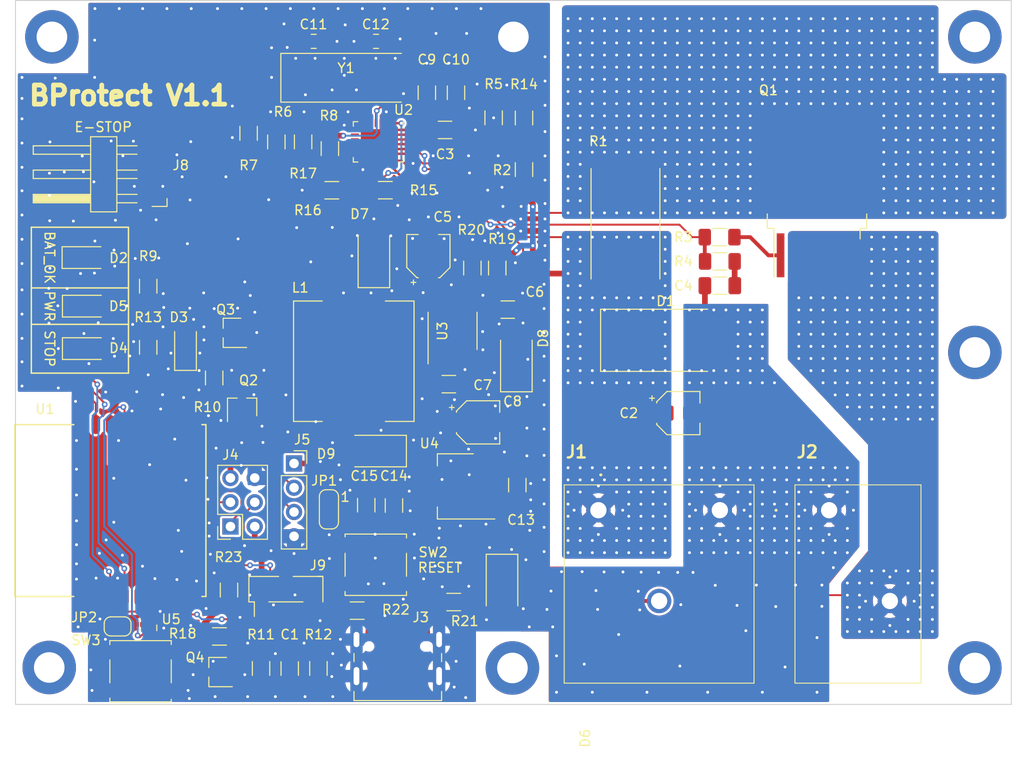
<source format=kicad_pcb>
(kicad_pcb (version 20211014) (generator pcbnew)
  (layers (0 "F.Cu" signal) (31 "B.Cu" signal) (34 "B.Paste" user) (35 "F.Paste" user) (36 "B.SilkS" user "B.Silkscreen") (37 "F.SilkS" user "F.Silkscreen") (38 "B.Mask" user) (39 "F.Mask" user) (44 "Edge.Cuts" user))
  (net 0 "")
  (net 1 "GND")
  (net 2 "VDD")
  (net 3 "Net-(C3-Pad1)")
  (net 4 "Net-(C4-Pad1)")
  (net 5 "Net-(C1-Pad1)")
  (net 6 "Net-(D6-Pad2)")
  (net 7 "VEE")
  (net 8 "Net-(C7-Pad2)")
  (net 9 "Net-(C7-Pad1)")
  (net 10 "Net-(C10-Pad1)")
  (net 11 "Net-(C6-Pad1)")
  (net 12 "Net-(D2-Pad1)")
  (net 13 "Net-(D3-Pad2)")
  (net 14 "Net-(D3-Pad1)")
  (net 15 "Net-(D5-Pad2)")
  (net 16 "bat_ok")
  (net 17 "VCC")
  (net 18 "/uController/5V")
  (net 19 "Net-(J5-Pad2)")
  (net 20 "Net-(D9-Pad2)")
  (net 21 "bat_ok_in")
  (net 22 "Net-(J3-PadA5)")
  (net 23 "/uController/USB_D+")
  (net 24 "/uController/USB_D-")
  (net 26 "Net-(Q1-Pad4)")
  (net 27 "Net-(Q1-Pad1)")
  (net 28 "Net-(Q2-Pad3)")
  (net 29 "Net-(Q3-Pad2)")
  (net 30 "Net-(R3-Pad2)")
  (net 31 "Net-(R14-Pad1)")
  (net 32 "Net-(J3-PadB5)")
  (net 34 "PWR_GOOD")
  (net 35 "Net-(R15-Pad2)")
  (net 36 "~{ALERT}")
  (net 37 "/CLK-")
  (net 38 "/CLK+")
  (net 39 "/uController/MISO")
  (net 40 "/uController/CLK")
  (net 41 "/uController/MOSI")
  (net 42 "/uController/CS")
  (net 43 "Net-(J5-Pad1)")
  (net 44 "Net-(J5-Pad3)")
  (net 45 "/uController/ON")
  (net 46 "/uController/BAT_OK_OUT")
  (net 47 "Net-(JP2-Pad2)")
  (net 48 "/uController/BAT_OK_IN")
  (net 49 "/uController/SDA")
  (net 50 "/uController/SCL")
  (net 51 "/uController/EN")
  (net 52 "/uController/WATCH")
  (net 57 "Net-(C8-Pad1)")
  (net 58 "+3V3")
  (footprint "Diode_SMD:D_1206_3216Metric_Pad1.42x1.75mm_HandSolder" (layer "F.Cu") (at 38.1 68 90)
    (fp_text reference "D3")
    (fp_text value "D")
  )
  (footprint "custom-footprints:R_Shunt_Vishay_WSR2_WSR3_KelvinConnection" (layer "F.Cu") (at 83.82 55.115 -90)
    (fp_text reference "R1")
    (fp_text value "1m @>1W")
  )
  (footprint "Resistor_SMD:R_1206_3216Metric_Pad1.30x1.75mm_HandSolder" (layer "F.Cu") (at 93.954 56.515 180)
    (fp_text reference "R3")
    (fp_text value "10")
  )
  (footprint "Resistor_SMD:R_1206_3216Metric_Pad1.30x1.75mm_HandSolder" (layer "F.Cu") (at 50.4 46.55 -90)
    (fp_text reference "R17")
    (fp_text value "30k")
  )
  (footprint "Resistor_SMD:R_1206_3216Metric_Pad1.30x1.75mm_HandSolder" (layer "F.Cu") (at 53.2 47.25 -90)
    (fp_text reference "R8")
    (fp_text value "30k")
  )
  (footprint "Resistor_SMD:R_1206_3216Metric_Pad1.30x1.75mm_HandSolder" (layer "F.Cu") (at 34.2 68.05 -90)
    (fp_text reference "R13")
    (fp_text value "100k")
  )
  (footprint "Package_DFN_QFN:QFN-28-1EP_4x5mm_P0.5mm_EP2.65x3.65mm" (layer "F.Cu") (at 58.26 46.5436 -90)
    (fp_text reference "U2")
    (fp_text value "LTC4281")
  )
  (footprint "Resistor_SMD:R_1206_3216Metric_Pad1.30x1.75mm_HandSolder" (layer "F.Cu") (at 53.4 51.61 180)
    (fp_text reference "R16")
    (fp_text value "3k57")
  )
  (footprint "Resistor_SMD:R_1206_3216Metric_Pad1.30x1.75mm_HandSolder" (layer "F.Cu") (at 73.5 44.05 -90)
    (fp_text reference "R14")
    (fp_text value "2k4")
  )
  (footprint "Resistor_SMD:R_1206_3216Metric_Pad1.30x1.75mm_HandSolder" (layer "F.Cu") (at 34.2 61.65 -90)
    (fp_text reference "R9")
    (fp_text value "1k")
  )
  (footprint "Resistor_SMD:R_1206_3216Metric_Pad1.30x1.75mm_HandSolder" (layer "F.Cu") (at 41.1 71.25 -90)
    (fp_text reference "R10")
    (fp_text value "8k2")
  )
  (footprint "Resistor_SMD:R_1206_3216Metric_Pad1.30x1.75mm_HandSolder" (layer "F.Cu") (at 70.325 44.029 90)
    (fp_text reference "R5")
    (fp_text value "3k4")
  )
  (footprint "Package_TO_SOT_SMD:TSOT-23" (layer "F.Cu") (at 44 74.31 90)
    (fp_text reference "Q2")
    (fp_text value "2N7000")
  )
  (footprint "Package_TO_SOT_SMD:TO-263-7_TabPin4" (layer "F.Cu") (at 104.14 52.645 90)
    (fp_text reference "Q1")
    (fp_text value "NTBGS001N06C")
  )
  (footprint "custom-footprints:conn_SMD_1x03_P2.54mm_Horizontal" (layer "F.Cu") (at 29.075 49.94 180)
    (fp_text reference "J8")
    (fp_text value "E-STOP")
  )
  (footprint "Connector_PinHeader_2.54mm:PinHeader_1x03_P2.54mm_Vertical_SMD_Pin1Left" (layer "F.Cu") (at 48.6 93.355 90)
    (fp_text reference "J9")
    (fp_text value "BAT_OK")
  )
  (footprint "SamacSys_Parts:1017522" (layer "F.Cu") (at 81.28 85.09)
    (fp_text reference "J1")
    (fp_text value "BAT in" hide)
  )
  (footprint "LED_SMD:LED_1206_3216Metric_Pad1.42x1.75mm_HandSolder" (layer "F.Cu") (at 27.6925 63.735)
    (fp_text reference "D5")
    (fp_text value "PWR ON")
  )
  (footprint "Capacitor_SMD:CP_Elec_4x5.4" (layer "F.Cu") (at 89.64 74.93)
    (fp_text reference "C2")
    (fp_text value ".1u")
  )
  (footprint "Capacitor_SMD:C_1206_3216Metric_Pad1.33x1.80mm_HandSolder" (layer "F.Cu") (at 93.98 61.595 180)
    (fp_text reference "C4")
    (fp_text value "0")
  )
  (footprint "LED_SMD:LED_1206_3216Metric_Pad1.42x1.75mm_HandSolder" (layer "F.Cu") (at 27.6925 68.18)
    (fp_text reference "D4")
    (fp_text value "E-STOP")
  )
  (footprint "Capacitor_SMD:C_1206_3216Metric_Pad1.33x1.80mm_HandSolder" (layer "F.Cu") (at 63.34 41.4005 90)
    (fp_text reference "C9")
    (fp_text value "4.7u")
  )
  (footprint "Capacitor_SMD:C_1206_3216Metric_Pad1.33x1.80mm_HandSolder" (layer "F.Cu") (at 65.245 45.299)
    (fp_text reference "C3")
    (fp_text value ".1u")
  )
  (footprint "Package_TO_SOT_SMD:TSOT-23" (layer "F.Cu") (at 42.99 66.55 180)
    (fp_text reference "Q3")
    (fp_text value "BC857")
  )
  (footprint "LED_SMD:LED_1206_3216Metric_Pad1.42x1.75mm_HandSolder" (layer "F.Cu") (at 27.656 58.655)
    (fp_text reference "D2")
    (fp_text value "BAT OK")
  )
  (footprint "SamacSys_Parts:1017521" (layer "F.Cu") (at 105.41 85.09)
    (fp_text reference "J2")
    (fp_text value "PWR out" hide)
  )
  (footprint "Diode_SMD:D_SMC_Handsoldering" (layer "F.Cu") (at 88.31 67.31)
    (fp_text reference "D1")
    (fp_text value "5.0SMDJ24A")
  )
  (footprint "Resistor_SMD:R_1206_3216Metric_Pad1.30x1.75mm_HandSolder" (layer "F.Cu") (at 93.98 59.055 180)
    (fp_text reference "R4")
    (fp_text value "0")
  )
  (footprint "Resistor_SMD:R_1206_3216Metric_Pad1.30x1.75mm_HandSolder" (layer "F.Cu") (at 59 51.6 180)
    (fp_text reference "R15")
    (fp_text value "29k4")
  )
  (footprint "MountingHole:MountingHole_3.2mm_M3_DIN965_Pad_TopBottom" (layer "F.Cu") (at 120.65 35.56)
    (fp_text reference "H1" hide)
    (fp_text value "MountingHole")
  )
  (footprint "MountingHole:MountingHole_3.2mm_M3_DIN965_Pad_TopBottom" (layer "F.Cu") (at 120.65 101.6)
    (fp_text reference "H2" hide)
    (fp_text value "MountingHole")
  )
  (footprint "MountingHole:MountingHole_3.2mm_M3_DIN965_Pad_TopBottom" (layer "F.Cu") (at 72.39 35.56)
    (fp_text reference "H3" hide)
    (fp_text value "MountingHole" hide)
  )
  (footprint "MountingHole:MountingHole_3.2mm_M3_DIN965_Pad_TopBottom" (layer "F.Cu") (at 23.85 101.55)
    (fp_text reference "H4" hide)
    (fp_text value "MountingHole")
  )
  (footprint "MountingHole:MountingHole_3.2mm_M3_DIN965_Pad_TopBottom" (layer "F.Cu") (at 24.13 35.56)
    (fp_text reference "H5" hide)
    (fp_text value "MountingHole" hide)
  )
  (footprint "MountingHole:MountingHole_3.2mm_M3_DIN965_Pad_TopBottom" (layer "F.Cu") (at 72.29 101.6)
    (fp_text reference "H6" hide)
    (fp_text value "MountingHole")
  )
  (footprint "MountingHole:MountingHole_3.2mm_M3_DIN965_Pad_TopBottom" (layer "F.Cu") (at 120.65 68.58)
    (fp_text reference "H7" hide)
    (fp_text value "MountingHole")
  )
  (footprint "Capacitor_SMD:C_0805_2012Metric_Pad1.18x1.45mm_HandSolder" (layer "F.Cu") (at 51.5075 36.028)
    (fp_text reference "C11")
    (fp_text value "18p")
  )
  (footprint "Capacitor_SMD:C_0805_2012Metric_Pad1.18x1.45mm_HandSolder" (layer "F.Cu") (at 58.0275 36.028 180)
    (fp_text reference "C12")
    (fp_text value "18p")
  )
  (footprint "Crystal:Crystal_SMD_HC49-SD" (layer "F.Cu") (at 54.772 39.838)
    (fp_text reference "Y1")
    (fp_text value "4MHz")
  )
  (footprint "Capacitor_SMD:C_1206_3216Metric_Pad1.33x1.80mm_HandSolder" (layer "F.Cu") (at 66.388 41.4005 -90)
    (fp_text reference "C10")
    (fp_text value "47n")
  )
  (footprint "Resistor_SMD:R_1206_3216Metric_Pad1.30x1.75mm_HandSolder" (layer "F.Cu") (at 73.5 49.45 -90)
    (fp_text reference "R2")
    (fp_text value "47k")
  )
  (footprint "Resistor_SMD:R_1206_3216Metric_Pad1.30x1.75mm_HandSolder" (layer "F.Cu") (at 44.7 45.65 -90)
    (fp_text reference "R7")
    (fp_text value "3k3")
  )
  (footprint "Jumper:SolderJumper-3_P1.3mm_Open_RoundedPad1.0x1.5mm_NumberLabels" (layer "F.Cu") (at 53.1 85 -90)
    (fp_text reference "JP1")
    (fp_text value "UART_PWR_SELECT")
  )
  (footprint "Capacitor_SMD:CP_Elec_4x5.4" (layer "F.Cu") (at 63.5 58.5 90)
    (fp_text reference "C5")
    (fp_text value "68u")
  )
  (footprint "Diode_SMD:D_SMA" (layer "F.Cu") (at 71.2 93.1 -90)
    (fp_text reference "D6")
    (fp_text value "BA24A")
  )
  (footprint "Package_TO_SOT_SMD:SOT-223-3_TabPin2" (layer "F.Cu") (at 66.35 82.6 180)
    (fp_text reference "U4")
    (fp_text value "LD1117S33TR_SOT223")
  )
  (footprint "misc parts:SW_Push_1P1T_NO_CK_KSC2xxJ" (layer "F.Cu") (at 58 90.8 180)
    (fp_text reference "SW2")
    (fp_text value "SW_Push")
  )
  (footprint "Connector_USB:USB_C_Receptacle_JAE_DX07S016JA1R1500" (layer "F.Cu") (at 60.3 101.3)
    (fp_text reference "J3")
    (fp_text value "USB_C_Receptacle_USB2.0")
  )
  (footprint "Connector_PinSocket_2.54mm:PinSocket_1x04_P2.54mm_Vertical" (layer "F.Cu") (at 49.45 80.2)
    (fp_text reference "J5")
    (fp_text value "UART")
  )
  (footprint "Diode_SMD:D_SMA" (layer "F.Cu") (at 72.7 69.3 90)
    (fp_text reference "D8")
    (fp_text value "BA24A")
  )
  (footprint "Jumper:SolderJumper-2_P1.3mm_Open_RoundedPad1.0x1.5mm" (layer "F.Cu") (at 31 97.25)
    (fp_text reference "JP2")
    (fp_text value "open")
  )
  (footprint "Connector_PinSocket_2.54mm:PinSocket_2x03_P2.54mm_Vertical" (layer "F.Cu") (at 42.8 86.8 180)
    (fp_text reference "J4")
    (fp_text value "SPI")
  )
  (footprint "Resistor_SMD:R_1206_3216Metric_Pad1.30x1.75mm_HandSolder" (layer "F.Cu") (at 70.7 59.75 -90)
    (fp_text reference "R19")
    (fp_text value "R")
  )
  (footprint "Resistor_SMD:R_1206_3216Metric_Pad1.30x1.75mm_HandSolder" (layer "F.Cu") (at 41.65 98.3 180)
    (fp_text reference "R18")
    (fp_text value "10k")
  )
  (footprint "ESP8266:ESP-13-WROOM-02" (layer "F.Cu") (at 27.22 94.12 90)
    (fp_text reference "U1")
    (fp_text value "ESP32_C3_WROOM_02")
  )
  (footprint "misc parts:SW_Push_1P1T_NO_CK_KSC2xxJ" (layer "F.Cu") (at 33.4 101.95)
    (fp_text reference "SW3")
    (fp_text value "RST")
  )
  (footprint "Capacitor_SMD:C_1206_3216Metric_Pad1.33x1.80mm_HandSolder" (layer "F.Cu") (at 65.6375 71.9 180)
    (fp_text reference "C7")
    (fp_text value ".1u")
  )
  (footprint "Resistor_SMD:R_1206_3216Metric_Pad1.30x1.75mm_HandSolder" (layer "F.Cu") (at 56.05 95.6 180)
    (fp_text reference "R22")
    (fp_text value "5k1")
  )
  (footprint "Diode_SMD:D_SMA" (layer "F.Cu") (at 57.8 78.9 180)
    (fp_text reference "D9")
    (fp_text value "BA24A")
  )
  (footprint "Resistor_SMD:R_1206_3216Metric_Pad1.30x1.75mm_HandSolder" (layer "F.Cu") (at 47.6 46.55 -90)
    (fp_text reference "R6")
    (fp_text value "3k3")
  )
  (footprint "Resistor_SMD:R_1206_3216Metric_Pad1.30x1.75mm_HandSolder" (layer "F.Cu") (at 66.15 94.7)
    (fp_text reference "R21")
    (fp_text value "5k1")
  )
  (footprint "Package_SO:SOIC-8_3.9x4.9mm_P1.27mm" (layer "F.Cu") (at 66.0275 66.325 90)
    (fp_text reference "U3")
    (fp_text value "MAX5035BUSA")
  )
  (footprint "Resistor_SMD:R_1206_3216Metric_Pad1.30x1.75mm_HandSolder" (layer "F.Cu") (at 42.65 93.45 90)
    (fp_text reference "R23")
    (fp_text value "10k")
  )
  (footprint "Resistor_SMD:R_1206_3216Metric_Pad1.30x1.75mm_HandSolder" (layer "F.Cu") (at 52 101.65 -90)
    (fp_text reference "R12")
    (fp_text value "10k")
  )
  (footprint "Resistor_SMD:R_1206_3216Metric_Pad1.30x1.75mm_HandSolder" (layer "F.Cu") (at 46 101.65 -90)
    (fp_text reference "R11")
    (fp_text value "100")
  )
  (footprint "Inductor_SMD:L_12x12mm_H8mm" (layer "F.Cu") (at 55.7 69.5 -90)
    (fp_text reference "L1")
    (fp_text value "100u")
  )
  (footprint "Capacitor_SMD:C_1206_3216Metric_Pad1.33x1.80mm_HandSolder" (layer "F.Cu") (at 72.8 82.4625 -90)
    (fp_text reference "C13")
    (fp_text value ".1u")
  )
  (footprint "Capacitor_SMD:CP_Elec_4x5.4" (layer "F.Cu") (at 68.7 75.9)
    (fp_text reference "C8")
    (fp_text value "68u")
  )
  (footprint "custom:TDFN-6-1EP_1.6x1.6mm_P0.5mm_EP0.5x1.4mm" (layer "F.Cu") (at 34.2 97.05 -90)
    (fp_text reference "U5")
    (fp_text value "MIC_826")
  )
  (footprint "Capacitor_SMD:C_1206_3216Metric_Pad1.33x1.80mm_HandSolder" (layer "F.Cu") (at 57 84.5625 90)
    (fp_text reference "C15")
    (fp_text value ".1u")
  )
  (footprint "Diode_SMD:D_SMA" (layer "F.Cu") (at 57.8 58.4 90)
    (fp_text reference "D7")
    (fp_text value "BA24A")
  )
  (footprint "Capacitor_SMD:C_1206_3216Metric_Pad1.33x1.80mm_HandSolder" (layer "F.Cu") (at 59.9 84.6 90)
    (fp_text reference "C14")
    (fp_text value "10u")
  )
  (footprint "Package_TO_SOT_SMD:TSOT-23" (layer "F.Cu") (at 41.49 102.05 180)
    (fp_text reference "Q4")
    (fp_text value "2N7000")
  )
  (footprint "Capacitor_SMD:C_1206_3216Metric_Pad1.33x1.80mm_HandSolder" (layer "F.Cu") (at 49 101.6625 90)
    (fp_text reference "C1")
    (fp_text value ".1u")
  )
  (footprint "Capacitor_SMD:C_1206_3216Metric_Pad1.33x1.80mm_HandSolder" (layer "F.Cu") (at 71.8 64.1)
    (fp_text reference "C6")
    (fp_text value ".1u")
  )
  (footprint "Resistor_SMD:R_1206_3216Metric_Pad1.30x1.75mm_HandSolder" (layer "F.Cu") (at 68.1 59.75 90)
    (fp_text reference "R20")
    (fp_text value "R")
  )
  (gr_line (start 21.9775 61.83) (end 21.9775 65.64) (layer "F.SilkS") (width 0.1524))
  (gr_line (start 21.9775 55.48) (end 21.9775 61.83) (layer "F.SilkS") (width 0.1524))
  (gr_line (start 21.9775 70.7475) (end 32.1375 70.7475) (layer "F.SilkS") (width 0.1524))
  (gr_line (start 22.6125 65.64) (end 32.1375 65.64) (layer "F.SilkS") (width 0.1524))
  (gr_line (start 32.1375 70.7475) (end 32.1375 55.5075) (layer "F.SilkS") (width 0.1524))
  (gr_line (start 21.9775 65.6675) (end 21.9775 70.7475) (layer "F.SilkS") (width 0.1524))
  (gr_line (start 32.1375 55.48) (end 21.9775 55.48) (layer "F.SilkS") (width 0.1524))
  (gr_line (start 25.7875 61.83) (end 21.9775 61.83) (layer "F.SilkS") (width 0.1524))
  (gr_line (start 25.7875 61.83) (end 32.1375 61.83) (layer "F.SilkS") (width 0.1524))
  (gr_line (start 22.6125 65.64) (end 21.9775 65.64) (layer "F.SilkS") (width 0.1524))
  (gr_line (start 20.32 31.75) (end 124.46 31.75) (layer "Edge.Cuts") (width 0.1))
  (gr_line (start 20.32 105.41) (end 20.32 31.75) (layer "Edge.Cuts") (width 0.1))
  (gr_line (start 124.46 31.75) (end 124.46 105.41) (layer "Edge.Cuts") (width 0.1))
  (gr_line (start 124.46 105.41) (end 20.32 105.41) (layer "Edge.Cuts") (width 0.1))
  (gr_text "RESET" (at 64.7 91.1) (layer "F.SilkS") (effects (font (size 1.016 1.016) (thickness 0.1524))))
  (gr_text "BProtect V1.1\n" (at 32.2 41.7) (layer "F.SilkS") (effects (font (size 2 2) (thickness 0.5))))
  (gr_text "PWR" (at 23.8825 63.735 270) (layer "F.SilkS") (effects (font (size 1.016 1.016) (thickness 0.1524))))
  (gr_text "BAT_OK" (at 23.8825 58.655 270) (layer "F.SilkS") (effects (font (size 1.016 1.016) (thickness 0.1524))))
  (gr_text "STOP" (at 23.8825 68.18 270) (layer "F.SilkS") (effects (font (size 1.016 1.016) (thickness 0.1524))))
  (gr_text "E-STOP" (at 29.5 45) (layer "F.SilkS") (effects (font (size 1.016 1.016) (thickness 0.1524))))
  (segment (start 66.2995 43.013) (end 67.785 43.013) (width 0.4) (layer "F.Cu") (net 1))
  (segment (start 66.9345 45.299) (end 68.42 45.299) (width 0.4) (layer "F.Cu") (net 1))
  (segment (start 58.641 43.648) (end 58.852 43.648) (width 0.2) (layer "F.Cu") (net 1))
  (segment (start 58.51 44.5936) (end 59.01 44.5936) (width 0.2) (layer "F.Cu") (net 1))
  (segment (start 58.51 44.5936) (end 58.51 48.4936) (width 0.2) (layer "F.Cu") (net 1))
  (segment (start 66.6625 62.2625) (end 65.9 61.5) (width 0.6) (layer "F.Cu") (net 1))
  (segment (start 58.641 43.648) (end 58.51 43.779) (width 0.2) (layer "F.Cu") (net 1))
  (segment (start 66.6625 63.85) (end 66.6625 62.2625) (width 0.6) (layer "F.Cu") (net 1))
  (segment (start 58.51 43.779) (end 58.51 44.5936) (width 0.2) (layer "F.Cu") (net 1))
  (segment (start 58.26 46.5436) (end 58.51 46.2936) (width 0.2) (layer "F.Cu") (net 1))
  (segment (start 56.65 49.45) (end 56.6 49.5) (width 0.2) (layer "F.Cu") (net 1))
  (segment (start 55.72 36.028) (end 56.99 36.028) (width 0.2) (layer "F.Cu") (net 1))
  (segment (start 63.34 39.7995) (end 63.34 38.314) (width 0.4) (layer "F.Cu") (net 1))
  (segment (start 92.4175 61.595) (end 92.4175 63.7925) (width 0.6) (layer "F.Cu") (net 1))
  (segment (start 58.51 46.2936) (end 58.51 44.5936) (width 0.2) (layer "F.Cu") (net 1))
  (segment (start 57.51 47.2936) (end 58.26 46.5436) (width 0.2) (layer "F.Cu") (net 1))
  (segment (start 57.51 48.4936) (end 57.51 47.2936) (width 0.2) (layer "F.Cu") (net 1))
  (segment (start 58.852 43.648) (end 59.1 43.4) (width 0.2) (layer "F.Cu") (net 1))
  (segment (start 57.01 49.09) (end 57.49 49.09) (width 0.2) (layer "F.Cu") (net 1))
  (segment (start 57.01 47.7936) (end 58.26 46.5436) (width 0.2) (layer "F.Cu") (net 1))
  (segment (start 57.51 49.07) (end 57.51 48.4936) (width 0.2) (layer "F.Cu") (net 1))
  (segment (start 57.01 48.4936) (end 57.01 49.09) (width 0.2) (layer "F.Cu") (net 1))
  (segment (start 57.01 48.4936) (end 57.01 47.7936) (width 0.2) (layer "F.Cu") (net 1))
  (segment (start 57.01 49.09) (end 56.65 49.45) (width 0.2) (layer "F.Cu") (net 1))
  (segment (start 57.49 49.09) (end 57.51 49.07) (width 0.2) (layer "F.Cu") (net 1))
  (segment (start 34.2 96.4) (end 34.2 97.05) (width 0.2) (layer "F.Cu") (net 1))
  (segment (start 92.4175 63.7925) (end 92.075 64.135) (width 0.6) (layer "F.Cu") (net 1))
  (segment (start 58.51 46.7936) (end 58.26 46.5436) (width 0.2) (layer "F.Cu") (net 1))
  (segment (start 52.715 36.028) (end 53.942 36.028) (width 0.2) (layer "F.Cu") (net 1))
  (segment (start 58.51 48.4936) (end 58.51 46.7936) (width 0.2) (layer "F.Cu") (net 1))
  (via (at 105.41 87.63) (size 0.6) (drill 0.3) (layers "F.Cu" "B.Cu") (net 1))
  (via (at 103.505 83.185) (size 0.6) (drill 0.3) (layers "F.Cu" "B.Cu") (net 1))
  (via (at 107.315 86.995) (size 0.6) (drill 0.3) (layers "F.Cu" "B.Cu") (net 1))
  (via (at 107.95 85.09) (size 0.6) (drill 0.3) (layers "F.Cu" "B.Cu") (net 1))
  (via (at 103.505 86.995) (size 0.6) (drill 0.3) (layers "F.Cu" "B.Cu") (net 1))
  (via (at 105.41 82.55) (size 0.6) (drill 0.3) (layers "F.Cu" "B.Cu") (net 1))
  (via (at 102.87 85.09) (size 0.6) (drill 0.3) (layers "F.Cu" "B.Cu") (net 1))
  (via (at 107.315 83.185) (size 0.6) (drill 0.3) (layers "F.Cu" "B.Cu") (net 1))
  (via (at 67.785 43.013) (size 0.6) (drill 0.3) (layers "F.Cu" "B.Cu") (net 1))
  (via (at 68.42 45.299) (size 0.6) (drill 0.3) (layers "F.Cu" "B.Cu") (net 1))
  (via (at 104.14 98.425) (size 0.6) (drill 0.3) (layers "F.Cu" "B.Cu") (net 1))
  (via (at 94.615 71.755) (size 0.6) (drill 0.3) (layers "F.Cu" "B.Cu") (net 1))
  (via (at 92.075 71.755) (size 0.6) (drill 0.3) (layers "F.Cu" "B.Cu") (net 1))
  (via (at 90.805 71.755) (size 0.6) (drill 0.3) (layers "F.Cu" "B.Cu") (net 1))
  (via (at 95.885 71.755) (size 0.6) (drill 0.3) (layers "F.Cu" "B.Cu") (net 1))
  (via (at 93.345 71.755) (size 0.6) (drill 0.3) (layers "F.Cu" "B.Cu") (net 1))
  (via (at 97.155 65.405) (size 0.6) (drill 0.3) (layers "F.Cu" "B.Cu") (net 1))
  (via (at 97.155 66.675) (size 0.6) (drill 0.3) (layers "F.Cu" "B.Cu") (net 1))
  (via (at 97.155 64.135) (size 0.6) (drill 0.3) (layers "F.Cu" "B.Cu") (net 1))
  (via (at 97.155 70.485) (size 0.6) (drill 0.3) (layers "F.Cu" "B.Cu") (net 1))
  (via (at 97.155 67.945) (size 0.6) (drill 0.3) (layers "F.Cu" "B.Cu") (net 1))
  (via (at 97.155 69.215) (size 0.6) (drill 0.3) (layers "F.Cu" "B.Cu") (net 1))
  (via (at 97.155 71.755) (size 0.6) (drill 0.3) (layers "F.Cu" "B.Cu") (net 1))
  (via (at 75.692 54.61) (size 0.6) (drill 0.3) (layers "F.Cu" "B.Cu") (net 1))
  (via (at 99.695 80.645) (size 0.6) (drill 0.3) (layers "F.Cu" "B.Cu") (net 1))
  (via (at 95.885 80.645) (size 0.6) (drill 0.3) (layers "F.Cu" "B.Cu") (net 1))
  (via (at 98.425 80.645) (size 0.6) (drill 0.3) (layers "F.Cu" "B.Cu") (net 1))
  (via (at 94.615 80.645) (size 0.6) (drill 0.3) (layers "F.Cu" "B.Cu") (net 1))
  (via (at 100.965 80.645) (size 0.6) (drill 0.3) (layers "F.Cu" "B.Cu") (net 1))
  (via (at 102.235 80.645) (size 0.6) (drill 0.3) (layers "F.Cu" "B.Cu") (net 1))
  (via (at 97.155 80.645) (size 0.6) (drill 0.3) (layers "F.Cu" "B.Cu") (net 1))
  (via (at 99.695 71.755) (size 0.6) (drill 0.3) (layers "F.Cu" "B.Cu") (net 1))
  (via (at 103.505 80.645) (size 0.6) (drill 0.3) (layers "F.Cu" "B.Cu") (net 1))
  (via (at 104.775 80.645) (size 0.6) (drill 0.3) (layers "F.Cu" "B.Cu") (net 1))
  (via (at 106.045 80.645) (size 0.6) (drill 0.3) (layers "F.Cu" "B.Cu") (net 1))
  (via (at 106.045 81.915) (size 0.6) (drill 0.3) (layers "F.Cu" "B.Cu") (net 1))
  (via (at 93.345 81.915) (size 0.6) (drill 0.3) (layers "F.Cu" "B.Cu") (net 1))
  (via (at 92.075 81.915) (size 0.6) (drill 0.3) (layers "F.Cu" "B.Cu") (net 1))
  (via (at 90.805 81.915) (size 0.6) (drill 0.3) (layers "F.Cu" "B.Cu") (net 1))
  (via (at 99.695 89.535) (size 0.6) (drill 0.3) (layers "F.Cu" "B.Cu") (net 1))
  (via (at 97.155 89.535) (size 0.6) (drill 0.3) (layers "F.Cu" "B.Cu") (net 1))
  (via (at 92.075 89.535) (size 0.6) (drill 0.3) (layers "F.Cu" "B.Cu") (net 1))
  (via (at 98.425 89.535) (size 0.6) (drill 0.3) (layers "F.Cu" "B.Cu") (net 1))
  (via (at 103.505 89.535) (size 0.6) (drill 0.3) (layers "F.Cu" "B.Cu") (net 1))
  (via (at 90.805 89.535) (size 0.6) (drill 0.3) (layers "F.Cu" "B.Cu") (net 1))
  (via (at 94.615 89.535) (size 0.6) (drill 0.3) (layers "F.Cu" "B.Cu") (net 1))
  (via (at 102.235 89.535) (size 0.6) (drill 0.3) (layers "F.Cu" "B.Cu") (net 1))
  (via (at 100.965 89.535) (size 0.6) (drill 0.3) (layers "F.Cu" "B.Cu") (net 1))
  (via (at 95.885 89.535) (size 0.6) (drill 0.3) (layers "F.Cu" "B.Cu") (net 1))
  (via (at 93.345 89.535) (size 0.6) (drill 0.3) (layers "F.Cu" "B.Cu") (net 1))
  (via (at 104.775 89.535) (size 0.6) (drill 0.3) (layers "F.Cu" "B.Cu") (net 1))
  (via (at 106.045 88.265) (size 0.6) (drill 0.3) (layers "F.Cu" "B.Cu") (net 1))
  (via (at 69.2 62.6) (size 0.6) (drill 0.3) (layers "F.Cu" "B.Cu") (net 1))
  (via (at 28.975 65.475) (size 0.6) (drill 0.3) (layers "F.Cu" "B.Cu") (net 1))
  (via (at 53.5 104.6) (size 0.6) (drill 0.3) (layers "F.Cu" "B.Cu") (net 1))
  (via (at 30.625 57.875) (size 0.6) (drill 0.3) (layers "F.Cu" "B.Cu") (net 1))
  (via (at 30.775 54.75) (size 0.6) (drill 0.3) (layers "F.Cu" "B.Cu") (net 1))
  (via (at 54.15 80.35) (size 0.6) (drill 0.3) (layers "F.Cu" "B.Cu") (net 1))
  (via (at 43.6 56.7) (size 0.6) (drill 0.3) (layers "F.Cu" "B.Cu") (net 1))
  (via (at 65.85 79.925) (size 0.6) (drill 0.3) (layers "F.Cu" "B.Cu") (net 1))
  (via (at 75.6 89.42) (size 0.6) (drill 0.3) (layers "F.Cu" "B.Cu") (net 1))
  (via (at 33.6 90.95) (size 0.6) (drill 0.3) (layers "F.Cu" "B.Cu") (net 1))
  (via (at 46.1 76.3) (size 0.6) (drill 0.3) (layers "F.Cu" "B.Cu") (net 1))
  (via (at 37.7 89.4) (size 0.6) (drill 0.3) (layers "F.Cu" "B.Cu") (net 1))
  (via (at 31.5 89.8) (size 0.6) (drill 0.3) (layers "F.Cu" "B.Cu") (net 1))
  (via (at 90.805 84.455) (size 0.6) (drill 0.3) (layers "F.Cu" "B.Cu") (net 1))
  (via (at 85.6 95.525) (size 0.6) (drill 0.3) (layers "F.Cu" "B.Cu") (net 1))
  (via (at 44.6 104.6) (size 0.6) (drill 0.3) (layers "F.Cu" "B.Cu") (net 1))
  (via (at 75.7 53) (size 0.6) (drill 0.3) (layers "F.Cu" "B.Cu") (net 1))
  (via (at 99.695 86.995) (size 0.6) (drill 0.3) (layers "F.Cu" "B.Cu") (net 1))
  (via (at 103.505 81.915) (size 0.6) (drill 0.3) (layers "F.Cu" "B.Cu") (net 1))
  (via (at 104.65 92.925) (size 0.6) (drill 0.3) (layers "F.Cu" "B.Cu") (net 1))
  (via (at 28.75 92.2) (size 0.6) (drill 0.3) (layers "F.Cu" "B.Cu") (net 1))
  (via (at 23.925 46.55) (size 0.6) (drill 0.3) (layers "F.Cu" "B.Cu") (net 1))
  (via (at 69 32.6) (size 0.6) (drill 0.3) (layers "F.Cu" "B.Cu") (net 1))
  (via (at 105.85 91.1) (size 0.6) (drill 0.3) (layers "F.Cu" "B.Cu") (net 1))
  (via (at 21 59.28) (size 0.6) (drill 0.3) (layers "F.Cu" "B.Cu") (net 1))
  (via (at 55.5 58.475) (size 0.6) (drill 0.3) (layers "F.Cu" "B.Cu") (net 1))
  (via (at 57.225 92.8) (size 0.6) (drill 0.3) (layers "F.Cu" "B.Cu") (net 1))
  (via (at 66.3 58.9) (size 0.6) (drill 0.3) (layers "F.Cu" "B.Cu") (net 1))
  (via (at 86.36 104.14) (size 0.6) (drill 0.3) (layers "F.Cu" "B.Cu") (net 1))
  (via (at 45.55 66.5) (size 0.6) (drill 0.3) (layers "F.Cu" "B.Cu") (net 1))
  (via (at 26.6 73.7) (size 0.6) (drill 0.3) (layers "F.Cu" "B.Cu") (net 1))
  (via (at 71.2 51.3) (size 0.6) (drill 0.3) (layers "F.Cu" "B.Cu") (net 1))
  (via (at 95.885 65.405) (size 0.6) (drill 0.3) (layers "F.Cu" "B.Cu") (net 1))
  (via (at 27.3 48.025) (size 0.6) (drill 0.3) (layers "F.Cu" "B.Cu") (net 1))
  (via (at 44.825 93.975) (size 0.6) (drill 0.3) (layers "F.Cu" "B.Cu") (net 1))
  (via (at 104.775 88.265) (size 0.6) (drill 0.3) (layers "F.Cu" "B.Cu") (net 1))
  (via (at 75.6 86.88) (size 0.6) (drill 0.3) (layers "F.Cu" "B.Cu") (net 1))
  (via (at 42.325 50.2) (size 0.6) (drill 0.3) (layers "F.Cu" "B.Cu") (net 1))
  (via (at 81.875 91.55) (size 0.6) (drill 0.3) (layers "F.Cu" "B.Cu") (net 1))
  (via (at 37.35 87.2) (size 0.6) (drill 0.3) (layers "F.Cu" "B.Cu") (net 1))
  (via (at 98.425 70.485) (size 0.6) (drill 0.3) (layers "F.Cu" "B.Cu") (net 1))
  (via (at 35.3 58.7) (size 0.6) (drill 0.3) (layers "F.Cu" "B.Cu") (net 1))
  (via (at 38.95 65.125) (size 0.6) (drill 0.3) (layers "F.Cu" "B.Cu") (net 1))
  (via (at 76.325 93.55) (size 0.6) (drill 0.3) (layers "F.Cu" "B.Cu") (net 1))
  (via (at 30.7 59.55) (size 0.6) (drill 0.3) (layers "F.Cu" "B.Cu") (net 1))
  (via (at 90.805 64.135) (size 0.6) (drill 0.3) (layers "F.Cu" "B.Cu") (net 1))
  (via (at 75.7 42.72) (size 0.6) (drill 0.3) (layers "F.Cu" "B.Cu") (net 1))
  (via (at 44.275 88.8) (size 0.6) (drill 0.3) (layers "F.Cu" "B.Cu") (net 1))
  (via (at 76.5 97.3) (size 0.6) (drill 0.3) (layers "F.Cu" "B.Cu") (net 1))
  (via (at 44.6 99) (size 0.6) (drill 0.3) (layers "F.Cu" "B.Cu") (net 1))
  (via (at 44.8 91.85) (size 0.6) (drill 0.3) (layers "F.Cu" "B.Cu") (net 1))
  (via (at 92.075 88.265) (size 0.6) (drill 0.3) (layers "F.Cu" "B.Cu") (net 1))
  (via (at 52.2 80) (size 0.6) (drill 0.3) (layers "F.Cu" "B.Cu") (net 1))
  (via (at 102.235 84.455) (size 0.6) (drill 0.3) (layers "F.Cu" "B.Cu") (net 1))
  (via (at 69.2 68.3) (size 0.6) (drill 0.3) (layers "F.Cu" "B.Cu") (net 1))
  (via (at 28.63 32.6) (size 0.6) (drill 0.3) (layers "F.Cu" "B.Cu") (net 1))
  (via (at 66.85 86.725) (size 0.6) (drill 0.3) (layers "F.Cu" "B.Cu") (net 1))
  (via (at 43.55 63.95) (size 0.6) (drill 0.3) (layers "F.Cu" "B.Cu") (net 1))
  (via (at 63.5 54.4) (size 0.6) (drill 0.3) (layers "F.Cu" "B.Cu") (net 1))
  (via (at 104.775 81.915) (size 0.6) (drill 0.3) (layers "F.Cu" "B.Cu") (net 1))
  (via (at 93.345 88.265) (size 0.6) (drill 0.3) (layers "F.Cu" "B.Cu") (net 1))
  (via (at 28.625 56.925) (size 0.6) (drill 0.3) (layers "F.Cu" "B.Cu") (net 1))
  (via (at 56.65 49.45) (size 0.6) (drill 0.3) (layers "F.Cu" "B.Cu") (net 1))
  (via (at 64 48) (size 0.6) (drill 0.3) (layers "F.Cu" "B.Cu") (net 1))
  (via (at 73.2 53.3) (size 0.6) (drill 0.3) (layers "F.Cu" "B.Cu") (net 1))
  (via (at 69.525 86.55) (size 0.6) (drill 0.3) (layers "F.Cu" "B.Cu") (net 1))
  (via (at 97.155 81.915) (size 0.6) (drill 0.3) (layers "F.Cu" "B.Cu") (net 1))
  (via (at 75.7 40.18) (size 0.6) (drill 0.3) (layers "F.Cu" "B.Cu") (net 1))
  (via (at 26.7 92.3) (size 0.6) (drill 0.3) (layers "F.Cu" "B.Cu") (net 1))
  (via (at 66.43 32.6) (size 0.6) (drill 0.3) (layers "F.Cu" "B.Cu") (net 1))
  (via (at 66.4 100.9) (size 0.6) (drill 0.3) (layers "F.Cu" "B.Cu") (net 1))
  (via (at 23.925 59.775) (size 0.6) (drill 0.3) (layers "F.Cu" "B.Cu") (net 1))
  (via (at 69.175 66.4) (size 0.6) (drill 0.3) (layers "F.Cu" "B.Cu") (net 1))
  (via (at 75.6 81.89) (size 0.6) (drill 0.3) (layers "F.Cu" "B.Cu") (net 1))
  (via (at 46.3 70.45) (size 0.6) (drill 0.3) (layers "F.Cu" "B.Cu") (net 1))
  (via (at 94.615 70.485) (size 0.6) (drill 0.3) (layers "F.Cu" "B.Cu") (net 1))
  (via (at 107.315 88.265) (size 0.6) (drill 0.3) (layers "F.Cu" "B.Cu") (net 1))
  (via (at 38.3 57.2) (size 0.6) (drill 0.3) (layers "F.Cu" "B.Cu") (net 1))
  (via (at 21 49.21) (size 0.6) (drill 0.3) (layers "F.Cu" "B.Cu") (net 1))
  (via (at 30.6 81.75) (size 0.6) (drill 0.3) (layers "F.Cu" "B.Cu") (net 1))
  (via (at 97.155 88.265) (size 0.6) (drill 0.3) (layers "F.Cu" "B.Cu") (net 1))
  (via (at 47.1 39.8) (size 0.6) (drill 0.3) (layers "F.Cu" "B.Cu") (net 1))
  (via (at 47.5 104.6) (size 0.6) (drill 0.3) (layers "F.Cu" "B.Cu") (net 1))
  (via (at 60.9 41.5) (size 0.6) (drill 0.3) (layers "F.Cu" "B.Cu") (net 1))
  (via (at 79.8 101.2) (size 0.6) (drill 0.3) (layers "F.Cu" "B.Cu") (net 1))
  (via (at 21 72.1) (size 0.6) (drill 0.3) (layers "F.Cu" "B.Cu") (net 1))
  (via (at 67.725 93.05) (size 0.6) (drill 0.3) (layers "F.Cu" "B.Cu") (net 1))
  (via (at 93.345 70.485) (size 0.6) (drill 0.3) (layers "F.Cu" "B.Cu") (net 1))
  (via (at 58.85 92.775) (size 0.6) (drill 0.3) (layers "F.Cu" "B.Cu") (net 1))
  (via (at 67.7 78.7) (size 0.6) (drill 0.3) (layers "F.Cu" "B.Cu") (net 1))
  (via (at 100.965 81.915) (size 0.6) (drill 0.3) (layers "F.Cu" "B.Cu") (net 1))
  (via (at 96.52 85.09) (size 0.6) (drill 0.3) (layers "F.Cu" "B.Cu") (net 1))
  (via (at 58.006 37.806) (size 0.6) (drill 0.3) (layers "F.Cu" "B.Cu") (net 1))
  (via (at 93.98 82.55) (size 0.6) (drill 0.3) (layers "F.Cu" "B.Cu") (net 1))
  (via (at 24.475 39.875) (size 0.6) (drill 0.3) (layers "F.Cu" "B.Cu") (net 1))
  (via (at 30.6 86.35) (size 0.6) (drill 0.3) (layers "F.Cu" "B.Cu") (net 1))
  (via (at 51.52 32.6) (size 0.6) (drill 0.3) (layers "F.Cu" "B.Cu") (net 1))
  (via (at 35.825 63.875) (size 0.6) (drill 0.3) (layers "F.Cu" "B.Cu") (net 1))
  (via (at 54.4 101.3) (size 0.6) (drill 0.3) (layers "F.Cu" "B.Cu") (net 1))
  (via (at 40.025 67.275) (size 0.6) (drill 0.3) (layers "F.Cu" "B.Cu") (net 1))
  (via (at 35.7 73) (size 0.6) (drill 0.3) (layers "F.Cu" "B.Cu") (net 1))
  (via (at 75.6 71.52) (size 0.6) (drill 0.3) (layers "F.Cu" "B.Cu") (net 1))
  (via (at 98.425 69.215) (size 0.6) (drill 0.3) (layers "F.Cu" "B.Cu") (net 1))
  (via (at 83.85 91.55) (size 0.6) (drill 0.3) (layers "F.Cu" "B.Cu") (net 1))
  (via (at 64.65 86.975) (size 0.6) (drill 0.3) (layers "F.Cu" "B.Cu") (net 1))
  (via (at 75.7 48.01) (size 0.6) (drill 0.3) (layers "F.Cu" "B.Cu") (net 1))
  (via (at 73.8 76.5) (size 0.6) (drill 0.3) (layers "F.Cu" "B.Cu") (net 1))
  (via (at 29.725 98.6) (size 0.6) (drill 0.3) (layers "F.Cu" "B.Cu") (net 1))
  (via (at 30.55 67.125) (size 0.6) (drill 0.3) (layers "F.Cu" "B.Cu") (net 1))
  (via (at 54.704 37.806) (size 0.6) (drill 0.3) (layers "F.Cu" "B.Cu") (net 1))
  (via (at 75.6 61.45) (size 0.6) (drill 0.3) (layers "F.Cu" "B.Cu") (net 1))
  (via (at 21 39.8) (size 0.6) (drill 0.3) (layers "F.Cu" "B.Cu") (net 1))
  (via (at 64.925 81.875) (size 0.6) (drill 0.3) (layers "F.Cu" "B.Cu") (net 1))
  (via (at 95.885 81.915) (size 0.6) (drill 0.3) (layers "F.Cu" "B.Cu") (net 1))
  (via (at 99.695 84.455) (size 0.6) (drill 0.3) (layers "F.Cu" "B.Cu") (net 1))
  (via (at 75.6 79.35) (size 0.6) (drill 0.3) (layers "F.Cu" "B.Cu") (net 1))
  (via (at 42.925 70.45) (size 0.6) (drill 0.3) (layers "F.Cu" "B.Cu") (net 1))
  (via (at 92.075 83.185) (size 0.6) (drill 0.3) (layers "F.Cu" "B.Cu") (net 1))
  (via (at 48.735 36.663) (size 0.6) (drill 0.3) (layers "F.Cu" "B.Cu") (net 1))
  (via (at 75.6 63.99) (size 0.6) (drill 0.3) (layers "F.Cu" "B.Cu") (net 1))
  (via (at 64.425 74.75) (size 0.6) (drill 0.3) (layers "F.Cu" "B.Cu") (net 1))
  (via (at 49.07 32.6) (size 0.6) (drill 0.3) (layers "F.Cu" "B.Cu") (net 1))
  (via (at 28.575 60.275) (size 0.6) (drill 0.3) (layers "F.Cu" "B.Cu") (net 1))
  (via (at 92.075 64.135) (size 0.6) (drill 0.3) (layers "F.Cu" "B.Cu") (net 1))
  (via (at 102.235 83.185) (size 0.6) (drill 0.3) (layers "F.Cu" "B.Cu") (net 1))
  (via (at 94.615 81.915) (size 0.6) (drill 0.3) (layers "F.Cu" "B.Cu") (net 1))
  (via (at 34.9 92.25) (size 0.6) (drill 0.3) (layers "F.Cu" "B.Cu") (net 1))
  (via (at 97.155 84.455) (size 0.6) (drill 0.3) (layers "F.Cu" "B.Cu") (net 1))
  (via (at 61.95 77.75) (size 0.6) (drill 0.3) (layers "F.Cu" "B.Cu") (net 1))
  (via (at 75.6 68.98) (size 0.6) (drill 0.3) (layers "F.Cu" "B.Cu") (net 1))
  (via (at 47 43.4) (size 0.6) (drill 0.3) (layers "F.Cu" "B.Cu") (net 1))
  (via (at 57.8 54.6) (size 0.6) (drill 0.3) (layers "F.Cu" "B.Cu") (net 1))
  (via (at 90.805 70.485) (size 0.6) (drill 0.3) (layers "F.Cu" "B.Cu") (net 1))
  (via (at 24.75 63.7) (size 0.6) (drill 0.3) (layers "F.Cu" "B.Cu") (net 1))
  (via (at 38.7 32.6) (size 0.6) (drill 0.3) (layers "F.Cu" "B.Cu") (net 1))
  (via (at 100.965 85.725) (size 0.6) (drill 0.3) (layers "F.Cu" "B.Cu") (net 1))
  (via (at 98.425 81.915) (size 0.6) (drill 0.3) (layers "F.Cu" "B.Cu") (net 1))
  (via (at 34.35 80.325) (size 0.6) (drill 0.3) (layers "F.Cu" "B.Cu") (net 1))
  (via (at 45.25 73) (size 0.6) (drill 0.3) (layers "F.Cu" "B.Cu") (net 1))
  (via (at 35.025 54.7) (size 0.6) (drill 0.3) (layers "F.Cu" "B.Cu") (net 1))
  (via (at 46.8 52.6) (size 0.6) (drill 0.3) (layers "F.Cu" "B.Cu") (net 1))
  (via (at 43.99 32.6) (size 0.6) (drill 0.3) (layers "F.Cu" "B.Cu") (net 1))
  (via (at 70.8 56.075) (size 0.6) (drill 0.3) (layers "F.Cu" "B.Cu") (net 1))
  (via (at 31.1 77.8) (size 0.6) (drill 0.3) (layers "F.Cu" "B.Cu") (net 1))
  (via (at 97.155 85.725) (size 0.6) (drill 0.3) (layers "F.Cu" "B.Cu") (net 1))
  (via (at 93.345 64.135) (size 0.6) (drill 0.3) (layers "F.Cu" "B.Cu") (net 1))
  (via (at 100.8 101.5) (size 0.6) (drill 0.3) (layers "F.Cu" "B.Cu") (net 1))
  (via (at 40 62.35) (size 0.6) (drill 0.3) (layers "F.Cu" "B.Cu") (net 1))
  (via (at 101.9 92.925) (size 0.6) (drill 0.3) (layers "F.Cu" "B.Cu") (net 1))
  (via (at 58.9 32.6) (size 0.6) (drill 0.3) (layers "F.Cu" "B.Cu") (net 1))
  (via (at 31.975 63.7) (size 0.6) (drill 0.3) (layers "F.Cu" "B.Cu") (net 1))
  (via (at 40.575 87.8) (size 0.6) (drill 0.3) (layers "F.Cu" "B.Cu") (net 1))
  (via (at 53.45 55.5) (size 0.6) (drill 0.3) (layers "F.Cu" "B.Cu") (net 1))
  (via (at 93.98 87.63) (size 0.6) (drill 0.3) (layers "F.Cu" "B.Cu") (net 1))
  (via (at 23.925 57.5) (size 0.6) (drill 0.3) (layers "F.Cu" "B.Cu") (net 1))
  (via (at 67.325 70.375) (size 0.6) (drill 0.3) (layers "F.Cu" "B.Cu") (net 1))
  (via (at 48.6 73.025) (size 0.6) (drill 0.3) (layers "F.Cu" "B.Cu") (net 1))
  (via (at 57.95 90.1) (size 0.6) (drill 0.3) (layers "F.Cu" "B.Cu") (net 1))
  (via (at 62.95 62.325) (size 0.6) (drill 0.3) (layers "F.Cu" "B.Cu") (net 1))
  (via (at 63.89 32.6) (size 0.6) (drill 0.3) (layers "F.Cu" "B.Cu") (net 1))
  (via (at 102.235 85.725) (size 0.6) (drill 0.3) (layers "F.Cu" "B.Cu") (net 1))
  (via (at 41.3 78.6) (size 0.6) (drill 0.3) (layers "F.Cu" "B.Cu") (net 1))
  (via (at 21 64.57) (size 0.6) (drill 0.3) (layers "F.Cu" "B.Cu") (net 1))
  (via (at 106.045 89.535) (size 0.6) (drill 0.3) (layers "F.Cu" "B.Cu") (net 1))
  (via (at 43 42.8) (size 0.6) (drill 0.3) (layers "F.Cu" "B.Cu") (net 1))
  (via (at 74.2 85.2) (size 0.6) (drill 0.3) (layers "F.Cu" "B.Cu") (net 1))
  (via (at 40.025 65.9) (size 0.6) (drill 0.3) (layers "F.Cu" "B.Cu") (net 1))
  (via (at 94.615 88.265) (size 0.6) (drill 0.3) (layers "F.Cu" "B.Cu") (net 1))
  (via (at 35.725 51.2) (size 0.6) (drill 0.3) (layers "F.Cu" "B.Cu") (net 1))
  (via (at 80.645 104.14) (size 0.6) (drill 0.3) (layers "F.Cu" "B.Cu") (net 1))
  (via (at 92.075 80.645) (size 0.6) (drill 0.3) (layers "F.Cu" "B.Cu") (net 1))
  (via (at 31.55 48) (size 0.6) (drill 0.3) (layers "F.Cu" "B.Cu") (net 1))
  (via (at 35.775 62.425) (size 0.6) (drill 0.3) (layers "F.Cu" "B.Cu") (net 1))
  (via (at 59.675 62.125) (size 0.6) (drill 0.3) (layers "F.Cu" "B.Cu") (net 1))
  (via (at 102.235 86.995) (size 0.6) (drill 0.3) (layers "F.Cu" "B.Cu") (net 1))
  (via (at 73.425 95.4) (size 0.6) (drill 0.3) (layers "F.Cu" "B.Cu") (net 1))
  (via (at 68.6 40.5) (size 0.6) (drill 0.3) (layers "F.Cu" "B.Cu") (net 1))
  (via (at 89.575 91.6) (size 0.6) (drill 0.3) (layers "F.Cu" "B.Cu") (net 1))
  (via (at 65.626 38.314) (size 0.6) (drill 0.3) (layers "F.Cu" "B.Cu") (net 1))
  (via (at 40.575 86.425) (size 0.6) (drill 0.3) (layers "F.Cu" "B.Cu") (net 1))
  (via (at 100.965 83.185) (size 0.6) (drill 0.3) (layers "F.Cu" "B.Cu") (net 1))
  (via (at 81.2 95.475) (size 0.6) (drill 0.3) (layers "F.Cu" "B.Cu") (net 1))
  (via (at 48.8 76.9) (size 0.6) (drill 0.3) (layers "F.Cu" "B.Cu") (net 1))
  (via (at 62.85 73.425) (size 0.6) (drill 0.3) (layers "F.Cu" "B.Cu") (net 1))
  (via (at 25.425 49.7) (size 0.6) (drill 0.3) (layers "F.Cu" "B.Cu") (net 1))
  (via (at 48.4 34.2) (size 0.6) (drill 0.3) (layers "F.Cu" "B.Cu") (net 1))
  (via (at 50.64 41.616) (size 0.6) (drill 0.3) (layers "F.Cu" "B.Cu") (net 1))
  (via (at 21 62.03) (size 0.6) (drill 0.3) (layers "F.Cu" "B.Cu") (net 1))
  (via (at 39.25 92.5) (size 0.6) (drill 0.3) (layers "F.Cu" "B.Cu") (net 1))
  (via (at 62.85 65.05) (size 0.6) (drill 0.3) (layers "F.Cu" "B.Cu") (net 1))
  (via (at 23.875 49.825) (size 0.6) (drill 0.3) (layers "F.Cu" "B.Cu") (net 1))
  (via (at 47.05 89.325) (size 0.6) (drill 0.3) (layers "F.Cu" "B.Cu") (net 1))
  (via (at 29.15 96.475) (size 0.6) (drill 0.3) (layers "F.Cu" "B.Cu") (net 1))
  (via (at 83.4 98.1) (size 0.6) (drill 0.3) (layers "F.Cu" "B.Cu") (net 1))
  (via (at 27.425 49.675) (size 0.6) (drill 0.3) (layers "F.Cu" "B.Cu") (net 1))
  (via (at 70.9 65.6) (size 0.6) (drill 0.3) (layers "F.Cu" "B.Cu") (net 1))
  (via (at 99.695 85.725) (size 0.6) (drill 0.3) (layers "F.Cu" "B.Cu") (net 1))
  (via (at 104.14 104.14) (size 0.6) (drill 0.3) (layers "F.Cu" "B.Cu") (net 1))
  (via (at 54.7 44.8) (size 0.6) (drill 0.3) (layers "F.Cu" "B.Cu") (net 1))
  (via (at 77.425 91.525) (size 0.6) (drill 0.3) (layers "F.Cu" "B.Cu") (net 1))
  (via (at 75.6 66.53) (size 0.6) (drill 0.3) (layers "F.Cu" "B.Cu") (net 1))
  (via (at 52.175 96.65) (size 0.6) (drill 0.3) (layers "F.Cu" "B.Cu") (net 1))
  (via (at 95.885 70.485) (size 0.6) (drill 0.3) (layers "F.Cu" "B.Cu") (net 1))
  (via (at 53.15 90.15) (size 0.6) (drill 0.3) (layers "F.Cu" "B.Cu") (net 1))
  (via (at 50.6 104.6) (size 0.6) (drill 0.3) (layers "F.Cu" "B.Cu") (net 1))
  (via (at 54.3 98.6) (size 0.6) (drill 0.3) (layers "F.Cu" "B.Cu") (net 1))
  (via (at 55.1 43.4) (size 0.6) (drill 0.3) (layers "F.Cu" "B.Cu") (net 1))
  (via (at 72.6 59.2) (size 0.6) (drill 0.3) (layers "F.Cu" "B.Cu") (net 1))
  (via (at 91.44 85.09) (size 0.6) (drill 0.3) (layers "F.Cu" "B.Cu") (net 1))
  (via (at 97.8 92.925) (size 0.6) (drill 0.3) (layers "F.Cu" "B.Cu") (net 1))
  (via (at 28 69.75) (size 0.6) (drill 0.3) (layers "F.Cu" "B.Cu") (net 1))
  (via (at 21 44.13) (size 0.6) (drill 0.3) (layers "F.Cu" "B.Cu") (net 1))
  (via (at 75.9 95.475) (size 0.6) (drill 0.3) (layers "F.Cu" "B.Cu") (net 1))
  (via (at 98.425 88.265) (size 0.6) (drill 0.3) (layers "F.Cu" "B.Cu") (net 1))
  (via (at 95.885 67.945) (size 0.6) (drill 0.3) (layers "F.Cu" "B.Cu") (net 1))
  (via (at 98.425 67.945) (size 0.6) (drill 0.3) (layers "F.Cu" "B.Cu") (net 1))
  (via (at 47.1 36.7) (size 0.6) (drill 0.3) (layers "F.Cu" "B.Cu") (net 1))
  (via (at 23.825 65.525) (size 0.6) (drill 0.3) (layers "F.Cu" "B.Cu") (net 1))
  (via (at 62.042922 90.092187) (size 0.6) (drill 0.3) (layers "F.Cu" "B.Cu") (net 1))
  (via (at 40.25 95.375) (size 0.6) (drill 0.3) (layers "F.Cu" "B.Cu") (net 1))
  (via (at 67.8 49.8) (size 0.6) (drill 0.3) (layers "F.Cu" "B.Cu") (net 1))
  (via (at 32.85 58.75) (size 0.6) (drill 0.3) (layers "F.Cu" "B.Cu") (net 1))
  (via (at 36.575 68.65) (size 0.6) (drill 0.3) (layers "F.Cu" "B.Cu") (net 1))
  (via (at 75.6 74.06) (size 0.6) (drill 0.3) (layers "F.Cu" "B.Cu") (net 1))
  (via (at 100.965 86.995) (size 0.6) (drill 0.3) (layers "F.Cu" "B.Cu") (net 1))
  (via (at 95.885 88.265) (size 0.6) (drill 0.3) (layers "F.Cu" "B.Cu") (net 1))
  (via (at 29.8 88.2) (size 0.6) (drill 0.3) (layers "F.Cu" "B.Cu") (net 1))
  (via (at 37.2 92.35) (size 0.6) (drill 0.3) (layers "F.Cu" "B.Cu") (net 1))
  (via (at 75.692 55.88) (size 0.6) (drill 0.3) (layers "F.Cu" "B.Cu") (net 1))
  (via (at 53.4 102.5) (size 0.6) (drill 0.3) (layers "F.Cu" "B.Cu") (net 1))
  (via (at 24.8 68.175) (size 0.6) (drill 0.3) (layers "F.Cu" "B.Cu") (net 1))
  (via (at 76.9 104.14) (size 0.6) (drill 0.3) (layers "F.Cu" "B.Cu") (net 1))
  (via (at 32.275 68.95) (size 0.6) (drill 0.3) (layers "F.Cu" "B.Cu") (net 1))
  (via (at 61.5 83.1) (size 0.6) (drill 0.3) (layers "F.Cu" "B.Cu") (net 1))
  (via (at 23.8 61.875) (size 0.6) (drill 0.3) (layers "F.Cu" "B.Cu") (net 1))
  (via (at 75.6 84.43) (size 0.6) (drill 0.3) (layers "F.Cu" "B.Cu") (net 1))
  (via (at 27.125 60.325) (size 0.6) (drill 0.3) (layers "F.Cu" "B.Cu") (net 1))
  (via (at 25.725 61.9) (size 0.6) (drill 0.3) (layers "F.Cu" "B.Cu") (net 1))
  (via (at 87.575 91.6) (size 0.6) (drill 0.3) (layers "F.Cu" "B.Cu") (net 1))
  (via (at 98.425 84.455) (size 0.6) (drill 0.3) (layers "F.Cu" "B.Cu") (net 1))
  (via (at 32.675 67.45) (size 0.6) (drill 0.3) (layers "F.Cu" "B.Cu") (net 1))
  (via (at 89.9 94.975) (size 0.6) (drill 0.3) (layers "F.Cu" "B.Cu") (net 1))
  (via (at 35.825 97.425) (size 0.6) (drill 0.3) (layers "F.Cu" "B.Cu") (net 1))
  (via (at 32.575 65.65) (size 0.6) (drill 0.3) (layers "F.Cu" "B.Cu") (net 1))
  (via (at 53.434 41.108) (size 0.6) (drill 0.3) (layers "F.Cu" "B.Cu") (net 1))
  (via (at 53.132078 87.657813) (size 0.6) (drill 0.3) (layers "F.Cu" "B.Cu") (net 1))
  (via (at 21 51.66) (size 0.6) (drill 0.3) (layers "F.Cu" "B.Cu") (net 1))
  (via (at 26.7 77.8) (size 0.6) (drill 0.3) (layers "F.Cu" "B.Cu") (net 1))
  (via (at 49.725 55.525) (size 0.6) (drill 0.3) (layers "F.Cu" "B.Cu") (net 1))
  (via (at 97.155 86.995) (size 0.6) (drill 0.3) (layers "F.Cu" "B.Cu") (net 1))
  (via (at 99.695 83.185) (size 0.6) (drill 0.3) (layers "F.Cu" "B.Cu") (net 1))
  (via (at 35.75 65.9) (size 0.6) (drill 0.3) (layers "F.Cu" "B.Cu") (net 1))
  (via (at 107.315 80.645) (size 0.6) (drill 0.3) (layers "F.Cu" "B.Cu") (net 1))
  (via (at 57.5 62.35) (size 0.6) (drill 0.3) (layers "F.Cu" "B.Cu") (net 1))
  (via (at 43.925 80.4) (size 0.6) (drill 0.3) (layers "F.Cu" "B.Cu") (net 1))
  (via (at 59.575 56.375) (size 0.6) (drill 0.3) (layers "F.Cu" "B.Cu") (net 1))
  (via (at 54.3 81.9) (size 0.6) (drill 0.3) (layers "F.Cu" "B.Cu") (net 1))
  (via (at 66.85 90.6) (size 0.6) (drill 0.3) (layers "F.Cu" "B.Cu") (net 1))
  (via (at 28.6 35.9) (size 0.6) (drill 0.3) (layers "F.Cu" "B.Cu") (net 1))
  (via (at 28.325 103.95) (size 0.6) (drill 0.3) (layers "F.Cu" "B.Cu") (net 1))
  (via (at 63 92.275) (size 0.6) (drill 0.3) (layers "F.Cu" "B.Cu") (net 1))
  (via (at 26.7 88.7) (size 0.6) (drill 0.3) (layers "F.Cu" "B.Cu") (net 1))
  (via (at 61.6 85.15) (size 0.6) (drill 0.3) (layers "F.Cu" "B.Cu") (net 1))
  (via (at 73.8 79.4) (size 0.6) (drill 0.3) (layers "F.Cu" "B.Cu") (net 1))
  (via (at 40.45 83.95) (size 0.6) (drill 0.3) (layers "F.Cu" "B.Cu") (net 1))
  (via (at 61.5 81.6) (size 0.6) (drill 0.3) (layers "F.Cu" "B.Cu") (net 1))
  (via (at 70.525 77.575) (size 0.6) (drill 0.3) (layers "F.Cu" "B.Cu") (net 1))
  (via (at 32.65 46.475) (size 0.6) (drill 0.3) (layers "F.Cu" "B.Cu") (net 1))
  (via (at 43.8 96.3) (size 0.6) (drill 0.3) (layers "F.Cu" "B.Cu") (net 1))
  (via (at 63.34 38.314) (size 0.6) (drill 0.3) (layers "F.Cu" "B.Cu") (net 1))
  (via (at 36.3 70.3) (size 0.6) (drill 0.3) (layers "F.Cu" "B.Cu") (net 1))
  (via (at 41.45 32.6) (size 0.6) (drill 0.3) (layers "F.Cu" "B.Cu") (net 1))
  (via (at 57.932078 87.607813) (size 0.6) (drill 0.3) (layers "F.Cu" "B.Cu") (net 1))
  (via (at 103.505 88.265) (size 0.6) (drill 0.3) (layers "F.Cu" "B.Cu") (net 1))
  (via (at 89.8 101.4) (size 0.6) (drill 0.3) (layers "F.Cu" "B.Cu") (net 1))
  (via (at 67.5 35.2) (size 0.6) (drill 0.3) (layers "F.Cu" "B.Cu") (net 1))
  (via (at 70.5 74.175) (size 0.6) (drill 0.3) (layers "F.Cu" "B.Cu") (net 1))
  (via (at 47.5 100.1) (size 0.6) (drill 0.3) (layers "F.Cu" "B.Cu") (net 1))
  (via (at 30.325 46.45) (size 0.6) (drill 0.3) (layers "F.Cu" "B.Cu") (net 1))
  (via (at 21 46.67) (size 0.6) (drill 0.3) (layers "F.Cu" "B.Cu") (net 1))
  (via (at 97.155 83.185) (size 0.6) (drill 0.3) (layers "F.Cu" "B.Cu") (net 1))
  (via (at 61.35 32.6) (size 0.6) (drill 0.3) (layers "F.Cu" "B.Cu") (net 1))
  (via (at 65.15 56.675) (size 0.6) (drill 0.3) (layers "F.Cu" "B.Cu") (net 1))
  (via (at 69.575 96.55) (size 0.6) (drill 0.3) (layers "F.Cu" "B.Cu") (net 1))
  (via (at 23.875 52.15) (size 0.6) (drill 0.3) (layers "F.Cu" "B.Cu") (net 1))
  (via (at 93.5 92.95) (size 0.6) (drill 0.3) (layers "F.Cu" "B.Cu") (net 1))
  (via (at 90.805 85.725) (size 0.6) (drill 0.3) (layers "F.Cu" "B.Cu") (net 1))
  (via (at 95.885 64.135) (size 0.6) (drill 0.3) (layers "F.Cu" "B.Cu") (net 1))
  (via (at 55.72 36.028) (size 0.6) (drill 0.3) (layers "F.Cu" "B.Cu") (net 1))
  (via (at 38.5 104.8) (size 0.6) (drill 0.3) (layers "F.Cu" "B.Cu") (net 1))
  (via (at 32.5 74.7) (size 0.6) (drill 0.3) (layers "F.Cu" "B.Cu") (net 1))
  (via (at 102.235 81.915) (size 0.6) (drill 0.3) (layers "F.Cu" "B.Cu") (net 1))
  (via (at 71.7 40.6) (size 0.6) (drill 0.3) (layers "F.Cu" "B.Cu") (net 1))
  (via (at 75.7 50.55) (size 0.6) (drill 0.3) (layers "F.Cu" "B.Cu") (net 1))
  (via (at 73.8 73.2) (size 0.6) (drill 0.3) (layers "F.Cu" "B.Cu") (net 1))
  (via (at 98.425 71.755) (size 0.6) (drill 0.3) (layers "F.Cu" "B.Cu") (net 1))
  (via (at 54.06 32.6) (size 0.6) (drill 0.3) (layers "F.Cu" "B.Cu") (net 1))
  (via (at 71.3 53.3) (size 0.6) (drill 0.3) (layers "F.Cu" "B.Cu") (net 1))
  (via (at 64.3 35.2) (size 0.6) (drill 0.3) (layers "F.Cu" "B.Cu") (net 1))
  (via (at 54.704 39.584) (size 0.6) (drill 0.3) (layers "F.Cu" "B.Cu") (net 1))
  (via (at 107.315 89.535) (size 0.6) (drill 0.3) (layers "F.Cu" "B.Cu") (net 1))
  (via (at 29.1 89.6) (size 0.6) (drill 0.3) (layers "F.Cu" "B.Cu") (net 1))
  (via (at 95.885 86.995) (size 0.6) (drill 0.3) (layers "F.Cu" "B.Cu") (net 1))
  (via (at 37.75 50.2) (size 0.6) (drill 0.3) (layers "F.Cu" "B.Cu") (net 1))
  (via (at 90.805 86.995) (size 0.6) (drill 0.3) (layers "F.Cu" "B.Cu") (net 1))
  (via (at 98.425 85.725) (size 0.6) (drill 0.3) (layers "F.Cu" "B.Cu") (net 1))
  (via (at 51.725 75.825) (size 0.6) (drill 0.3) (layers "F.Cu" "B.Cu") (net 1))
  (via (at 26.375 54.84) (size 0.6) (drill 0.3) (layers "F.Cu" "B.Cu") (net 1))
  (via (at 54.8 34.3) (size 0.6) (drill 0.3) (layers "F.Cu" "B.Cu") (net 1))
  (via (at 64.4 51.9) (size 0.6) (drill 0.3) (layers "F.Cu" "B.Cu") (net 1))
  (via (at 41.1 91.65) (size 0.6) (drill 0.3) (layers "F.Cu" "B.Cu") (net 1))
  (via (at 76.9 100.33) (size 0.6) (drill 0.3) (layers "F.Cu" "B.Cu") (net 1))
  (via (at 29.75 72.725) (size 0.6) (drill 0.3) (layers "F.Cu" "B.Cu") (net 1))
  (via (at 58.55 76.725) (size 0.6) (drill 0.3) (layers "F.Cu" "B.Cu") (net 1))
  (via (at 64.95 93.1) (size 0.6) (drill 0.3) (layers "F.Cu" "B.Cu") (net 1))
  (via (at 44.3 61.2) (size 0.6) (drill 0.3) (layers "F.Cu" "B.Cu") (net 1))
  (via (at 61.5 54.7) (size 0.6) (drill 0.3) (layers "F.Cu" "B.Cu") (net 1))
  (via (at 21 42) (size 0.6) (drill 0.3) (layers "F.Cu" "B.Cu") (net 1))
  (via (at 95.775 95.05) (size 0.6) (drill 0.3) (layers "F.Cu" "B.Cu") (net 1))
  (via (at 51.2 59.1) (size 0.6) (drill 0.3) (layers "F.Cu" "B.Cu") (net 1))
  (via (at 38.65 97.15) (size 0.6) (drill 0.3) (layers "F.Cu" "B.Cu") (net 1))
  (via (at 53.5 100.1) (size 0.6) (drill 0.3) (layers "F.Cu" "B.Cu") (net 1))
  (via (at 61.85 56.65) (size 0.6) (drill 0.3) (layers "F.Cu" "B.Cu") (net 1))
  (via (at 28.525 50.725) (size 0.6) (drill 0.3) (layers "F.Cu" "B.Cu") (net 1))
  (via (at 99.825 95.175) (size 0.6) (drill 0.3) (layers "F.Cu" "B.Cu") (net 1))
  (via (at 38.65 46.525) (size 0.6) (drill 0.3) (layers "F.Cu" "B.Cu") (net 1))
  (via (at 66.2 103.6) (size 0.6) (drill 0.3) (layers "F.Cu" "B.Cu") (net 1))
  (via (at 93.345 80.645) (size 0.6) (drill 0.3) (layers "F.Cu" "B.Cu") (net 1))
  (via (at 36.975 77.65) (size 0.6) (drill 0.3) (layers "F.Cu" "B.Cu") (net 1))
  (via (at 102.235 88.265) (size 0.6) (drill 0.3) (layers "F.Cu" "B.Cu") (net 1))
  (via (at 75.692 57.404) (size 0.6) (drill 0.3) (layers "F.Cu" "B.Cu") (net 1))
  (via (at 98.425 66.675) (size 0.6) (drill 0.3) (layers "F.Cu" "B.Cu") (net 1))
  (via (at 69.7 51.6) (size 0.6) (drill 0.3) (layers "F.Cu" "B.Cu") (net 1))
  (via (at 21 69.56) (size 0.6) (drill 0.3) (layers "F.Cu" "B.Cu") (net 1))
  (via (at 75.7 45.47) (size 0.6) (drill 0.3) (layers "F.Cu" "B.Cu") (net 1))
  (via (at 44.875 62.625) (size 0.6) (drill 0.3) (layers "F.Cu" "B.Cu") (net 1))
  (via (at 66.225 73.525) (size 0.6) (drill 0.3) (layers "F.Cu" "B.Cu") (net 1))
  (via (at 73.35 62.375) (size 0.6) (drill 0.3) (layers "F.Cu" "B.Cu") (net 1))
  (via (at 64.775 77) (size 0.6) (drill 0.3) (layers "F.Cu" "B.Cu") (net 1))
  (via (at 34.2 70.925) (size 0.6) (drill 0.3) (layers "F.Cu" "B.Cu") (net 1))
  (via (at 69.8 73) (size 0.6) (drill 0.3) (layers "F.Cu" "B.Cu") (net 1))
  (via (at 72.2 89.2) (size 0.6) (drill 0.3) (layers "F.Cu" "B.Cu") (net 1))
  (via (at 67.7 48) (size 0.6) (drill 0.3) (layers "F.Cu" "B.Cu") (net 1))
  (via (at 75.692 58.928) (size 0.6) (drill 0.3) (layers "F.Cu" "B.Cu") (net 1))
  (via (at 69.4 56.9) (size 0.6) (drill 0.3) (layers "F.Cu" "B.Cu") (net 1))
  (via (at 32.75 51.2) (size 0.6) (drill 0.3) (layers "F.Cu" "B.Cu") (net 1))
  (via (at 107.315 81.915) (size 0.6) (drill 0.3) (layers "F.Cu" "B.Cu") (net 1))
  (via (at 98.425 65.405) (size 0.6) (drill 0.3) (layers "F.Cu" "B.Cu") (net 1))
  (via (at 37.2 47.9) (size 0.6) (drill 0.3) (layers "F.Cu" "B.Cu") (net 1))
  (via (at 91.175 91.6) (size 0.6) (drill 0.3) (layers "F.Cu" "B.Cu") (net 1))
  (via (at 95.885 83.185) (size 0.6) (drill 0.3) (layers "F.Cu" "B.Cu") (net 1))
  (via (at 31.17 32.6) (size 0.6) (drill 0.3) (layers "F.Cu" "B.Cu") (net 1))
  (via (at 38.15 81.95) (size 0.6) (drill 0.3) (layers "F.Cu" "B.Cu") (net 1))
  (via (at 67.4 104.7) (size 0.6) (drill 0.3) (layers "F.Cu" "B.Cu") (net 1))
  (via (at 38.575 52.625) (size 0.6) (drill 0.3) (layers "F.Cu" "B.Cu") (net 1))
  (via (at 36.16 32.6) (size 0.6) (drill 0.3) (layers "F.Cu" "B.Cu") (net 1))
  (via (at 50.3 51.6) (size 0.6) (drill 0.3) (layers "F.Cu" "B.Cu") (net 1))
  (via (at 54.625 62.35) (size 0.6) (drill 0.3) (layers "F.Cu" "B.Cu") (net 1))
  (via (at 92.075 86.995) (size 0.6) (drill 0.3) (layers "F.Cu" "B.Cu") (net 1))
  (via (at 26.7 86.2) (size 0.6) (drill 0.3) (layers "F.Cu" "B.Cu") (net 1))
  (via (at 38.55 63.95) (size 0.6) (drill 0.3) (layers "F.Cu" "B.Cu") (net 1))
  (via (at 96.7 97.7) (size 0.6) (drill 0.3) (layers "F.Cu" "B.Cu") (net 1))
  (via (at 69.9 89) (size 0.6) (drill 0.3) (layers "F.Cu" "B.Cu") (net 1))
  (via (at 73.9 69.3) (size 0.6) (drill 0.3) (layers "F.Cu" "B.Cu") (net 1))
  (via (at 26.7 83.5) (size 0.6) (drill 0.3) (layers "F.Cu" "B.Cu") (net 1))
  (via (at 68.125 56.775) (size 0.6) (drill 0.3) (layers "F.Cu" "B.Cu") (net 1))
  (via (at 64.2 90.925) (size 0.6) (drill 0.3) (layers "F.Cu" "B.Cu") (net 1))
  (via (at 74.2 82.3) (size 0.6) (drill 0.3) (layers "F.Cu" "B.Cu") (net 1))
  (via (at 81.025 93.5) (size 0.6) (drill 0.3) (layers "F.Cu" "B.Cu") (net 1))
  (via (at 71.45 79) (size 0.6) (drill 0.3) (layers "F.Cu" "B.Cu") (net 1))
  (via (at 26.7 90.7) (size 0.6) (drill 0.3) (layers "F.Cu" "B.Cu") (net 1))
  (via (at 94.615 64.135) (size 0.6) (drill 0.3) (layers "F.Cu" "B.Cu") (net 1))
  (via (at 40.7 89.7) (size 0.6) (drill 0.3) (layers "F.Cu" "B.Cu") (net 1))
  (via (at 79.575 91.525) (size 0.6) (drill 0.3) (layers "F.Cu" "B.Cu") (net 1))
  (via (at 40.325 81.7) (size 0.6) (drill 0.3) (layers "F.Cu" "B.Cu") (net 1))
  (via (at 33.62 32.6) (size 0.6) (drill 0.3) (layers "F.Cu" "B.Cu") (net 1))
  (via (at 35.5 74.5) (size 0.6) (drill 0.3) (layers "F.Cu" "B.Cu") (net 1))
  (via (at 39.5 72.5) (size 0.6) (drill 0.3) (layers "F.Cu" "B.Cu") (net 1))
  (via (at 74.05 97.3) (size 0.6) (drill 0.3) (layers "F.Cu" "B.Cu") (net 1))
  (via (at 55.974 41.108) (size 0.6) (drill 0.3) (layers "F.Cu" "B.Cu") (net 1))
  (via (at 73.152 55.88) (size 0.6) (drill 0.3) (layers "F.Cu" "B.Cu") (net 1))
  (via (at 66.7 54.4) (size 0.6) (drill 0.3) (layers "F.Cu" "B.Cu") (net 1))
  (via (at 41.8 75.7) (size 0.6) (drill 0.3) (layers "F.Cu" "B.Cu") (net 1))
  (via (at 41 100.9) (size 0.6) (drill 0.3) (layers "F.Cu" "B.Cu") (net 1))
  (via (at 49.55 93.95) (size 0.6) (drill 0.3) (layers "F.Cu" "B.Cu") (net 1))
  (via (at 75.7 37.64) (size 0.6) (drill 0.3) (layers "F.Cu" "B.Cu") (net 1))
  (via (at 59.1 43.4) (size 0.6) (drill 0.3) (layers "F.Cu" "B.Cu") (net 1))
  (via (at 98.425 104.14) (size 0.6) (drill 0.3) (layers "F.Cu" "B.Cu") (net 1))
  (via (at 41.2 104.6) (size 0.6) (drill 0.3) (layers "F.Cu" "B.Cu") (net 1))
  (via (at 98.425 86.995) (size 0.6) (drill 0.3) (layers "F.Cu" "B.Cu") (net 1))
  (via (at 21 67.11) (size 0.6) (drill 0.3) (layers "F.Cu" "B.Cu") (net 1))
  (via (at 43 46.1) (size 0.6) (drill 0.3) (layers "F.Cu" "B.Cu") (net 1))
  (via (at 65.9 61.5) (size 0.6) (drill 0.3) (layers "F.Cu" "B.Cu") (net 1))
  (via (at 28.6 39.8) (size 0.6) (drill 0.3) (layers "F.Cu" "B.Cu") (net 1))
  (via (at 73.4 65.5) (size 0.6) (drill 0.3) (layers "F.Cu" "B.Cu") (net 1))
  (via (at 56.6 32.6) (size 0.6) (drill 0.3) (layers "F.Cu" "B.Cu") (net 1))
  (via (at 73.152 54.61) (size 0.6) (drill 0.3) (layers "F.Cu" "B.Cu") (net 1))
  (via (at 90.805 80.645) (size 0.6) (drill 0.3) (layers "F.Cu" "B.Cu") (net 1))
  (via (at 45.35 64.375) (size 0.6) (drill 0.3) (layers "F.Cu" "B.Cu") (net 1))
  (via (at 26.875 97.3) (size 0.6) (drill 0.3) (layers "F.Cu" "B.Cu") (net 1))
  (via (at 28.2 101.8) (size 0.6) (drill 0.3) (layers "F.Cu" "B.Cu") (net 1))
  (via (at 74.1 87.2) (size 0.6) (drill 0.3) (layers "F.Cu" "B.Cu") (net 1))
  (via (at 33.4 53.7) (size 0.6) (drill 0.3) (layers "F.Cu" "B.Cu") (net 1))
  (via (at 53.942 36.028) (size 0.6) (drill 0.3) (layers "F.Cu" "B.Cu") (net 1))
  (via (at 98.425 83.185) (size 0.6) (drill 0.3) (layers "F.Cu" "B.Cu") (net 1))
  (via (at 62.025 87.6) (size 0.6) (drill 0.3) (layers "F.Cu" "B.Cu") (net 1))
  (via (at 90.805 88.265) (size 0.6) (drill 0.3) (layers "F.Cu" "B.Cu") (net 1))
  (via (at 92.075 70.485) (size 0.6) (drill 0.3) (layers "F.Cu" "B.Cu") (net 1))
  (via (at 49.45 89.625) (size 0.6) (drill 0.3) (layers "F.Cu" "B.Cu") (net 1))
  (via (at 99.695 88.265) (size 0.6) (drill 0.3) (layers "F.Cu" "B.Cu") (net 1))
  (via (at 64.6 88) (size 0.6) (drill 0.3) (layers "F.Cu" "B.Cu") (net 1))
  (via (at 21 56.74) (size 0.6) (drill 0.3) (layers "F.Cu" "B.Cu") (net 1))
  (via (at 90.805 83.185) (size 0.6) (drill 0.3) (layers "F.Cu" "B.Cu") (net 1))
  (via (at 46.2 78) (size 0.6) (drill 0.3) (layers "F.Cu" "B.Cu") (net 1))
  (via (at 33 72.7) (size 0.6) (drill 0.3) (layers "F.Cu" "B.Cu") (net 1))
  (via (at 70.8 48) (size 0.6) (drill 0.3) (layers "F.Cu" "B.Cu") (net 1))
  (via (at 50.5 43.4) (size 0.6) (drill 0.3) (layers "F.Cu" "B.Cu") (net 1))
  (via (at 38.375 103.95) (size 0.6) (drill 0.3) (layers "F.Cu" "B.Cu") (net 1))
  (via (at 49.624 37.806) (size 0.6) (drill 0.3) (layers "F.Cu" "B.Cu") (net 1))
  (via (at 60.546 35.774) (size 0.6) (drill 0.3) (layers "F.Cu" "B.Cu") (net 1))
  (via (at 53.475 78.025) (size 0.6) (drill 0.3) (layers "F.Cu" "B.Cu") (net 1))
  (via (at 71.8 74.2) (size 0.6) (drill 0.3) (layers "F.Cu" "B.Cu") (net 1))
  (via (at 44.3 102.3) (size 0.6) (drill 0.3) (layers "F.Cu" "B.Cu") (net 1))
  (via (at 41.1 64) (size 0.6) (drill 0.3) (layers "F.Cu" "B.Cu") (net 1))
  (via (at 75.6 76.6) (size 0.6) (drill 0.3) (layers "F.Cu" "B.Cu") (net 1))
  (via (at 39.525 70.475) (size 0.6) (drill 0.3) (layers "F.Cu" "B.Cu") (net 1))
  (via (at 60.3 53.2) (size 0.6) (drill 0.3) (layers "F.Cu" "B.Cu") (net 1))
  (via (at 60.875 94.4) (size 0.6) (drill 0.3) (layers "F.Cu" "B.Cu") (net 1))
  (via (at 31 92.2) (size 0.6) (drill 0.3) (layers "F.Cu" "B.Cu") (net 1))
  (via (at 74.2 84) (size 0.6) (drill 0.3) (layers "F.Cu" "B.Cu") (net 1))
  (via (at 67.775 81.375) (size 0.6) (drill 0.3) (layers "F.Cu" "B.Cu") (net 1))
  (via (at 24.8 72.3) (size 0.6) (drill 0.3) (layers "F.Cu" "B.Cu") (net 1))
  (via (at 95.885 66.675) (size 0.6) (drill 0.3) (layers "F.Cu" "B.Cu") (net 1))
  (via (at 55.3 83) (size 0.6) (drill 0.3) (layers "F.Cu" "B.Cu") (net 1))
  (via (at 26.7 80.8) (size 0.6) (drill 0.3) (layers "F.Cu" "B.Cu") (net 1))
  (via (at 73.7 90.275) (size 0.6) (drill 0.3) (layers "F.Cu" "B.Cu") (net 1))
  (via (at 30.675 68.975) (size 0.6) (drill 0.3) (layers "F.Cu" "B.Cu") (net 1))
  (via (at 47.3 95) (size 0.6) (drill 0.3) (layers "F.Cu" "B.Cu") (net 1))
  (via (at 21 54.2) (size 0.6) (drill 0.3) (layers "F.Cu" "B.Cu") (net 1))
  (via (at 37.9 73.3) (size 0.6) (drill 0.3) (layers "F.Cu" "B.Cu") (net 1))
  (via (at 100.965 88.265) (size 0.6) (drill 0.3) (layers "F.Cu" "B.Cu") (net 1))
  (via (at 85.75 91.575) (size 0.6) (drill 0.3) (layers "F.Cu" "B.Cu") (net 1))
  (via (at 60.038 37.806) (size 0.6) (drill 0.3) (layers "F.Cu" "B.Cu") (net 1))
  (via (at 61.9 48.8) (size 0.6) (drill 0.3) (layers "F.Cu" "B.Cu") (net 1))
  (via (at 40.5 75.2) (size 0.6) (drill 0.3) (layers "F.Cu" "B.Cu") (net 1))
  (via (at 56.075 56.35) (size 0.6) (drill 0.3) (layers "F.Cu" "B.Cu") (net 1))
  (via (at 58.95 96.125) (size 0.6) (drill 0.3) (layers "F.Cu" "B.Cu") (net 1))
  (via (at 23.9 54.8) (size 0.6) (drill 0.3) (layers "F.Cu" "B.Cu") (net 1))
  (via (at 70.4 70.7) (size 0.6) (drill 0.3) (layers "F.Cu" "B.Cu") (net 1))
  (via (at 35.45 95.675) (size 0.6) (drill 0.3) (layers "F.Cu" "B.Cu") (net 1))
  (via (at 50.5 99) (size 0.6) (drill 0.3) (layers "F.Cu" "B.Cu") (net 1))
  (via (at 27.475 66.6) (size 0.6) (drill 0.3) (layers "F.Cu" "B.Cu") (net 1))
  (via (at 61.8 51.9) (size 0.6) (drill 0.3) (layers "F.Cu" "B.Cu") (net 1))
  (via (at 85.45 93.575) (size 0.6) (drill 0.3) (layers "F.Cu" "B.Cu") (net 1))
  (via (at 51.656 37.806) (size 0.6) (drill 0.3) (layers "F.Cu" "B.Cu") (net 1))
  (via (at 98.425 64.135) (size 0.6) (drill 0.3) (layers "F.Cu" "B.Cu") (net 1))
  (via (at 100.965 84.455) (size 0.6) (drill 0.3) (layers "F.Cu" "B.Cu") (net 1))
  (via (at 38.9 102.3) (size 0.6) (drill 0.3) (layers "F.Cu" "B.Cu") (net 1))
  (via (at 95.885 69.215) (size 0.6) (drill 0.3) (layers "F.Cu" "B.Cu") (net 1))
  (via (at 46.53 32.6) (size 0.6) (drill 0.3) (layers "F.Cu" "B.Cu") (net 1))
  (via (at 60.2 59.825) (size 0.6) (drill 0.3) (layers "F.Cu" "B.Cu") (net 1))
  (via (at 92.71 104.14) (size 0.6) (drill 0.3) (layers "F.Cu" "B.Cu") (net 1))
  (via (at 99.695 81.915) (size 0.6) (drill 0.3) (layers "F.Cu" "B.Cu") (net 1))
  (via (at 70.325 44.029) (size 0.6) (drill 0.3) (layers "F.Cu" "B.Cu") (net 1))
  (via (at 43.975 78.025) (size 0.6) (drill 0.3) (layers "F.Cu" "B.Cu") (net 1))
  (via (at 104.65 95.15) (size 0.6) (drill 0.3) (layers "F.Cu" "B.Cu") (net 1))
  (via (at 39.6 68.65) (size 0.6) (drill 0.3) (layers "F.Cu" "B.Cu") (net 1))
  (segment (start 73.5 51) (end 72 51) (width 0.2) (layer "F.Cu") (net 2))
  (segment (start 70.7 58.2) (end 70.7 59.2) (width 0.6) (layer "F.Cu") (net 2))
  (segment (start 74.422 57.404) (end 74.422 58.166) (width 0.6) (layer "F.Cu") (net 2))
  (segment (start 80.91 57.9725) (end 82.3925 57.9725) (width 0.2) (layer "F.Cu") (net 2))
  (segment (start 65.3 49.4) (end 72.39 56.49) (width 0.2) (layer "F.Cu") (net 2))
  (segment (start 63.1 49.4) (end 65.3 49.4) (width 0.2) (layer "F.Cu") (net 2))
  (segment (start 79.5625 57.9725) (end 78.105 56.515) (width 0.2) (layer "F.Cu") (net 2))
  (segment (start 72 51) (end 71.7 50.7) (width 0.2) (layer "F.Cu") (net 2))
  (segment (start 36.7875 53.8125) (end 37.625 52.975) (width 0.6) (layer "F.Cu") (net 2))
  (segment (start 72.7 57.9) (end 72.4 58.2) (width 0.6) (layer "F.Cu") (net 2))
  (segment (start 60.71 46.2936) (end 60.71 46.7936) (width 0.2) (layer "F.Cu") (net 2))
  (segment (start 34.5125 53.8125) (end 36.7875 53.8125) (width 0.6) (layer "F.Cu") (net 2))
  (segment (start 61.7064 46.7936) (end 62.9128 48) (width 0.2) (layer "F.Cu") (net 2))
  (segment (start 70.1 59.8) (end 63.4 59.8) (width 0.6) (layer "F.Cu") (net 2))
  (segment (start 71.7 50.7) (end 71.7 47.6) (width 0.2) (layer "F.Cu") (net 2))
  (segment (start 71.7 47.6) (end 71.4 47.3) (width 0.2) (layer "F.Cu") (net 2))
  (segment (start 47.25 51.75) (end 49.25 53.75) (width 0.6) (layer "F.Cu") (net 2))
  (segment (start 59.55 53.75) (end 49.25 53.75) (width 0.6) (layer "F.Cu") (net 2))
  (segment (start 61.6756 45.7936) (end 60.71 45.7936) (width 0.2) (layer "F.Cu") (net 2))
  (segment (start 78.105 56.515) (end 72.39 56.515) (width 0.2) (layer "F.Cu") (net 2))
  (segment (start 34.2 60.1) (end 34.2 54.125) (width 0.6) (layer "F.Cu") (net 2))
  (segment (start 37.625 52.975) (end 37.625 52.275) (width 0.6) (layer "F.Cu") (net 2))
  (segment (start 63.7 60.5) (end 63.5 60.3) (width 0.6) (layer "F.Cu") (net 2))
  (segment (start 60.5 54.7) (end 59.55 53.75) (width 0.6) (layer "F.Cu") (net 2))
  (segment (start 31.355 58.655) (end 32.8 60.1) (width 0.2) (layer "F.Cu") (net 2))
  (segment (start 63.5 60.8) (end 65.3925 62.6925) (width 0.6) (layer "F.Cu") (net 2))
  (segment (start 62.9128 48) (end 63.1 48) (width 0.2) (layer "F.Cu") (net 2))
  (segment (start 74.422 53.34) (end 74.422 53.022) (width 0.6) (layer "F.Cu") (net 2))
  (segment (start 32.8 60.1) (end 34.2 60.1) (width 0.2) (layer "F.Cu") (net 2))
  (segment (start 29.1435 58.655) (end 31.355 58.655) (width 0.2) (layer "F.Cu") (net 2))
  (segment (start 80.91 57.9725) (end 79.5625 57.9725) (width 0.2) (layer "F.Cu") (net 2))
  (segment (start 65.3925 62.6925) (end 65.3925 63.85) (width 0.6) (layer "F.Cu") (net 2))
  (segment (start 70.7 59.2) (end 70.1 59.8) (width 0.6) (layer "F.Cu") (net 2))
  (segment (start 71.4 47.3) (end 63.2 47.3) (width 0.2) (layer "F.Cu") (net 2))
  (segment (start 60.5 58.6) (end 62.2 60.3) (width 0.6) (layer "F.Cu") (net 2))
  (segment (start 74.422 53.022) (end 73.5 52.1) (width 0.6) (layer "F.Cu") (net 2))
  (segment (start 62.2 60.3) (end 63.5 60.3) (width 0.6) (layer "F.Cu") (net 2))
  (segment (start 63.2 47.3) (end 63.191 47.309) (width 0.2) (layer "F.Cu") (net 2))
  (segment (start 34.2 54.125) (end 34.5125 53.8125) (width 0.6) (layer "F.Cu") (net 2))
  (segment (start 63.191 47.309) (end 61.6756 45.7936) (width 0.2) (layer "F.Cu") (net 2))
  (segment (start 74.422 58.166) (end 74.422 59.182) (width 0.6) (layer "F.Cu") (net 2))
  (segment (start 60.71 46.7936) (end 61.7064 46.7936) (width 0.2) (layer "F.Cu") (net 2))
  (segment (start 60.5 54.7) (end 60.5 58.6) (width 0.6) (layer "F.Cu") (net 2))
  (segment (start 38.15 51.75) (end 47.25 51.75) (width 0.6) (layer "F.Cu") (net 2))
  (segment (start 63.5 60.3) (end 63.5 60.8) (width 0.6) (layer "F.Cu") (net 2))
  (segment (start 74.422 59.182) (end 75.565 60.325) (width 0.6) (layer "F.Cu") (net 2))
  (segment (start 82.3925 57.9725) (end 84.11 59.69) (width 0.2) (layer "F.Cu") (net 2))
  (segment (start 73.5 52.1) (end 73.5 51) (width 0.6) (layer "F.Cu") (net 2))
  (segment (start 79.375 60.325) (end 75.565 60.325) (width 0.6) (layer "F.Cu") (net 2))
  (segment (start 72.4 58.2) (end 70.7 58.2) (width 0.6) (layer "F.Cu") (net 2))
  (segment (start 37.625 52.275) (end 38.15 51.75) (width 0.6) (layer "F.Cu") (net 2))
  (segment (start 72.39 56.49) (end 72.39 56.515) (width 0.2) (layer "F.Cu") (net 2))
  (via (at 81.915 56.515) (size 0.6) (drill 0.3) (layers "F.Cu" "B.Cu") (net 2))
  (via (at 85.725 56.515) (size 0.6) (drill 0.3) (layers "F.Cu" "B.Cu") (net 2))
  (via (at 80.645 56.515) (size 0.6) (drill 0.3) (layers "F.Cu" "B.Cu") (net 2))
  (via (at 84.455 56.515) (size 0.6) (drill 0.3) (layers "F.Cu" "B.Cu") (net 2))
  (via (at 83.185 56.515) (size 0.6) (drill 0.3) (layers "F.Cu" "B.Cu") (net 2))
  (via (at 86.995 56.515) (size 0.6) (drill 0.3) (layers "F.Cu" "B.Cu") (net 2))
  (via (at 78.74 85.09) (size 0.6) (drill 0.3) (layers "F.Cu" "B.Cu") (net 2))
  (via (at 79.375 56.515) (size 0.6) (drill 0.3) (layers "F.Cu" "B.Cu") (net 2))
  (via (at 79.375 57.785) (size 0.6) (drill 0.3) (layers "F.Cu" "B.Cu") (net 2))
  (via (at 78.105 61.595) (size 0.6) (drill 0.3) (layers "F.Cu" "B.Cu") (net 2))
  (via (at 78.105 59.055) (size 0.6) (drill 0.3) (layers "F.Cu" "B.Cu") (net 2))
  (via (at 78.105 60.325) (size 0.6) (drill 0.3) (layers "F.Cu" "B.Cu") (net 2))
  (via (at 78.105 62.865) (size 0.6) (drill 0.3) (layers "F.Cu" "B.Cu") (net 2))
  (via (at 78.105 67.945) (size 0.6) (drill 0.3) (layers "F.Cu" "B.Cu") (net 2))
  (via (at 78.105 70.485) (size 0.6) (drill 0.3) (layers "F.Cu" "B.Cu") (net 2))
  (via (at 78.105 64.135) (size 0.6) (drill 0.3) (layers "F.Cu" "B.Cu") (net 2))
  (via (at 78.105 66.675) (size 0.6) (drill 0.3) (layers "F.Cu" "B.Cu") (net 2))
  (via (at 78.105 69.215) (size 0.6) (drill 0.3) (layers "F.Cu" "B.Cu") (net 2))
  (via (at 78.105 65.405) (size 0.6) (drill 0.3) (layers "F.Cu" "B.Cu") (net 2))
  (via (at 78.105 56.515) (size 0.6) (drill 0.3) (layers "F.Cu" "B.Cu") (net 2))
  (via (at 78.105 57.785) (size 0.6) (drill 0.3) (layers "F.Cu" "B.Cu") (net 2))
  (via (at 84.455 71.755) (size 0.6) (drill 0.3) (layers "F.Cu" "B.Cu") (net 2))
  (via (at 85.725 71.755) (size 0.6) (drill 0.3) (layers "F.Cu" "B.Cu") (net 2))
  (via (at 79.375 71.755) (size 0.6) (drill 0.3) (layers "F.Cu" "B.Cu") (net 2))
  (via (at 81.915 71.755) (size 0.6) (drill 0.3) (layers "F.Cu" "B.Cu") (net 2))
  (via (at 88.265 71.755) (size 0.6) (drill 0.3) (layers "F.Cu" "B.Cu") (net 2))
  (via (at 83.185 71.755) (size 0.6) (drill 0.3) (layers "F.Cu" "B.Cu") (net 2))
  (via (at 86.995 71.755) (size 0.6) (drill 0.3) (layers "F.Cu" "B.Cu") (net 2))
  (via (at 80.645 71.755) (size 0.6) (drill 0.3) (layers "F.Cu" "B.Cu") (net 2))
  (via (at 78.105 71.755) (size 0.6) (drill 0.3) (layers "F.Cu" "B.Cu") (net 2))
  (via (at 80.645 80.645) (size 0.6) (drill 0.3) (layers "F.Cu" "B.Cu") (net 2))
  (via (at 81.915 89.535) (size 0.6) (drill 0.3) (layers "F.Cu" "B.Cu") (net 2))
  (via (at 88.265 70.485) (size 0.6) (drill 0.3) (layers "F.Cu" "B.Cu") (net 2))
  (via (at 83.185 81.915) (size 0.6) (drill 0.3) (layers "F.Cu" "B.Cu") (net 2))
  (via (at 86.995 88.265) (size 0.6) (drill 0.3) (layers "F.Cu" "B.Cu") (net 2))
  (via (at 74.422 53.34) (size 0.6) (drill 0.3) (layers "F.Cu" "B.Cu") (net 2))
  (via (at 78.105 80.645) (size 0.6) (drill 0.3) (layers "F.Cu" "B.Cu") (net 2))
  (via (at 80.645 89.535) (size 0.6) (drill 0.3) (layers "F.Cu" "B.Cu") (net 2))
  (via (at 88.265 67.945) (size 0.6) (drill 0.3) (layers "F.Cu" "B.Cu") (net 2))
  (via (at 74.422 57.404) (size 0.6) (drill 0.3) (layers "F.Cu" "B.Cu") (net 2))
  (via (at 81.915 81.915) (size 0.6) (drill 0.3) (layers "F.Cu" "B.Cu") (net 2))
  (via (at 79.375 86.995) (size 0.6) (drill 0.3) (layers "F.Cu" "B.Cu") (net 2))
  (via (at 83.185 64.135) (size 0.6) (drill 0.3) (layers "F.Cu" "B.Cu") (net 2))
  (via (at 81.915 80.645) (size 0.6) (drill 0.3) (layers "F.Cu" "B.Cu") (net 2))
  (via (at 79.375 66.675) (size 0.6) (drill 0.3) (layers "F.Cu" "B.Cu") (net 2))
  (via (at 83.185 83.185) (size 0.6) (drill 0.3) (layers "F.Cu" "B.Cu") (net 2))
  (via (at 79.375 65.405) (size 0.6) (drill 0.3) (layers "F.Cu" "B.Cu") (net 2))
  (via (at 85.725 84.455) (size 0.6) (drill 0.3) (layers "F.Cu" "B.Cu") (net 2))
  (via (at 86.995 64.135) (size 0.6) (drill 0.3) (layers "F.Cu" "B.Cu") (net 2))
  (via (at 86.995 80.645) (size 0.6) (drill 0.3) (layers "F.Cu" "B.Cu") (net 2))
  (via (at 88.265 83.185) (size 0.6) (drill 0.3) (layers "F.Cu" "B.Cu") (net 2))
  (via (at 79.375 61.595) (size 0.6) (drill 0.3) (layers "F.Cu" "B.Cu") (net 2))
  (via (at 84.455 84.455) (size 0.6) (drill 0.3) (layers "F.Cu" "B.Cu") (net 2))
  (via (at 88.265 84.455) (size 0.6) (drill 0.3) (layers "F.Cu" "B.Cu") (net 2))
  (via (at 79.375 59.055) (size 0.6) (drill 0.3) (layers "F.Cu" "B.Cu") (net 2))
  (via (at 85.725 70.485) (size 0.6) (drill 0.3) (layers "F.Cu" "B.Cu") (net 2))
  (via (at 85.725 81.915) (size 0.6) (drill 0.3) (layers "F.Cu" "B.Cu") (net 2))
  (via (at 79.375 64.135) (size 0.6) (drill 0.3) (layers "F.Cu" "B.Cu") (net 2))
  (via (at 81.915 64.135) (size 0.6) (drill 0.3) (layers "F.Cu" "B.Cu") (net 2))
  (via (at 86.995 83.185) (size 0.6) (drill 0.3) (layers "F.Cu" "B.Cu") (net 2))
  (via (at 84.455 70.485) (size 0.6) (drill 0.3) (layers "F.Cu" "B.Cu") (net 2))
  (via (at 88.265 62.865) (size 0.6) (drill 0.3) (layers "F.Cu" "B.Cu") (net 2))
  (via (at 88.265 89.535) (size 0.6) (drill 0.3) (layers "F.Cu" "B.Cu") (net 2))
  (via (at 88.265 57.785) (size 0.6) (drill 0.3) (layers "F.Cu" "B.Cu") (net 2))
  (via (at 85.725 80.645) (size 0.6) (drill 0.3) (layers "F.Cu" "B.Cu") (net 2))
  (via (at 84.455 86.995) (size 0.6) (drill 0.3) (layers "F.Cu" "B.Cu") (net 2))
  (via (at 88.265 81.915) (size 0.6) (drill 0.3) (layers "F.Cu" "B.Cu") (net 2))
  (via (at 63.1 48) (size 0.6) (drill 0.3) (layers "F.Cu" "B.Cu") (net 2))
  (via (at 79.375 69.215) (size 0.6) (drill 0.3) (layers "F.Cu" "B.Cu") (net 2))
  (via (at 88.265 64.135) (size 0.6) (drill 0.3) (layers "F.Cu" "B.Cu") (net 2))
  (via (at 80.645 88.265) (size 0.6) (drill 0.3) (layers "F.Cu" "B.Cu") (net 2))
  (via (at 78.105 86.995) (size 0.6) (drill 0.3) (layers "F.Cu" "B.Cu") (net 2))
  (via (at 84.455 80.645) (size 0.6) (drill 0.3) (layers "F.Cu" "B.Cu") (net 2))
  (via (at 85.725 88.265) (size 0.6) (drill 0.3) (layers "F.Cu" "B.Cu") (net 2))
  (via (at 72.7 57.9) (size 0.6) (drill 0.3) (layers "F.Cu" "B.Cu") (net 2))
  (via (at 86.995 85.725) (size 0.6) (drill 0.3) (layers "F.Cu" "B.Cu") (net 2))
  (via (at 84.455 83.185) (size 0.6) (drill 0.3) (layers "F.Cu" "B.Cu") (net 2))
  (via (at 78.105 81.915) (size 0.6) (drill 0.3) (layers "F.Cu" "B.Cu") (net 2))
  (via (at 78.105 84.455) (size 0.6) (drill 0.3) (layers "F.Cu" "B.Cu") (net 2))
  (via (at 81.915 62.865) (size 0.6) (drill 0.3) (layers "F.Cu" "B.Cu") (net 2))
  (via (at 80.645 64.135) (size 0.6) (drill 0.3) (layers "F.Cu" "B.Cu") (net 2))
  (via (at 83.82 85.09) (size 0.6) (drill 0.3) (layers "F.Cu" "B.Cu") (net 2))
  (via (at 88.265 65.405) (size 0.6) (drill 0.3) (layers "F.Cu" "B.Cu") (net 2))
  (via (at 81.915 70.485) (size 0.6) (drill 0.3) (layers "F.Cu" "B.Cu") (net 2))
  (via (at 86.995 70.485) (size 0.6) (drill 0.3) (layers "F.Cu" "B.Cu") (net 2))
  (via (at 86.995 89.535) (size 0.6) (drill 0.3) (layers "F.Cu" "B.Cu") (net 2))
  (via (at 88.265 86.995) (size 0.6) (drill 0.3) (layers "F.Cu" "B.Cu") (net 2))
  (via (at 78.105 89.535) (size 0.6) (drill 0.3) (layers "F.Cu" "B.Cu") (net 2))
  (via (at 84.455 81.915) (size 0.6) (drill 0.3) (layers "F.Cu" "B.Cu") (net 2))
  (via (at 85.725 89.535) (size 0.6) (drill 0.3) (layers "F.Cu" "B.Cu") (net 2))
  (via (at 88.265 88.265) (size 0.6) (drill 0.3) (layers "F.Cu" "B.Cu") (net 2))
  (via (at 78.105 88.265) (size 0.6) (drill 0.3) (layers "F.Cu" "B.Cu") (net 2))
  (via (at 79.375 70.485) (size 0.6) (drill 0.3) (layers "F.Cu" "B.Cu") (net 2))
  (via (at 83.185 80.645) (size 0.6) (drill 0.3) (layers "F.Cu" "B.Cu") (net 2))
  (via (at 85.725 62.865) (size 0.6) (drill 0.3) (layers "F.Cu" "B.Cu") (net 2))
  (via (at 79.375 60.325) (size 0.6) (drill 0.3) (layers "F.Cu" "B.Cu") (net 2))
  (via (at 88.265 80.645) (size 0.6) (drill 0.3) (layers "F.Cu" "B.Cu") (net 2))
  (via (at 85.725 86.995) (size 0.6) (drill 0.3) (layers "F.Cu" "B.Cu") (net 2))
  (via (at 79.375 80.645) (size 0.6) (drill 0.3) (layers "F.Cu" "B.Cu") (net 2))
  (via (at 86.995 81.915) (size 0.6) (drill 0.3) (layers "F.Cu" "B.Cu") (net 2))
  (via (at 88.265 66.675) (size 0.6) (drill 0.3) (layers "F.Cu" "B.Cu") (net 2))
  (via (at 63.1 49.4) (size 0.6) (drill 0.3) (layers "F.Cu" "B.Cu") (net 2))
  (via (at 83.185 70.485) (size 0.6) (drill 0.3) (layers "F.Cu" "B.Cu") (net 2))
  (via (at 84.455 85.725) (size 0.6) (drill 0.3) (layers "F.Cu" "B.Cu") (net 2))
  (via (at 78.105 83.185) (size 0.6) (drill 0.3) (layers "F.Cu" "B.Cu") (net 2))
  (via (at 84.455 89.535) (size 0.6) (drill 0.3) (layers "F.Cu" "B.Cu") (net 2))
  (via (at 83.185 86.995) (size 0.6) (drill 0.3) (layers "F.Cu" "B.Cu") (net 2))
  (via (at 86.995 84.455) (size 0.6) (drill 0.3) (layers "F.Cu" "B.Cu") (net 2))
  (via (at 80.645 62.865) (size 0.6) (drill 0.3) (layers "F.Cu" "B.Cu") (net 2))
  (via (at 79.375 67.945) (size 0.6) (drill 0.3) (layers "F.Cu" "B.Cu") (net 2))
  (via (at 86.995 86.995) (size 0.6) (drill 0.3) (layers "F.Cu" "B.Cu") (net 2))
  (via (at 80.645 81.915) (size 0.6) (drill 0.3) (layers "F.Cu" "B.Cu") (net 2))
  (via (at 81.915 88.265) (size 0.6) (drill 0.3) (layers "F.Cu" "B.Cu") (net 2))
  (via (at 88.265 85.725) (size 0.6) (drill 0.3) (layers "F.Cu" "B.Cu") (net 2))
  (via (at 79.375 89.535) (size 0.6) (drill 0.3) (layers "F.Cu" "B.Cu") (net 2))
  (via (at 79.375 62.865) (size 0.6) (drill 0.3) (layers "F.Cu" "B.Cu") (net 2))
  (via (at 85.725 83.185) (size 0.6) (drill 0.3) (layers "F.Cu" "B.Cu") (net 2))
  (via (at 88.265 56.515) (size 0.6) (drill 0.3) (layers "F.Cu" "B.Cu") (net 2))
  (via (at 81.28 87.63) (size 0.6) (drill 0.3) (layers "F.Cu" "B.Cu") (net 2))
  (via (at 81.28 82.55) (size 0.6) (drill 0.3) (layers "F.Cu" "B.Cu") (net 2))
  (via (at 85.725 85.725) (size 0.6) (drill 0.3) (layers "F.Cu" "B.Cu") (net 2))
  (via (at 79.375 83.185) (size 0.6) (drill 0.3) (layers "F.Cu" "B.Cu") (net 2))
  (via (at 83.185 62.865) (size 0.6) (drill 0.3) (layers "F.Cu" "B.Cu") (net 2))
  (via (at 88.265 61.595) (size 0.6) (drill 0.3) (layers "F.Cu" "B.Cu") (net 2))
  (via (at 78.105 85.725) (size 0.6) (drill 0.3) (layers "F.Cu" "B.Cu") (net 2))
  (via (at 79.375 88.265) (size 0.6) (drill 0.3) (layers "F.Cu" "B.Cu") (net 2))
  (via (at 88.265 59.055) (size 0.6) (drill 0.3) (layers "F.Cu" "B.Cu") (net 2))
  (via (at 88.265 69.215) (size 0.6) (drill 0.3) (layers "F.Cu" "B.Cu") (net 2))
  (via (at 88.265 60.325) (size 0.6) (drill 0.3) (layers "F.Cu" "B.Cu") (net 2))
  (via (at 84.455 64.135) (size 0.6) (drill 0.3) (layers "F.Cu" "B.Cu") (net 2))
  (via (at 80.645 70.485) (size 0.6) (drill 0.3) (layers "F.Cu" "B.Cu") (net 2))
  (via (at 86.995 62.865) (size 0.6) (drill 0.3) (layers "F.Cu" "B.Cu") (net 2))
  (via (at 83.185 89.535) (size 0.6) (drill 0.3) (layers "F.Cu" "B.Cu") (net 2))
  (via (at 85.725 64.135) (size 0.6) (drill 0.3) (layers "F.Cu" "B.Cu") (net 2))
  (via (at 83.185 88.265) (size 0.6) (drill 0.3) (layers "F.Cu" "B.Cu") (net 2))
  (via (at 84.455 62.865) (size 0.6) (drill 0.3) (layers "F.Cu" "B.Cu") (net 2))
  (via (at 79.375 81.915) (size 0.6) (drill 0.3) (layers "F.Cu" "B.Cu") (net 2))
  (via (at 84.455 88.265) (size 0.6) (drill 0.3) (layers "F.Cu" "B.Cu") (net 2))
  (segment (start 74.422 57.404) (end 73.196 57.404) (width 0.6) (layer "B.Cu") (net 2))
  (segment (start 63.1 48.05) (end 63.1 49.45) (width 0.25) (layer "B.Cu") (net 2))
  (segment (start 74.422 57.404) (end 74.422 53.34) (width 0.6) (layer "B.Cu") (net 2))
  (segment (start 73.196 57.404) (end 72.7 57.9) (width 0.6) (layer "B.Cu") (net 2))
  (segment (start 73.5 45.6) (end 73.5 46.7) (width 0.25) (layer "F.Cu") (net 3))
  (segment (start 63.0806 45.2936) (end 63.34 45.553) (width 0.2) (layer "F.Cu") (net 3))
  (segment (start 60.71 45.2936) (end 63.6771 45.2936) (width 0.25) (layer "F.Cu") (net 3))
  (segment (start 63.086 45.299) (end 63.0806 45.2936) (width 0.25) (layer "F.Cu") (net 3))
  (segment (start 63.9 46.7) (end 63.6825 46.4825) (width 0.25) (layer "F.Cu") (net 3))
  (segment (start 63.34 45.553) (end 63.6825 45.553) (width 0.2) (layer "F.Cu") (net 3))
  (segment (start 63.6825 46.4825) (end 63.6825 45.299) (width 0.25) (layer "F.Cu") (net 3))
  (segment (start 73.5 46.7) (end 73.5 47.9) (width 0.25) (layer "F.Cu") (net 3))
  (segment (start 73.5 46.7) (end 63.9 46.7) (width 0.25) (layer "F.Cu") (net 3))
  (segment (start 63.0806 45.2936) (end 63.6771 45.2936) (width 0.2) (layer "F.Cu") (net 3))
  (segment (start 63.6825 45.299) (end 63.086 45.299) (width 0.25) (layer "F.Cu") (net 3))
  (segment (start 63.6771 45.2936) (end 63.6825 45.299) (width 0.2) (layer "F.Cu") (net 3))
  (segment (start 95.53 59.055) (end 95.53 61.5825) (width 0.6) (layer "F.Cu") (net 4))
  (segment (start 95.53 61.5825) (end 95.5425 61.595) (width 0.6) (layer "F.Cu") (net 4))
  (segment (start 46 103.2) (end 43 103.2) (width 0.6) (layer "F.Cu") (net 5))
  (segment (start 52 103.2) (end 49.025 103.2) (width 0.6) (layer "F.Cu") (net 5))
  (segment (start 46.025 103.225) (end 46 103.2) (width 0.6) (layer "F.Cu") (net 5))
  (segment (start 43 103.2) (end 42.8 103) (width 0.6) (layer "F.Cu") (net 5))
  (segment (start 49 103.225) (end 46.025 103.225) (width 0.6) (layer "F.Cu") (net 5))
  (segment (start 49.025 103.2) (end 49 103.225) (width 0.6) (layer "F.Cu") (net 5))
  (segment (start 63.05 96.4) (end 66.45 96.4) (width 0.4) (layer "F.Cu") (net 6))
  (segment (start 62.65 96.8) (end 63.05 96.4) (width 0.4) (layer "F.Cu") (net 6))
  (segment (start 68.5 96.4) (end 69.8 95.1) (width 0.4) (layer "F.Cu") (net 6))
  (segment (start 66.45 96.4) (end 68.5 96.4) (width 0.4) (layer "F.Cu") (net 6))
  (segment (start 57.95 98.940016) (end 59.409984 100.4) (width 0.4) (layer "F.Cu") (net 6))
  (segment (start 66.45 96.4) (end 66.42998 96.42002) (width 0.4) (layer "F.Cu") (net 6))
  (segment (start 57.95 98.25) (end 57.95 98.940016) (width 0.4) (layer "F.Cu") (net 6))
  (segment (start 62.65 98.25) (end 62.65 96.8) (width 0.4) (layer "F.Cu") (net 6))
  (segment (start 65.65 100.4) (end 66.42998 99.62002) (width 0.4) (layer "F.Cu") (net 6))
  (segment (start 59.409984 100.4) (end 65.65 100.4) (width 0.4) (layer "F.Cu") (net 6))
  (segment (start 69.8 95.1) (end 71.2 95.1) (width 0.4) (layer "F.Cu") (net 6))
  (segment (start 66.42998 99.62002) (end 66.42998 96.42002) (width 0.4) (layer "F.Cu") (net 6))
  (segment (start 45.9 45) (end 47.6 45) (width 0.6) (layer "F.Cu") (net 7))
  (segment (start 58.01 43.39) (end 58.1 43.3) (width 0.2) (layer "F.Cu") (net 7))
  (segment (start 50.4 45) (end 47.6 45) (width 0.6) (layer "F.Cu") (net 7))
  (segment (start 58.1 43.3) (end 58.7 42.7) (width 0.2) (layer "F.Cu") (net 7))
  (segment (start 58.7 42.7) (end 63.077 42.7) (width 0.2) (layer "F.Cu") (net 7))
  (segment (start 45 44.1) (end 45.9 45) (width 0.6) (layer "F.Cu") (net 7))
  (segment (start 44.7 44.1) (end 45 44.1) (width 0.6) (layer "F.Cu") (net 7))
  (segment (start 54.6 45.9) (end 53.4 45.9) (width 0.6) (layer "F.Cu") (net 7))
  (segment (start 52.5 45) (end 53.2 45.7) (width 0.6) (layer "F.Cu") (net 7))
  (segment (start 63.077 42.7) (end 63.34 42.963) (width 0.2) (layer "F.Cu") (net 7))
  (segment (start 50.4 45) (end 52.5 45) (width 0.6) (layer "F.Cu") (net 7))
  (segment (start 53.4 45.9) (end 53.2 45.7) (width 0.2) (layer "F.Cu") (net 7))
  (segment (start 58.01 44.5936) (end 58.01 43.39) (width 0.2) (layer "F.Cu") (net 7))
  (via (at 54.6 45.9) (size 0.6) (drill 0.3) (layers "F.Cu" "B.Cu") (net 7))
  (via (at 58.1 43.3) (size 0.6) (drill 0.3) (layers "F.Cu" "B.Cu") (net 7))
  (segment (start 57.8 45.9) (end 54.6 45.9) (width 0.2) (layer "B.Cu") (net 7))
  (segment (start 58.1 43.3) (end 58.1 45.6) (width 0.2) (layer "B.Cu") (net 7))
  (segment (start 58.1 45.6) (end 57.8 45.9) (width 0.2) (layer "B.Cu") (net 7))
  (segment (start 64.1225 63.85) (end 64.1225 65.5775) (width 0.6) (layer "F.Cu") (net 8))
  (segment (start 62.9 70.725) (end 64.075 71.9) (width 0.6) (layer "F.Cu") (net 8))
  (segment (start 64.1225 65.5775) (end 62.9 66.8) (width 0.6) (layer "F.Cu") (net 8))
  (segment (start 57.8 60.4) (end 59.5 60.4) (width 0.6) (layer "F.Cu") (net 8))
  (segment (start 59.5 60.4) (end 62.95 63.85) (width 0.6) (layer "F.Cu") (net 8))
  (segment (start 62.9 66.8) (end 62.9 70.725) (width 0.6) (layer "F.Cu") (net 8))
  (segment (start 55.7 62.5) (end 55.7 64.55) (width 0.6) (layer "F.Cu") (net 8))
  (segment (start 57.8 60.4) (end 55.7 62.5) (width 0.6) (layer "F.Cu") (net 8))
  (segment (start 62.95 63.85) (end 64.1225 63.85) (width 0.6) (layer "F.Cu") (net 8))
  (segment (start 64.4 70.4) (end 65.7 70.4) (width 0.6) (layer "F.Cu") (net 9))
  (segment (start 65.7 70.4) (end 67.2 71.9) (width 0.6) (layer "F.Cu") (net 9))
  (segment (start 64.1225 70.1225) (end 64.4 70.4) (width 0.6) (layer "F.Cu") (net 9))
  (segment (start 64.1225 68.8) (end 64.1225 70.1225) (width 0.6) (layer "F.Cu") (net 9))
  (segment (start 58.0395 42.2605) (end 62.0605 42.2605) (width 0.2) (layer "F.Cu") (net 10))
  (segment (start 66.1 41.2) (end 66.388 40.912) (width 0.2) (layer "F.Cu") (net 10))
  (segment (start 66.388 40.912) (end 66.388 39.838) (width 0.2) (layer "F.Cu") (net 10))
  (segment (start 63.121 41.2) (end 66.1 41.2) (width 0.2) (layer "F.Cu") (net 10))
  (segment (start 57.51 43.81) (end 57.5 43.8) (width 0.2) (layer "F.Cu") (net 10))
  (segment (start 57.5 42.8) (end 58.0395 42.2605) (width 0.2) (layer "F.Cu") (net 10))
  (segment (start 62.0605 42.2605) (end 63.121 41.2) (width 0.2) (layer "F.Cu") (net 10))
  (segment (start 57.51 44.5936) (end 57.51 43.81) (width 0.2) (layer "F.Cu") (net 10))
  (segment (start 57.5 43.8) (end 57.5 42.8) (width 0.2) (layer "F.Cu") (net 10))
  (segment (start 65.5 65.5) (end 68.8375 65.5) (width 0.6) (layer "F.Cu") (net 11))
  (segment (start 65.3925 68.8) (end 65.3925 65.6075) (width 0.6) (layer "F.Cu") (net 11))
  (segment (start 68.8375 65.5) (end 70.2375 64.1) (width 0.6) (layer "F.Cu") (net 11))
  (segment (start 65.3925 65.6075) (end 65.5 65.5) (width 0.6) (layer "F.Cu") (net 11))
  (segment (start 41.1 69.7) (end 44 69.7) (width 0.2) (layer "F.Cu") (net 12))
  (segment (start 36.75 67.825) (end 36.925 68) (width 0.2) (layer "F.Cu") (net 12))
  (segment (start 44.3 69.4) (end 44.3 67.5) (width 0.2) (layer "F.Cu") (net 12))
  (segment (start 44 69.7) (end 44.3 69.4) (width 0.2) (layer "F.Cu") (net 12))
  (segment (start 31.05 64.95) (end 35.7 64.95) (width 0.2) (layer "F.Cu") (net 12))
  (segment (start 26.1685 60.2335) (end 28.275 62.34) (width 0.2) (layer "F.Cu") (net 12))
  (segment (start 36.75 66) (end 36.75 67.825) (width 0.2) (layer "F.Cu") (net 12))
  (segment (start 30.6 64.5) (end 31.05 64.95) (width 0.2) (layer "F.Cu") (net 12))
  (segment (start 30.34 62.34) (end 30.6 62.6) (width 0.2) (layer "F.Cu") (net 12))
  (segment (start 26.1685 58.655) (end 26.1685 60.2335) (width 0.2) (layer "F.Cu") (net 12))
  (segment (start 40.8 68) (end 41.1 68.3) (width 0.2) (layer "F.Cu") (net 12))
  (segment (start 30.6 62.6) (end 30.6 64.5) (width 0.2) (layer "F.Cu") (net 12))
  (segment (start 41.1 68.3) (end 41.1 69.7) (width 0.2) (layer "F.Cu") (net 12))
  (segment (start 28.275 62.34) (end 30.34 62.34) (width 0.2) (layer "F.Cu") (net 12))
  (segment (start 36.925 68) (end 40.8 68) (width 0.2) (layer "F.Cu") (net 12))
  (segment (start 35.7 64.95) (end 36.75 66) (width 0.2) (layer "F.Cu") (net 12))
  (segment (start 28.175 49.94) (end 34.6 49.94) (width 0.2) (layer "F.Cu") (net 13))
  (segment (start 38.1375 66.55) (end 41.68 66.55) (width 0.2) (layer "F.Cu") (net 13))
  (segment (start 38.1 64.8) (end 37.8 64.5) (width 0.2) (layer "F.Cu") (net 13))
  (segment (start 31.4 64.5) (end 31.2 64.3) (width 0.2) (layer "F.Cu") (net 13))
  (segment (start 27.775 60.64) (end 27.775 50.34) (width 0.2) (layer "F.Cu") (net 13))
  (segment (start 31.2 62.4) (end 30.64 61.84) (width 0.2) (layer "F.Cu") (net 13))
  (segment (start 30.64 61.84) (end 28.975 61.84) (width 0.2) (layer "F.Cu") (net 13))
  (segment (start 38.1 66.5125) (end 38.1375 66.55) (width 0.2) (layer "F.Cu") (net 13))
  (segment (start 38.1 66.5125) (end 38.1 64.8) (width 0.2) (layer "F.Cu") (net 13))
  (segment (start 37.8 64.5) (end 31.4 64.5) (width 0.2) (layer "F.Cu") (net 13))
  (segment (start 31.2 64.3) (end 31.2 62.4) (width 0.2) (layer "F.Cu") (net 13))
  (segment (start 28.975 61.84) (end 27.775 60.64) (width 0.2) (layer "F.Cu") (net 13))
  (segment (start 27.775 50.34) (end 28.175 49.94) (width 0.2) (layer "F.Cu") (net 13))
  (segment (start 35.18 68.18) (end 29.18 68.18) (width 0.2) (layer "F.Cu") (net 14))
  (segment (start 36.4875 69.4875) (end 35.18 68.18) (width 0.2) (layer "F.Cu") (net 14))
  (segment (start 38.1 69.4875) (end 36.4875 69.4875) (width 0.2) (layer "F.Cu") (net 14))
  (segment (start 60.673 44.664) (end 60.673 44.664) (width 0.2) (layer "F.Cu") (net 15))
  (segment (start 60.6026 44.5936) (end 60.673 44.664) (width 0.25) (layer "F.Cu") (net 15))
  (segment (start 27.875 65.965) (end 27.875 63.64) (width 0.2) (layer "F.Cu") (net 15))
  (segment (start 24.775 59.84) (end 27.875 62.94) (width 0.2) (layer "F.Cu") (net 15))
  (segment (start 36.5 52.325) (end 36.5 50.9) (width 0.2) (layer "F.Cu") (net 15))
  (segment (start 27.97 63.735) (end 27.875 63.64) (width 0.2) (layer "F.Cu") (net 15))
  (segment (start 36.5 49.375) (end 36.125 49) (width 0.2) (layer "F.Cu") (net 15))
  (segment (start 36.5 50.9) (end 36.5 49.375) (width 0.2) (layer "F.Cu") (net 15))
  (segment (start 49.975 53.1) (end 47.825 50.95) (width 0.2) (layer "F.Cu") (net 15))
  (segment (start 47.825 50.95) (end 36.55 50.95) (width 0.2) (layer "F.Cu") (net 15))
  (segment (start 24.775 49.25) (end 24.775 59.84) (width 0.2) (layer "F.Cu") (net 15))
  (segment (start 58.9 53) (end 58.8 53.1) (width 0.2) (layer "F.Cu") (net 15))
  (segment (start 36.345 52.48) (end 36.5 52.325) (width 0.2) (layer "F.Cu") (net 15))
  (segment (start 27.875 62.94) (end 27.875 63.64) (width 0.2) (layer "F.Cu") (net 15))
  (segment (start 28.305 66.395) (end 34.095 66.395) (width 0.2) (layer "F.Cu") (net 15))
  (segment (start 36.125 49) (end 25.025 49) (width 0.2) (layer "F.Cu") (net 15))
  (segment (start 60.6666 44.5936) (end 60.673 44.6) (width 0.25) (layer "F.Cu") (net 15))
  (segment (start 36.55 50.95) (end 36.5 50.9) (width 0.2) (layer "F.Cu") (net 15))
  (segment (start 29.18 63.735) (end 27.97 63.735) (width 0.2) (layer "F.Cu") (net 15))
  (segment (start 59.3 49.8) (end 58.9 50.2) (width 0.2) (layer "F.Cu") (net 15))
  (segment (start 58.8 53.1) (end 49.975 53.1) (width 0.2) (layer "F.Cu") (net 15))
  (segment (start 60.3936 44.5936) (end 60.6666 44.5936) (width 0.25) (layer "F.Cu") (net 15))
  (segment (start 34.095 66.395) (end 34.2 66.5) (width 0.2) (layer "F.Cu") (net 15))
  (segment (start 58.9 50.2) (end 58.9 53) (width 0.2) (layer "F.Cu") (net 15))
  (segment (start 34.6 52.48) (end 36.345 52.48) (width 0.2) (layer "F.Cu") (net 15))
  (segment (start 28.305 66.395) (end 27.875 65.965) (width 0.2) (layer "F.Cu") (net 15))
  (segment (start 60.01 44.5936) (end 60.3936 44.5936) (width 0.25) (layer "F.Cu") (net 15))
  (segment (start 60.3936 44.5936) (end 60.6026 44.5936) (width 0.25) (layer "F.Cu") (net 15))
  (segment (start 25.025 49) (end 24.775 49.25) (width 0.2) (layer "F.Cu") (net 15))
  (via (at 60.673 44.6) (size 0.6) (drill 0.3) (layers "F.Cu" "B.Cu") (net 15))
  (via (at 59.3 49.8) (size 0.6) (drill 0.3) (layers "F.Cu" "B.Cu") (net 15))
  (segment (start 60.2 49.8) (end 60.673 49.327) (width 0.2) (layer "B.Cu") (net 15))
  (segment (start 59.3 49.8) (end 60.2 49.8) (width 0.2) (layer "B.Cu") (net 15))
  (segment (start 60.673 49.327) (end 60.673 44.6) (width 0.2) (layer "B.Cu") (net 15))
  (segment (start 46.4 77.1) (end 46.8 77.1) (width 0.2) (layer "F.Cu") (net 16))
  (segment (start 47.025 88.225) (end 48.6 89.8) (width 0.2) (layer "F.Cu") (net 16))
  (segment (start 48.6 89.8) (end 48.6 91.7) (width 0.2) (layer "F.Cu") (net 16))
  (segment (start 43.1 77.1) (end 43.05 77.05) (width 0.2) (layer "F.Cu") (net 16))
  (segment (start 43.05 77.05) (end 43.05 75.62) (width 0.2) (layer "F.Cu") (net 16))
  (segment (start 46.4 77.1) (end 43.1 77.1) (width 0.2) (layer "F.Cu") (net 16))
  (segment (start 47.025 77.325) (end 47.025 88.225) (width 0.2) (layer "F.Cu") (net 16))
  (segment (start 46.8 77.1) (end 47.025 77.325) (width 0.2) (layer "F.Cu") (net 16))
  (segment (start 70.45 56.95) (end 64.69 51.19) (width 0.2) (layer "F.Cu") (net 17))
  (segment (start 60.55 51.6) (end 60.55 50.05) (width 0.2) (layer "F.Cu") (net 17))
  (segment (start 76.4 92.45) (end 74.875 90.925) (width 0.2) (layer "F.Cu") (net 17))
  (segment (start 61.59 51.19) (end 60.96 51.19) (width 0.2) (layer "F.Cu") (net 17))
  (segment (start 64.69 51.19) (end 61.59 51.19) (width 0.2) (layer "F.Cu") (net 17))
  (segment (start 107.95 58.42) (end 106.68 58.42) (width 1) (layer "F.Cu") (net 17))
  (segment (start 105.41 58.42) (end 105.41 61.6585) (width 1) (layer "F.Cu") (net 17))
  (segment (start 59.5 48.5036) (end 59.5 49) (width 0.25) (layer "F.Cu") (net 17))
  (segment (start 59.51 48.4936) (end 59.5 48.5036) (width 0.25) (layer "F.Cu") (net 17))
  (segment (start 108.585 97.79) (end 108.585 97.79) (width 0.15) (layer "F.Cu") (net 17))
  (segment (start 60.96 51.19) (end 60.55 51.6) (width 0.2) (layer "F.Cu") (net 17))
  (segment (start 104.14 58.42) (end 104.14 61.6585) (width 1) (layer "F.Cu") (net 17))
  (segment (start 106.68 58.42) (end 106.68 61.4045) (width 1) (layer "F.Cu") (net 17))
  (segment (start 59.5 49) (end 60.55 50.05) (width 0.25) (layer "F.Cu") (net 17))
  (segment (start 90.28 93.98) (end 88.75 92.45) (width 0.2) (layer "F.Cu") (net 17))
  (segment (start 74.875 60.875) (end 73.4 59.4) (width 0.2) (layer "F.Cu") (net 17))
  (segment (start 73.4 59.4) (end 73.4 57.6) (width 0.2) (layer "F.Cu") (net 17))
  (segment (start 73.4 57.6) (end 72.75 56.95) (width 0.2) (layer "F.Cu") (net 17))
  (segment (start 72.75 56.95) (end 70.45 56.95) (width 0.2) (layer "F.Cu") (net 17))
  (segment (start 104.14 58.42) (end 105.41 58.42) (width 1) (layer "F.Cu") (net 17))
  (segment (start 102.87 58.42) (end 102.87 62.23) (width 1) (layer "F.Cu") (net 17))
  (segment (start 104.14 58.42) (end 102.87 58.42) (width 1) (layer "F.Cu") (net 17))
  (segment (start 107.315 93.98) (end 90.28 93.98) (width 0.2) (layer "F.Cu") (net 17))
  (segment (start 88.75 92.45) (end 76.4 92.45) (width 0.2) (layer "F.Cu") (net 17))
  (segment (start 74.875 90.925) (end 74.875 60.875) (width 0.2) (layer "F.Cu") (net 17))
  (segment (start 60.55 50.05) (end 60.55 51.19) (width 0.25) (layer "F.Cu") (net 17))
  (via (at 111.125 56.515) (size 0.6) (drill 0.3) (layers "F.Cu" "B.Cu") (net 17))
  (via (at 111.125 62.865) (size 0.6) (drill 0.3) (layers "F.Cu" "B.Cu") (net 17))
  (via (at 111.125 60.325) (size 0.6) (drill 0.3) (layers "F.Cu" "B.Cu") (net 17))
  (via (at 111.125 59.055) (size 0.6) (drill 0.3) (layers "F.Cu" "B.Cu") (net 17))
  (via (at 111.125 61.595) (size 0.6) (drill 0.3) (layers "F.Cu" "B.Cu") (net 17))
  (via (at 111.125 57.785) (size 0.6) (drill 0.3) (layers "F.Cu" "B.Cu") (net 17))
  (via (at 103.505 64.135) (size 0.6) (drill 0.3) (layers "F.Cu" "B.Cu") (net 17))
  (via (at 104.775 64.135) (size 0.6) (drill 0.3) (layers "F.Cu" "B.Cu") (net 17))
  (via (at 106.045 64.135) (size 0.6) (drill 0.3) (layers "F.Cu" "B.Cu") (net 17))
  (via (at 107.315 64.135) (size 0.6) (drill 0.3) (layers "F.Cu" "B.Cu") (net 17))
  (via (at 102.235 64.135) (size 0.6) (drill 0.3) (layers "F.Cu" "B.Cu") (net 17))
  (via (at 108.585 64.135) (size 0.6) (drill 0.3) (layers "F.Cu" "B.Cu") (net 17))
  (via (at 109.855 64.135) (size 0.6) (drill 0.3) (layers "F.Cu" "B.Cu") (net 17))
  (via (at 111.125 64.135) (size 0.6) (drill 0.3) (layers "F.Cu" "B.Cu") (net 17))
  (via (at 112.395 61.595) (size 0.6) (drill 0.3) (layers "F.Cu" "B.Cu") (net 17))
  (via (at 112.395 62.865) (size 0.6) (drill 0.3) (layers "F.Cu" "B.Cu") (net 17))
  (via (at 112.395 59.055) (size 0.6) (drill 0.3) (layers "F.Cu" "B.Cu") (net 17))
  (via (at 112.395 56.515) (size 0.6) (drill 0.3) (layers "F.Cu" "B.Cu") (net 17))
  (via (at 112.395 64.135) (size 0.6) (drill 0.3) (layers "F.Cu" "B.Cu") (net 17))
  (via (at 112.395 60.325) (size 0.6) (drill 0.3) (layers "F.Cu" "B.Cu") (net 17))
  (via (at 112.395 57.785) (size 0.6) (drill 0.3) (layers "F.Cu" "B.Cu") (net 17))
  (via (at 106.045 65.405) (size 0.6) (drill 0.3) (layers "F.Cu" "B.Cu") (net 17))
  (via (at 102.235 65.405) (size 0.6) (drill 0.3) (layers "F.Cu" "B.Cu") (net 17))
  (via (at 107.315 65.405) (size 0.6) (drill 0.3) (layers "F.Cu" "B.Cu") (net 17))
  (via (at 109.855 65.405) (size 0.6) (drill 0.3) (layers "F.Cu" "B.Cu") (net 17))
  (via (at 108.585 65.405) (size 0.6) (drill 0.3) (layers "F.Cu" "B.Cu") (net 17))
  (via (at 103.505 65.405) (size 0.6) (drill 0.3) (layers "F.Cu" "B.Cu") (net 17))
  (via (at 104.775 65.405) (size 0.6) (drill 0.3) (layers "F.Cu" "B.Cu") (net 17))
  (via (at 111.125 65.405) (size 0.6) (drill 0.3) (layers "F.Cu" "B.Cu") (net 17))
  (via (at 114.935 65.405) (size 0.6) (drill 0.3) (layers "F.Cu" "B.Cu") (net 17))
  (via (at 112.395 65.405) (size 0.6) (drill 0.3) (layers "F.Cu" "B.Cu") (net 17))
  (via (at 116.205 65.405) (size 0.6) (drill 0.3) (layers "F.Cu" "B.Cu") (net 17))
  (via (at 113.665 65.405) (size 0.6) (drill 0.3) (layers "F.Cu" "B.Cu") (net 17))
  (via (at 114.935 57.785) (size 0.6) (drill 0.3) (layers "F.Cu" "B.Cu") (net 17))
  (via (at 114.935 97.79) (size 0.6) (drill 0.3) (layers "F.Cu" "B.Cu") (net 17))
  (via (at 108.585 69.215) (size 0.6) (drill 0.3) (layers "F.Cu" "B.Cu") (net 17))
  (via (at 106.045 67.945) (size 0.6) (drill 0.3) (layers "F.Cu" "B.Cu") (net 17))
  (via (at 106.045 70.485) (size 0.6) (drill 0.3) (layers "F.Cu" "B.Cu") (net 17))
  (via (at 113.665 66.675) (size 0.6) (drill 0.3) (layers "F.Cu" "B.Cu") (net 17))
  (via (at 112.395 67.945) (size 0.6) (drill 0.3) (layers "F.Cu" "B.Cu") (net 17))
  (via (at 114.935 93.98) (size 0.6) (drill 0.3) (layers "F.Cu" "B.Cu") (net 17))
  (via (at 111.125 97.79) (size 0.6) (drill 0.3) (layers "F.Cu" "B.Cu") (net 17))
  (via (at 116.205 95.25) (size 0.6) (drill 0.3) (layers "F.Cu" "B.Cu") (net 17))
  (via (at 109.22 94.615) (size 0.6) (drill 0.3) (layers "F.Cu" "B.Cu") (net 17))
  (via (at 112.395 91.44) (size 0.6) (drill 0.3) (layers "F.Cu" "B.Cu") (net 17))
  (via (at 108.585 97.79) (size 0.6) (drill 0.3) (layers "F.Cu" "B.Cu") (net 17))
  (via (at 112.395 97.79) (size 0.6) (drill 0.3) (layers "F.Cu" "B.Cu") (net 17))
  (via (at 114.935 75.565) (size 0.6) (drill 0.3) (layers "F.Cu" "B.Cu") (net 17))
  (via (at 104.775 71.755) (size 0.6) (drill 0.3) (layers "F.Cu" "B.Cu") (net 17))
  (via (at 112.395 71.755) (size 0.6) (drill 0.3) (layers "F.Cu" "B.Cu") (net 17))
  (via (at 108.585 71.755) (size 0.6) (drill 0.3) (layers "F.Cu" "B.Cu") (net 17))
  (via (at 116.205 56.515) (size 0.6) (drill 0.3) (layers "F.Cu" "B.Cu") (net 17))
  (via (at 111.125 73.025) (size 0.6) (drill 0.3) (layers "F.Cu" "B.Cu") (net 17))
  (via (at 116.205 74.295) (size 0.6) (drill 0.3) (layers "F.Cu" "B.Cu") (net 17))
  (via (at 116.205 93.98) (size 0.6) (drill 0.3) (layers "F.Cu" "B.Cu") (net 17))
  (via (at 113.665 62.865) (size 0.6) (drill 0.3) (layers "F.Cu" "B.Cu") (net 17))
  (via (at 109.855 91.44) (size 0.6) (drill 0.3) (layers "F.Cu" "B.Cu") (net 17))
  (via (at 114.935 73.025) (size 0.6) (drill 0.3) (layers "F.Cu" "B.Cu") (net 17))
  (via (at 114.935 92.71) (size 0.6) (drill 0.3) (layers "F.Cu" "B.Cu") (net 17))
  (via (at 112.395 66.675) (size 0.6) (drill 0.3) (layers "F.Cu" "B.Cu") (net 17))
  (via (at 112.395 74.295) (size 0.6) (drill 0.3) (layers "F.Cu" "B.Cu") (net 17))
  (via (at 108.585 67.945) (size 0.6) (drill 0.3) (layers "F.Cu" "B.Cu") (net 17))
  (via (at 112.395 70.485) (size 0.6) (drill 0.3) (layers "F.Cu" "B.Cu") (net 17))
  (via (at 116.205 62.865) (size 0.6) (drill 0.3) (layers "F.Cu" "B.Cu") (net 17))
  (via (at 113.665 64.135) (size 0.6) (drill 0.3) (layers "F.Cu" "B.Cu") (net 17))
  (via (at 113.665 69.215) (size 0.6) (drill 0.3) (layers "F.Cu" "B.Cu") (net 17))
  (via (at 108.585 91.44) (size 0.6) (drill 0.3) (layers "F.Cu" "B.Cu") (net 17))
  (via (at 108.585 96.52) (size 0.6) (drill 0.3) (layers "F.Cu" "B.Cu") (net 17))
  (via (at 114.935 69.215) (size 0.6) (drill 0.3) (layers "F.Cu" "B.Cu") (net 17))
  (via (at 108.585 92.71) (size 0.6) (drill 0.3) (layers "F.Cu" "B.Cu") (net 17))
  (via (at 116.205 92.71) (size 0.6) (drill 0.3) (layers "F.Cu" "B.Cu") (net 17))
  (via (at 109.855 75.565) (size 0.6) (drill 0.3) (layers "F.Cu" "B.Cu") (net 17))
  (via (at 107.315 62.865) (size 0.6) (drill 0.3) (layers "F.Cu" "B.Cu") (net 17))
  (via (at 107.315 96.52) (size 0.6) (drill 0.3) (layers "F.Cu" "B.Cu") (net 17))
  (via (at 108.585 70.485) (size 0.6) (drill 0.3) (layers "F.Cu" "B.Cu") (net 17))
  (via (at 113.665 61.595) (size 0.6) (drill 0.3) (layers "F.Cu" "B.Cu") (net 17))
  (via (at 111.125 74.295) (size 0.6) (drill 0.3) (layers "F.Cu" "B.Cu") (net 17))
  (via (at 109.855 74.295) (size 0.6) (drill 0.3) (layers "F.Cu" "B.Cu") (net 17))
  (via (at 113.665 73.025) (size 0.6) (drill 0.3) (layers "F.Cu" "B.Cu") (net 17))
  (via (at 111.125 71.755) (size 0.6) (drill 0.3) (layers "F.Cu" "B.Cu") (net 17))
  (via (at 113.665 71.755) (size 0.6) (drill 0.3) (layers "F.Cu" "B.Cu") (net 17))
  (via (at 104.775 66.675) (size 0.6) (drill 0.3) (layers "F.Cu" "B.Cu") (net 17))
  (via (at 109.855 57.785) (size 0.6) (drill 0.3) (layers "F.Cu" "B.Cu") (net 17))
  (via (at 111.125 70.485) (size 0.6) (drill 0.3) (layers "F.Cu" "B.Cu") (net 17))
  (via (at 114.935 61.595) (size 0.6) (drill 0.3) (layers "F.Cu" "B.Cu") (net 17))
  (via (at 109.855 97.79) (size 0.6) (drill 0.3) (layers "F.Cu" "B.Cu") (net 17))
  (via (at 114.935 70.485) (size 0.6) (drill 0.3) (layers "F.Cu" "B.Cu") (net 17))
  (via (at 102.235 69.215) (size 0.6) (drill 0.3) (layers "F.Cu" "B.Cu") (net 17))
  (via (at 113.665 75.565) (size 0.6) (drill 0.3) (layers "F.Cu" "B.Cu") (net 17))
  (via (at 108.585 62.865) (size 0.6) (drill 0.3) (layers "F.Cu" "B.Cu") (net 17))
  (via (at 108.585 73.025) (size 0.6) (drill 0.3) (layers "F.Cu" "B.Cu") (net 17))
  (via (at 114.935 67.945) (size 0.6) (drill 0.3) (layers "F.Cu" "B.Cu") (net 17))
  (via (at 107.315 67.945) (size 0.6) (drill 0.3) (layers "F.Cu" "B.Cu") (net 17))
  (via (at 103.505 66.675) (size 0.6) (drill 0.3) (layers "F.Cu" "B.Cu") (net 17))
  (via (at 107.315 95.25) (size 0.6) (drill 0.3) (layers "F.Cu" "B.Cu") (net 17))
  (via (at 108.585 93.98) (size 0.6) (drill 0.3) (layers "F.Cu" "B.Cu") (net 17))
  (via (at 114.935 71.755) (size 0.6) (drill 0.3) (layers "F.Cu" "B.Cu") (net 17))
  (via (at 113.665 91.44) (size 0.6) (drill 0.3) (layers "F.Cu" "B.Cu") (net 17))
  (via (at 116.205 64.135) (size 0.6) (drill 0.3) (layers "F.Cu" "B.Cu") (net 17))
  (via (at 111.125 91.44) (size 0.6) (drill 0.3) (layers "F.Cu" "B.Cu") (net 17))
  (via (at 106.045 62.865) (size 0.6) (drill 0.3) (layers "F.Cu" "B.Cu") (net 17))
  (via (at 114.935 95.25) (size 0.6) (drill 0.3) (layers "F.Cu" "B.Cu") (net 17))
  (via (at 104.775 67.945) (size 0.6) (drill 0.3) (layers "F.Cu" "B.Cu") (net 17))
  (via (at 111.125 75.565) (size 0.6) (drill 0.3) (layers "F.Cu" "B.Cu") (net 17))
  (via (at 116.205 69.215) (size 0.6) (drill 0.3) (layers "F.Cu" "B.Cu") (net 17))
  (via (at 114.935 91.44) (size 0.6) (drill 0.3) (layers "F.Cu" "B.Cu") (net 17))
  (via (at 109.855 71.755) (size 0.6) (drill 0.3) (layers "F.Cu" "B.Cu") (net 17))
  (via (at 112.395 69.215) (size 0.6) (drill 0.3) (layers "F.Cu" "B.Cu") (net 17))
  (via (at 116.205 96.52) (size 0.6) (drill 0.3) (layers "F.Cu" "B.Cu") (net 17))
  (via (at 109.855 67.945) (size 0.6) (drill 0.3) (layers "F.Cu" "B.Cu") (net 17))
  (via (at 107.315 69.215) (size 0.6) (drill 0.3) (layers "F.Cu" "B.Cu") (net 17))
  (via (at 104.775 70.485) (size 0.6) (drill 0.3) (layers "F.Cu" "B.Cu") (net 17))
  (via (at 102.235 67.945) (size 0.6) (drill 0.3) (layers "F.Cu" "B.Cu") (net 17))
  (via (at 107.315 70.485) (size 0.6) (drill 0.3) (layers "F.Cu" "B.Cu") (net 17))
  (via (at 106.045 69.215) (size 0.6) (drill 0.3) (layers "F.Cu" "B.Cu") (net 17))
  (via (at 113.665 57.785) (size 0.6) (drill 0.3) (layers "F.Cu" "B.Cu") (net 17))
  (via (at 104.775 62.865) (size 0.6) (drill 0.3) (layers "F.Cu" "B.Cu") (net 17))
  (via (at 109.855 73.025) (size 0.6) (drill 0.3) (layers "F.Cu" "B.Cu") (net 17))
  (via (at 109.855 69.215) (size 0.6) (drill 0.3) (layers "F.Cu" "B.Cu") (net 17))
  (via (at 116.205 59.055) (size 0.6) (drill 0.3) (layers "F.Cu" "B.Cu") (net 17))
  (via (at 114.935 64.135) (size 0.6) (drill 0.3) (layers "F.Cu" "B.Cu") (net 17))
  (via (at 104.775 69.215) (size 0.6) (drill 0.3) (layers "F.Cu" "B.Cu") (net 17))
  (via (at 112.395 73.025) (size 0.6) (drill 0.3) (layers "F.Cu" "B.Cu") (net 17))
  (via (at 106.045 73.025) (size 0.6) (drill 0.3) (layers "F.Cu" "B.Cu") (net 17))
  (via (at 103.505 67.945) (size 0.6) (drill 0.3) (layers "F.Cu" "B.Cu") (net 17))
  (via (at 111.76 92.075) (size 0.6) (drill 0.3) (layers "F.Cu" "B.Cu") (net 17))
  (via (at 113.665 59.055) (size 0.6) (drill 0.3) (layers "F.Cu" "B.Cu") (net 17))
  (via (at 111.125 67.945) (size 0.6) (drill 0.3) (layers "F.Cu" "B.Cu") (net 17))
  (via (at 114.935 62.865) (size 0.6) (drill 0.3) (layers "F.Cu" "B.Cu") (net 17))
  (via (at 111.76 97.155) (size 0.6) (drill 0.3) (layers "F.Cu" "B.Cu") (net 17))
  (via (at 107.315 92.71) (size 0.6) (drill 0.3) (layers "F.Cu" "B.Cu") (net 17))
  (via (at 116.205 91.44) (size 0.6) (drill 0.3) (layers "F.Cu" "B.Cu") (net 17))
  (via (at 114.935 66.675) (size 0.6) (drill 0.3) (layers "F.Cu" "B.Cu") (net 17))
  (via (at 114.935 96.52) (size 0.6) (drill 0.3) (layers "F.Cu" "B.Cu") (net 17))
  (via (at 103.505 69.215) (size 0.6) (drill 0.3) (layers "F.Cu" "B.Cu") (net 17))
  (via (at 109.855 62.865) (size 0.6) (drill 0.3) (layers "F.Cu" "B.Cu") (net 17))
  (via (at 113.665 96.52) (size 0.6) (drill 0.3) (layers "F.Cu" "B.Cu") (net 17))
  (via (at 112.395 75.565) (size 0.6) (drill 0.3) (layers "F.Cu" "B.Cu") (net 17))
  (via (at 108.585 66.675) (size 0.6) (drill 0.3) (layers "F.Cu" "B.Cu") (net 17))
  (via (at 109.855 59.055) (size 0.6) (drill 0.3) (layers "F.Cu" "B.Cu") (net 17))
  (via (at 109.855 70.485) (size 0.6) (drill 0.3) (layers "F.Cu" "B.Cu") (net 17))
  (via (at 116.205 66.675) (size 0.6) (drill 0.3) (layers "F.Cu" "B.Cu") (net 17))
  (via (at 107.315 66.675) (size 0.6) (drill 0.3) (layers "F.Cu" "B.Cu") (net 17))
  (via (at 107.315 73.025) (size 0.6) (drill 0.3) (layers "F.Cu" "B.Cu") (net 17))
  (via (at 108.585 74.295) (size 0.6) (drill 0.3) (layers "F.Cu" "B.Cu") (net 17))
  (via (at 107.315 74.295) (size 0.6) (drill 0.3) (layers "F.Cu" "B.Cu") (net 17))
  (via (at 114.935 56.515) (size 0.6) (drill 0.3) (layers "F.Cu" "B.Cu") (net 17))
  (via (at 111.125 69.215) (size 0.6) (drill 0.3) (layers "F.Cu" "B.Cu") (net 17))
  (via (at 107.315 97.79) (size 0.6) (drill 0.3) (layers "F.Cu" "B.Cu") (net 17))
  (via (at 113.665 97.79) (size 0.6) (drill 0.3) (layers "F.Cu" "B.Cu") (net 17))
  (via (at 116.205 71.755) (size 0.6) (drill 0.3) (layers "F.Cu" "B.Cu") (net 17))
  (via (at 116.205 97.79) (size 0.6) (drill 0.3) (layers "F.Cu" "B.Cu") (net 17))
  (via (at 109.855 92.71) (size 0.6) (drill 0.3) (layers "F.Cu" "B.Cu") (net 17))
  (via (at 111.125 66.675) (size 0.6) (drill 0.3) (layers "F.Cu" "B.Cu") (net 17))
  (via (at 106.045 66.675) (size 0.6) (drill 0.3) (layers "F.Cu" "B.Cu") (net 17))
  (via (at 109.855 96.52) (size 0.6) (drill 0.3) (layers "F.Cu" "B.Cu") (net 17))
  (via (at 113.665 56.515) (size 0.6) (drill 0.3) (layers "F.Cu" "B.Cu") (net 17))
  (via (at 107.315 71.755) (size 0.6) (drill 0.3) (layers "F.Cu" "B.Cu") (net 17))
  (via (at 116.205 60.325) (size 0.6) (drill 0.3) (layers "F.Cu" "B.Cu") (net 17))
  (via (at 113.665 92.71) (size 0.6) (drill 0.3) (layers "F.Cu" "B.Cu") (net 17))
  (via (at 116.205 61.595) (size 0.6) (drill 0.3) (layers "F.Cu" "B.Cu") (net 17))
  (via (at 103.505 70.485) (size 0.6) (drill 0.3) (layers "F.Cu" "B.Cu") (net 17))
  (via (at 109.855 61.595) (size 0.6) (drill 0.3) (layers "F.Cu" "B.Cu") (net 17))
  (via (at 116.205 73.025) (size 0.6) (drill 0.3) (layers "F.Cu" "B.Cu") (net 17))
  (via (at 109.855 66.675) (size 0.6) (drill 0.3) (layers "F.Cu" "B.Cu") (net 17))
  (via (at 102.235 66.675) (size 0.6) (drill 0.3) (layers "F.Cu" "B.Cu") (net 17))
  (via (at 113.665 67.945) (size 0.6) (drill 0.3) (layers "F.Cu" "B.Cu") (net 17))
  (via (at 109.855 60.325) (size 0.6) (drill 0.3) (layers "F.Cu" "B.Cu") (net 17))
  (via (at 108.585 95.25) (size 0.6) (drill 0.3) (layers "F.Cu" "B.Cu") (net 17))
  (via (at 114.935 59.055) (size 0.6) (drill 0.3) (layers "F.Cu" "B.Cu") (net 17))
  (via (at 102.235 62.865) (size 0.6) (drill 0.3) (layers "F.Cu" "B.Cu") (net 17))
  (via (at 106.045 71.755) (size 0.6) (drill 0.3) (layers "F.Cu" "B.Cu") (net 17))
  (via (at 113.665 70.485) (size 0.6) (drill 0.3) (layers "F.Cu" "B.Cu") (net 17))
  (via (at 116.205 57.785) (size 0.6) (drill 0.3) (layers "F.Cu" "B.Cu") (net 17))
  (via (at 108.585 75.565) (size 0.6) (drill 0.3) (layers "F.Cu" "B.Cu") (net 17))
  (via (at 107.315 93.98) (size 0.6) (drill 0.3) (layers "F.Cu" "B.Cu") (net 17))
  (via (at 116.205 75.565) (size 0.6) (drill 0.3) (layers "F.Cu" "B.Cu") (net 17))
  (via (at 114.935 74.295) (size 0.6) (drill 0.3) (layers "F.Cu" "B.Cu") (net 17))
  (via (at 116.205 70.485) (size 0.6) (drill 0.3) (layers "F.Cu" "B.Cu") (net 17))
  (via (at 114.935 60.325) (size 0.6) (drill 0.3) (layers "F.Cu" "B.Cu") (net 17))
  (via (at 103.505 62.865) (size 0.6) (drill 0.3) (layers "F.Cu" "B.Cu") (net 17))
  (via (at 116.205 67.945) (size 0.6) (drill 0.3) (layers "F.Cu" "B.Cu") (net 17))
  (via (at 114.3 94.615) (size 0.6) (drill 0.3) (layers "F.Cu" "B.Cu") (net 17))
  (via (at 113.665 74.295) (size 0.6) (drill 0.3) (layers "F.Cu" "B.Cu") (net 17))
  (via (at 113.665 60.325) (size 0.6) (drill 0.3) (layers "F.Cu" "B.Cu") (net 17))
  (via (at 109.855 56.515) (size 0.6) (drill 0.3) (layers "F.Cu" "B.Cu") (net 17))
  (segment (start 72.5 80) (end 72.2 80.3) (width 0.6) (layer "F.Cu") (net 18))
  (segment (start 72.7 80) (end 72.5 80) (width 0.6) (layer "F.Cu") (net 18))
  (segment (start 59.8 78.9) (end 66.4 78.9) (width 0.6) (layer "F.Cu") (net 18))
  (segment (start 72.2 80.3) (end 72.8 80.9) (width 0.6) (layer "F.Cu") (net 18))
  (segment (start 66.4 78.9) (end 67.8 80.3) (width 0.6) (layer "F.Cu") (net 18))
  (segment (start 71.2 91.1) (end 71.2 80.4) (width 0.6) (layer "F.Cu") (net 18))
  (segment (start 69.5 80.3) (end 71.3 80.3) (width 0.6) (layer "F.Cu") (net 18))
  (segment (start 71.3 80.3) (end 72.2 80.3) (width 0.6) (layer "F.Cu") (net 18))
  (segment (start 72.7 80) (end 72.7 80.8) (width 0.6) (layer "F.Cu") (net 18))
  (segment (start 71.2 80.4) (end 71.3 80.3) (width 0.6) (layer "F.Cu") (net 18))
  (segment (start 72.7 80) (end 72.7 71.3) (width 0.6) (layer "F.Cu") (net 18))
  (segment (start 67.8 80.3) (end 69.5 80.3) (width 0.6) (layer "F.Cu") (net 18))
  (segment (start 72.7 80.8) (end 72.8 80.9) (width 0.6) (layer "F.Cu") (net 18))
  (segment (start 45.8 74.1) (end 36.4 74.1) (width 0.2) (layer "F.Cu") (net 19))
  (segment (start 48.04998 81.33998) (end 49.45 82.74) (width 0.2) (layer "F.Cu") (net 19))
  (segment (start 48.04998 76.34998) (end 45.8 74.1) (width 0.2) (layer "F.Cu") (net 19))
  (segment (start 36.22 74.28) (end 36.22 76.12) (width 0.2) (layer "F.Cu") (net 19))
  (segment (start 48.04998 76.34998) (end 48.04998 81.33998) (width 0.2) (layer "F.Cu") (net 19))
  (segment (start 36.4 74.1) (end 36.22 74.28) (width 0.2) (layer "F.Cu") (net 19))
  (segment (start 53.1 79.8) (end 54 78.9) (width 0.6) (layer "F.Cu") (net 20))
  (segment (start 54 78.9) (end 55.8 78.9) (width 0.6) (layer "F.Cu") (net 20))
  (segment (start 53.1 83.7) (end 53.1 79.8) (width 0.6) (layer "F.Cu") (net 20))
  (segment (start 67.2 103.9) (end 66.65 104.45) (width 0.4) (layer "F.Cu") (net 21))
  (segment (start 72.75 97.3) (end 67.2 97.3) (width 0.4) (layer "F.Cu") (net 21))
  (segment (start 75.46 94.59) (end 72.75 97.3) (width 0.4) (layer "F.Cu") (net 21))
  (segment (start 54.1 102.15) (end 53.65 101.7) (width 0.4) (layer "F.Cu") (net 21))
  (segment (start 46.1 101.7) (end 46 101.6) (width 0.4) (layer "F.Cu") (net 21))
  (segment (start 46 101.6) (end 46 100.1) (width 0.4) (layer "F.Cu") (net 21))
  (segment (start 54.1 103.75) (end 54.1 102.15) (width 0.4) (layer "F.Cu") (net 21))
  (segment (start 53.65 101.7) (end 46.1 101.7) (width 0.4) (layer "F.Cu") (net 21))
  (segment (start 54.8 104.45) (end 54.1 103.75) (width 0.4) (layer "F.Cu") (net 21))
  (segment (start 66.65 104.45) (end 54.8 104.45) (width 0.4) (layer "F.Cu") (net 21))
  (segment (start 67.2 97.3) (end 67.2 103.9) (width 0.4) (layer "F.Cu") (net 21))
  (segment (start 87.63 94.59) (end 75.46 94.59) (width 0.4) (layer "F.Cu") (net 21))
  (segment (start 57.6 96.7) (end 57.6 95.6) (width 0.2) (layer "F.Cu") (net 22))
  (segment (start 58.55 98.25) (end 58.55 97.65) (width 0.2) (layer "F.Cu") (net 22))
  (segment (start 58.55 97.65) (end 57.6 96.7) (width 0.2) (layer "F.Cu") (net 22))
  (segment (start 60.9068 80.475) (end 58.2932 80.475) (width 0.2) (layer "F.Cu") (net 23))
  (segment (start 33.22 74.68) (end 33.22 76.12) (width 0.2) (layer "F.Cu") (net 23))
  (segment (start 45.6932 71.275) (end 35.6318 71.275) (width 0.2) (layer "F.Cu") (net 23))
  (segment (start 58.025 77.5068) (end 57.3932 76.875) (width 0.2) (layer "F.Cu") (net 23))
  (segment (start 35.6318 71.275) (end 33.75 73.1568) (width 0.2) (layer "F.Cu") (net 23))
  (segment (start 60.025 97.474999) (end 60.025 96.8932) (width 0.2) (layer "F.Cu") (net 23))
  (segment (start 64.4932 79.775) (end 61.6068 79.775) (width 0.2) (layer "F.Cu") (net 23))
  (segment (start 33.75 73.1568) (end 33.75 74.15) (width 0.2) (layer "F.Cu") (net 23))
  (segment (start 33.75 74.15) (end 33.22 74.68) (width 0.2) (layer "F.Cu") (net 23))
  (segment (start 60.025 96.8932) (end 66.025 90.8932) (width 0.2) (layer "F.Cu") (net 23))
  (segment (start 66.025 90.8932) (end 66.025 81.3068) (width 0.2) (layer "F.Cu") (net 23))
  (segment (start 58.025 80.2068) (end 58.025 77.5068) (width 0.2) (layer "F.Cu") (net 23))
  (segment (start 66.025 81.3068) (end 64.4932 79.775) (width 0.2) (layer "F.Cu") (net 23))
  (segment (start 60.05 98.25) (end 60.05 97.499999) (width 0.2) (layer "F.Cu") (net 23))
  (segment (start 61.6068 79.775) (end 60.9068 80.475) (width 0.2) (layer "F.Cu") (net 23))
  (segment (start 58.2932 80.475) (end 58.025 80.2068) (width 0.2) (layer "F.Cu") (net 23))
  (segment (start 57.3932 76.875) (end 51.2932 76.875) (width 0.2) (layer "F.Cu") (net 23))
  (segment (start 60.05 98.25) (end 60.55 98.25) (width 0.2) (layer "F.Cu") (net 23))
  (segment (start 60.05 97.499999) (end 60.025 97.474999) (width 0.2) (layer "F.Cu") (net 23))
  (segment (start 51.2932 76.875) (end 45.6932 71.275) (width 0.2) (layer "F.Cu") (net 23))
  (segment (start 61.05 98.984022) (end 60.834022 99.2) (width 0.2) (layer "F.Cu") (net 24))
  (segment (start 57.575 80.3932) (end 57.575 77.6932) (width 0.2) (layer "F.Cu") (net 24))
  (segment (start 34.72 74.72) (end 34.72 76.12) (width 0.2) (layer "F.Cu") (net 24))
  (segment (start 59.55 98.9) (end 59.55 98.25) (width 0.2) (layer "F.Cu") (net 24))
  (segment (start 45.5068 71.725) (end 35.8182 71.725) (width 0.2) (layer "F.Cu") (net 24))
  (segment (start 35.8182 71.725) (end 34.2 73.3432) (width 0.2) (layer "F.Cu") (net 24))
  (segment (start 61.05 98.25) (end 61.05 98.984022) (width 0.2) (layer "F.Cu") (net 24))
  (segment (start 51.1068 77.325) (end 45.5068 71.725) (width 0.2) (layer "F.Cu") (net 24))
  (segment (start 58.1068 80.925) (end 57.575 80.3932) (width 0.2) (layer "F.Cu") (net 24))
  (segment (start 57.575 77.6932) (end 57.2068 77.325) (width 0.2) (layer "F.Cu") (net 24))
  (segment (start 57.2068 77.325) (end 51.1068 77.325) (width 0.2) (layer "F.Cu") (net 24))
  (segment (start 61.0932 80.925) (end 58.1068 80.925) (width 0.2) (layer "F.Cu") (net 24))
  (segment (start 34.2 73.3432) (end 34.2 74.2) (width 0.2) (layer "F.Cu") (net 24))
  (segment (start 59.55 98.25) (end 59.55 97.499999) (width 0.2) (layer "F.Cu") (net 24))
  (segment (start 59.575 96.7068) (end 65.575 90.7068) (width 0.2) (layer "F.Cu") (net 24))
  (segment (start 59.85 99.2) (end 59.55 98.9) (width 0.2) (layer "F.Cu") (net 24))
  (segment (start 59.55 97.499999) (end 59.575 97.474999) (width 0.2) (layer "F.Cu") (net 24))
  (segment (start 65.575 90.7068) (end 65.575 81.4932) (width 0.2) (layer "F.Cu") (net 24))
  (segment (start 65.575 81.4932) (end 64.3068 80.225) (width 0.2) (layer "F.Cu") (net 24))
  (segment (start 60.834022 99.2) (end 59.85 99.2) (width 0.2) (layer "F.Cu") (net 24))
  (segment (start 61.7932 80.225) (end 61.0932 80.925) (width 0.2) (layer "F.Cu") (net 24))
  (segment (start 64.3068 80.225) (end 61.7932 80.225) (width 0.2) (layer "F.Cu") (net 24))
  (segment (start 34.2 74.2) (end 34.72 74.72) (width 0.2) (layer "F.Cu") (net 24))
  (segment (start 59.575 97.474999) (end 59.575 96.7068) (width 0.2) (layer "F.Cu") (net 24))
  (segment (start 70.975 53.975) (end 65.8 48.8) (width 0.2) (layer "F.Cu") (net 26))
  (segment (start 60.71 47.2936) (end 60.71 47.7936) (width 0.2) (layer "F.Cu") (net 26))
  (segment (start 78.105 53.975) (end 70.975 53.975) (width 0.2) (layer "F.Cu") (net 26))
  (segment (start 61.3976 47.2936) (end 60.71 47.2936) (width 0.2) (layer "F.Cu") (net 26))
  (segment (start 61.3976 47.2976) (end 62.9 48.8) (width 0.2) (layer "F.Cu") (net 26))
  (segment (start 80.899 52.2575) (end 82.3925 52.2575) (width 0.2) (layer "F.Cu") (net 26))
  (segment (start 62.9 48.8) (end 65.8 48.8) (width 0.2) (layer "F.Cu") (net 26))
  (segment (start 82.3925 52.2575) (end 84.11 50.54) (width 0.2) (layer "F.Cu") (net 26))
  (segment (start 61.3976 47.2936) (end 61.3976 47.2976) (width 0.2) (layer "F.Cu") (net 26))
  (segment (start 78.105 53.975) (end 79.66075 52.41925) (width 0.2) (layer "F.Cu") (net 26))
  (segment (start 79.8225 52.2575) (end 79.66075 52.41925) (width 0.2) (layer "F.Cu") (net 26))
  (segment (start 80.899 52.2575) (end 79.8225 52.2575) (width 0.2) (layer "F.Cu") (net 26))
  (via (at 79.375 40.005) (size 0.6) (drill 0.3) (layers "F.Cu" "B.Cu") (net 26))
  (via (at 79.375 42.545) (size 0.6) (drill 0.3) (layers "F.Cu" "B.Cu") (net 26))
  (via (at 79.375 38.735) (size 0.6) (drill 0.3) (layers "F.Cu" "B.Cu") (net 26))
  (via (at 79.375 45.085) (size 0.6) (drill 0.3) (layers "F.Cu" "B.Cu") (net 26))
  (via (at 79.375 41.275) (size 0.6) (drill 0.3) (layers "F.Cu" "B.Cu") (net 26))
  (via (at 79.375 46.355) (size 0.6) (drill 0.3) (layers "F.Cu" "B.Cu") (net 26))
  (via (at 79.375 37.465) (size 0.6) (drill 0.3) (layers "F.Cu" "B.Cu") (net 26))
  (via (at 79.375 43.815) (size 0.6) (drill 0.3) (layers "F.Cu" "B.Cu") (net 26))
  (via (at 79.375 36.195) (size 0.6) (drill 0.3) (layers "F.Cu" "B.Cu") (net 26))
  (via (at 79.375 51.435) (size 0.6) (drill 0.3) (layers "F.Cu" "B.Cu") (net 26))
  (via (at 79.375 53.975) (size 0.6) (drill 0.3) (layers "F.Cu" "B.Cu") (net 26))
  (via (at 79.375 52.705) (size 0.6) (drill 0.3) (layers "F.Cu" "B.Cu") (net 26))
  (via (at 80.645 53.975) (size 0.6) (drill 0.3) (layers "F.Cu" "B.Cu") (net 26))
  (via (at 83.185 34.925) (size 0.6) (drill 0.3) (layers "F.Cu" "B.Cu") (net 26))
  (via (at 80.645 34.925) (size 0.6) (drill 0.3) (layers "F.Cu" "B.Cu") (net 26))
  (via (at 84.455 34.925) (size 0.6) (drill 0.3) (layers "F.Cu" "B.Cu") (net 26))
  (via (at 88.265 34.925) (size 0.6) (drill 0.3) (layers "F.Cu" "B.Cu") (net 26))
  (via (at 81.915 34.925) (size 0.6) (drill 0.3) (layers "F.Cu" "B.Cu") (net 26))
  (via (at 85.725 34.925) (size 0.6) (drill 0.3) (layers "F.Cu" "B.Cu") (net 26))
  (via (at 89.535 34.925) (size 0.6) (drill 0.3) (layers "F.Cu" "B.Cu") (net 26))
  (via (at 97.155 34.925) (size 0.6) (drill 0.3) (layers "F.Cu" "B.Cu") (net 26))
  (via (at 94.615 34.925) (size 0.6) (drill 0.3) (layers "F.Cu" "B.Cu") (net 26))
  (via (at 92.075 34.925) (size 0.6) (drill 0.3) (layers "F.Cu" "B.Cu") (net 26))
  (via (at 99.695 34.925) (size 0.6) (drill 0.3) (layers "F.Cu" "B.Cu") (net 26))
  (via (at 108.585 34.925) (size 0.6) (drill 0.3) (layers "F.Cu" "B.Cu") (net 26))
  (via (at 90.805 34.925) (size 0.6) (drill 0.3) (layers "F.Cu" "B.Cu") (net 26))
  (via (at 106.045 34.925) (size 0.6) (drill 0.3) (layers "F.Cu" "B.Cu") (net 26))
  (via (at 109.855 34.925) (size 0.6) (drill 0.3) (layers "F.Cu" "B.Cu") (net 26))
  (via (at 98.425 34.925) (size 0.6) (drill 0.3) (layers "F.Cu" "B.Cu") (net 26))
  (via (at 95.885 34.925) (size 0.6) (drill 0.3) (layers "F.Cu" "B.Cu") (net 26))
  (via (at 93.345 34.925) (size 0.6) (drill 0.3) (layers "F.Cu" "B.Cu") (net 26))
  (via (at 100.965 34.925) (size 0.6) (drill 0.3) (layers "F.Cu" "B.Cu") (net 26))
  (via (at 103.505 34.925) (size 0.6) (drill 0.3) (layers "F.Cu" "B.Cu") (net 26))
  (via (at 107.315 34.925) (size 0.6) (drill 0.3) (layers "F.Cu" "B.Cu") (net 26))
  (via (at 86.995 34.925) (size 0.6) (drill 0.3) (layers "F.Cu" "B.Cu") (net 26))
  (via (at 112.395 34.925) (size 0.6) (drill 0.3) (layers "F.Cu" "B.Cu") (net 26))
  (via (at 111.125 34.925) (size 0.6) (drill 0.3) (layers "F.Cu" "B.Cu") (net 26))
  (via (at 104.775 34.925) (size 0.6) (drill 0.3) (layers "F.Cu" "B.Cu") (net 26))
  (via (at 102.235 34.925) (size 0.6) (drill 0.3) (layers "F.Cu" "B.Cu") (net 26))
  (via (at 113.665 34.925) (size 0.6) (drill 0.3) (layers "F.Cu" "B.Cu") (net 26))
  (via (at 114.935 34.925) (size 0.6) (drill 0.3) (layers "F.Cu" "B.Cu") (net 26))
  (via (at 116.205 41.275) (size 0.6) (drill 0.3) (layers "F.Cu" "B.Cu") (net 26))
  (via (at 118.745 41.275) (size 0.6) (drill 0.3) (layers "F.Cu" "B.Cu") (net 26))
  (via (at 117.475 41.275) (size 0.6) (drill 0.3) (layers "F.Cu" "B.Cu") (net 26))
  (via (at 120.015 41.275) (size 0.6) (drill 0.3) (layers "F.Cu" "B.Cu") (net 26))
  (via (at 121.285 41.275) (size 0.6) (drill 0.3) (layers "F.Cu" "B.Cu") (net 26))
  (via (at 83.185 41.275) (size 0.6) (drill 0.3) (layers "F.Cu" "B.Cu") (net 26))
  (via (at 84.455 41.275) (size 0.6) (drill 0.3) (layers "F.Cu" "B.Cu") (net 26))
  (via (at 88.265 41.275) (size 0.6) (drill 0.3) (layers "F.Cu" "B.Cu") (net 26))
  (via (at 97.155 41.275) (size 0.6) (drill 0.3) (layers "F.Cu" "B.Cu") (net 26))
  (via (at 94.615 41.275) (size 0.6) (drill 0.3) (layers "F.Cu" "B.Cu") (net 26))
  (via (at 92.075 41.275) (size 0.6) (drill 0.3) (layers "F.Cu" "B.Cu") (net 26))
  (via (at 89.535 41.275) (size 0.6) (drill 0.3) (layers "F.Cu" "B.Cu") (net 26))
  (via (at 85.725 41.275) (size 0.6) (drill 0.3) (layers "F.Cu" "B.Cu") (net 26))
  (via (at 99.695 41.275) (size 0.6) (drill 0.3) (layers "F.Cu" "B.Cu") (net 26))
  (via (at 90.805 41.275) (size 0.6) (drill 0.3) (layers "F.Cu" "B.Cu") (net 26))
  (via (at 81.915 41.275) (size 0.6) (drill 0.3) (layers "F.Cu" "B.Cu") (net 26))
  (via (at 106.045 41.275) (size 0.6) (drill 0.3) (layers "F.Cu" "B.Cu") (net 26))
  (via (at 93.345 41.275) (size 0.6) (drill 0.3) (layers "F.Cu" "B.Cu") (net 26))
  (via (at 100.965 41.275) (size 0.6) (drill 0.3) (layers "F.Cu" "B.Cu") (net 26))
  (via (at 103.505 41.275) (size 0.6) (drill 0.3) (layers "F.Cu" "B.Cu") (net 26))
  (via (at 107.315 41.275) (size 0.6) (drill 0.3) (layers "F.Cu" "B.Cu") (net 26))
  (via (at 112.395 41.275) (size 0.6) (drill 0.3) (layers "F.Cu" "B.Cu") (net 26))
  (via (at 111.125 41.275) (size 0.6) (drill 0.3) (layers "F.Cu" "B.Cu") (net 26))
  (via (at 80.645 41.275) (size 0.6) (drill 0.3) (layers "F.Cu" "B.Cu") (net 26))
  (via (at 104.775 41.275) (size 0.6) (drill 0.3) (layers "F.Cu" "B.Cu") (net 26))
  (via (at 95.885 41.275) (size 0.6) (drill 0.3) (layers "F.Cu" "B.Cu") (net 26))
  (via (at 113.665 41.275) (size 0.6) (drill 0.3) (layers "F.Cu" "B.Cu") (net 26))
  (via (at 109.855 41.275) (size 0.6) (drill 0.3) (layers "F.Cu" "B.Cu") (net 26))
  (via (at 98.425 41.275) (size 0.6) (drill 0.3) (layers "F.Cu" "B.Cu") (net 26))
  (via (at 86.995 41.275) (size 0.6) (drill 0.3) (layers "F.Cu" "B.Cu") (net 26))
  (via (at 102.235 41.275) (size 0.6) (drill 0.3) (layers "F.Cu" "B.Cu") (net 26))
  (via (at 114.935 41.275) (size 0.6) (drill 0.3) (layers "F.Cu" "B.Cu") (net 26))
  (via (at 108.585 41.275) (size 0.6) (drill 0.3) (layers "F.Cu" "B.Cu") (net 26))
  (via (at 89.535 42.545) (size 0.6) (drill 0.3) (layers "F.Cu" "B.Cu") (net 26))
  (via (at 81.915 42.545) (size 0.6) (drill 0.3) (layers "F.Cu" "B.Cu") (net 26))
  (via (at 93.345 42.545) (size 0.6) (drill 0.3) (layers "F.Cu" "B.Cu") (net 26))
  (via (at 97.155 42.545) (size 0.6) (drill 0.3) (layers "F.Cu" "B.Cu") (net 26))
  (via (at 90.805 42.545) (size 0.6) (drill 0.3) (layers "F.Cu" "B.Cu") (net 26))
  (via (at 80.645 42.545) (size 0.6) (drill 0.3) (layers "F.Cu" "B.Cu") (net 26))
  (via (at 95.885 42.545) (size 0.6) (drill 0.3) (layers "F.Cu" "B.Cu") (net 26))
  (via (at 85.725 42.545) (size 0.6) (drill 0.3) (layers "F.Cu" "B.Cu") (net 26))
  (via (at 92.075 42.545) (size 0.6) (drill 0.3) (layers "F.Cu" "B.Cu") (net 26))
  (via (at 84.455 42.545) (size 0.6) (drill 0.3) (layers "F.Cu" "B.Cu") (net 26))
  (via (at 83.185 42.545) (size 0.6) (drill 0.3) (layers "F.Cu" "B.Cu") (net 26))
  (via (at 88.265 42.545) (size 0.6) (drill 0.3) (layers "F.Cu" "B.Cu") (net 26))
  (via (at 94.615 42.545) (size 0.6) (drill 0.3) (layers "F.Cu" "B.Cu") (net 26))
  (via (at 86.995 42.545) (size 0.6) (drill 0.3) (layers "F.Cu" "B.Cu") (net 26))
  (via (at 93.345 43.815) (size 0.6) (drill 0.3) (layers "F.Cu" "B.Cu") (net 26))
  (via (at 85.725 43.815) (size 0.6) (drill 0.3) (layers "F.Cu" "B.Cu") (net 26))
  (via (at 81.915 43.815) (size 0.6) (drill 0.3) (layers "F.Cu" "B.Cu") (net 26))
  (via (at 84.455 43.815) (size 0.6) (drill 0.3) (layers "F.Cu" "B.Cu") (net 26))
  (via (at 83.185 43.815) (size 0.6) (drill 0.3) (layers "F.Cu" "B.Cu") (net 26))
  (via (at 89.535 43.815) (size 0.6) (drill 0.3) (layers "F.Cu" "B.Cu") (net 26))
  (via (at 86.995 43.815) (size 0.6) (drill 0.3) (layers "F.Cu" "B.Cu") (net 26))
  (via (at 90.805 43.815) (size 0.6) (drill 0.3) (layers "F.Cu" "B.Cu") (net 26))
  (via (at 80.645 43.815) (size 0.6) (drill 0.3) (layers "F.Cu" "B.Cu") (net 26))
  (via (at 92.075 43.815) (size 0.6) (drill 0.3) (layers "F.Cu" "B.Cu") (net 26))
  (via (at 95.885 43.815) (size 0.6) (drill 0.3) (layers "F.Cu" "B.Cu") (net 26))
  (via (at 88.265 43.815) (size 0.6) (drill 0.3) (layers "F.Cu" "B.Cu") (net 26))
  (via (at 94.615 43.815) (size 0.6) (drill 0.3) (layers "F.Cu" "B.Cu") (net 26))
  (via (at 90.805 47.625) (size 0.6) (drill 0.3) (layers "F.Cu" "B.Cu") (net 26))
  (via (at 95.885 47.625) (size 0.6) (drill 0.3) (layers "F.Cu" "B.Cu") (net 26))
  (via (at 92.075 47.625) (size 0.6) (drill 0.3) (layers "F.Cu" "B.Cu") (net 26))
  (via (at 89.535 47.625) (size 0.6) (drill 0.3) (layers "F.Cu" "B.Cu") (net 26))
  (via (at 93.345 47.625) (size 0.6) (drill 0.3) (layers "F.Cu" "B.Cu") (net 26))
  (via (at 94.615 47.625) (size 0.6) (drill 0.3) (layers "F.Cu" "B.Cu") (net 26))
  (via (at 111.125 42.545) (size 0.6) (drill 0.3) (layers "F.Cu" "B.Cu") (net 26))
  (via (at 112.395 42.545) (size 0.6) (drill 0.3) (layers "F.Cu" "B.Cu") (net 26))
  (via (at 113.665 42.545) (size 0.6) (drill 0.3) (layers "F.Cu" "B.Cu") (net 26))
  (via (at 114.935 42.545) (size 0.6) (drill 0.3) (layers "F.Cu" "B.Cu") (net 26))
  (via (at 116.205 42.545) (size 0.6) (drill 0.3) (layers "F.Cu" "B.Cu") (net 26))
  (via (at 118.745 42.545) (size 0.6) (drill 0.3) (layers "F.Cu" "B.Cu") (net 26))
  (via (at 120.015 42.545) (size 0.6) (drill 0.3) (layers "F.Cu" "B.Cu") (net 26))
  (via (at 121.285 42.545) (size 0.6) (drill 0.3) (layers "F.Cu" "B.Cu") (net 26))
  (via (at 117.475 42.545) (size 0.6) (drill 0.3) (layers "F.Cu" "B.Cu") (net 26))
  (via (at 120.015 43.815) (size 0.6) (drill 0.3) (layers "F.Cu" "B.Cu") (net 26))
  (via (at 112.395 43.815) (size 0.6) (drill 0.3) (layers "F.Cu" "B.Cu") (net 26))
  (via (at 118.745 43.815) (size 0.6) (drill 0.3) (layers "F.Cu" "B.Cu") (net 26))
  (via (at 113.665 43.815) (size 0.6) (drill 0.3) (layers "F.Cu" "B.Cu") (net 26))
  (via (at 114.935 43.815) (size 0.6) (drill 0.3) (layers "F.Cu" "B.Cu") (net 26))
  (via (at 121.285 43.815) (size 0.6) (drill 0.3) (layers "F.Cu" "B.Cu") (net 26))
  (via (at 116.205 43.815) (size 0.6) (drill 0.3) (layers "F.Cu" "B.Cu") (net 26))
  (via (at 117.475 43.815) (size 0.6) (drill 0.3) (layers "F.Cu" "B.Cu") (net 26))
  (via (at 78.105 53.975) (size 0.6) (drill 0.3) (layers "F.Cu" "B.Cu") (net 26))
  (via (at 78.105 42.545) (size 0.6) (drill 0.3) (layers "F.Cu" "B.Cu") (net 26))
  (via (at 78.105 52.705) (size 0.6) (drill 0.3) (layers "F.Cu" "B.Cu") (net 26))
  (via (at 78.105 40.005) (size 0.6) (drill 0.3) (layers "F.Cu" "B.Cu") (net 26))
  (via (at 78.105 38.735) (size 0.6) (drill 0.3) (layers "F.Cu" "B.Cu") (net 26))
  (via (at 78.105 45.085) (size 0.6) (drill 0.3) (layers "F.Cu" "B.Cu") (net 26))
  (via (at 78.105 41.275) (size 0.6) (drill 0.3) (layers "F.Cu" "B.Cu") (net 26))
  (via (at 78.105 46.355) (size 0.6) (drill 0.3) (layers "F.Cu" "B.Cu") (net 26))
  (via (at 78.105 51.435) (size 0.6) (drill 0.3) (layers "F.Cu" "B.Cu") (net 26))
  (via (at 78.105 37.465) (size 0.6) (drill 0.3) (layers "F.Cu" "B.Cu") (net 26))
  (via (at 78.105 43.815) (size 0.6) (drill 0.3) (layers "F.Cu" "B.Cu") (net 26))
  (via (at 78.105 33.655) (size 0.6) (drill 0.3) (layers "F.Cu" "B.Cu") (net 26))
  (via (at 78.105 36.195) (size 0.6) (drill 0.3) (layers "F.Cu" "B.Cu") (net 26))
  (via (at 78.105 48.895) (size 0.6) (drill 0.3) (layers "F.Cu" "B.Cu") (net 26))
  (via (at 78.105 34.925) (size 0.6) (drill 0.3) (layers "F.Cu" "B.Cu") (net 26))
  (via (at 78.105 47.625) (size 0.6) (drill 0.3) (layers "F.Cu" "B.Cu") (net 26))
  (via (at 78.105 50.165) (size 0.6) (drill 0.3) (layers "F.Cu" "B.Cu") (net 26))
  (via (at 122.555 53.975) (size 0.6) (drill 0.3) (layers "F.Cu" "B.Cu") (net 26))
  (via (at 106.045 36.195) (size 0.6) (drill 0.3) (layers "F.Cu" "B.Cu") (net 26))
  (via (at 109.855 38.735) (size 0.6) (drill 0.3) (layers "F.Cu" "B.Cu") (net 26))
  (via (at 116.205 48.895) (size 0.6) (drill 0.3) (layers "F.Cu" "B.Cu") (net 26))
  (via (at 106.045 40.005) (size 0.6) (drill 0.3) (layers "F.Cu" "B.Cu") (net 26))
  (via (at 117.475 51.435) (size 0.6) (drill 0.3) (layers "F.Cu" "B.Cu") (net 26))
  (via (at 113.665 33.655) (size 0.6) (drill 0.3) (layers "F.Cu" "B.Cu") (net 26))
  (via (at 106.045 37.465) (size 0.6) (drill 0.3) (layers "F.Cu" "B.Cu") (net 26))
  (via (at 116.205 33.655) (size 0.6) (drill 0.3) (layers "F.Cu" "B.Cu") (net 26))
  (via (at 83.185 36.195) (size 0.6) (drill 0.3) (layers "F.Cu" "B.Cu") (net 26))
  (via (at 81.915 46.355) (size 0.6) (drill 0.3) (layers "F.Cu" "B.Cu") (net 26))
  (via (at 114.935 53.975) (size 0.6) (drill 0.3) (layers "F.Cu" "B.Cu") (net 26))
  (via (at 88.265 46.355) (size 0.6) (drill 0.3) (layers "F.Cu" "B.Cu") (net 26))
  (via (at 103.505 38.735) (size 0.6) (drill 0.3) (layers "F.Cu" "B.Cu") (net 26))
  (via (at 122.555 41.275) (size 0.6) (drill 0.3) (layers "F.Cu" "B.Cu") (net 26))
  (via (at 117.475 47.625) (size 0.6) (drill 0.3) (layers "F.Cu" "B.Cu") (net 26))
  (via (at 90.805 45.085) (size 0.6) (drill 0.3) (layers "F.Cu" "B.Cu") (net 26))
  (via (at 120.015 53.975) (size 0.6) (drill 0.3) (layers "F.Cu" "B.Cu") (net 26))
  (via (at 93.345 51.435) (size 0.6) (drill 0.3) (layers "F.Cu" "B.Cu") (net 26))
  (via (at 109.855 37.465) (size 0.6) (drill 0.3) (layers "F.Cu" "B.Cu") (net 26))
  (via (at 118.745 46.355) (size 0.6) (drill 0.3) (layers "F.Cu" "B.Cu") (net 26))
  (via (at 111.125 40.005) (size 0.6) (drill 0.3) (layers "F.Cu" "B.Cu") (net 26))
  (via (at 86.995 47.625) (size 0.6) (drill 0.3) (layers "F.Cu" "B.Cu") (net 26))
  (via (at 89.535 51.435) (size 0.6) (drill 0.3) (layers "F.Cu" "B.Cu") (net 26))
  (via (at 86.995 40.005) (size 0.6) (drill 0.3) (layers "F.Cu" "B.Cu") (net 26))
  (via (at 117.475 50.165) (size 0.6) (drill 0.3) (layers "F.Cu" "B.Cu") (net 26))
  (via (at 108.585 33.655) (size 0.6) (drill 0.3) (layers "F.Cu" "B.Cu") (net 26))
  (via (at 94.615 38.735) (size 0.6) (drill 0.3) (layers "F.Cu" "B.Cu") (net 26))
  (via (at 81.915 45.085) (size 0.6) (drill 0.3) (layers "F.Cu" "B.Cu") (net 26))
  (via (at 94.615 36.195) (size 0.6) (drill 0.3) (layers "F.Cu" "B.Cu") (net 26))
  (via (at 108.585 37.465) (size 0.6) (drill 0.3) (layers "F.Cu" "B.Cu") (net 26))
  (via (at 95.885 48.895) (size 0.6) (drill 0.3) (layers "F.Cu" "B.Cu") (net 26))
  (via (at 83.185 45.085) (size 0.6) (drill 0.3) (layers "F.Cu" "B.Cu") (net 26))
  (via (at 118.745 40.005) (size 0.6) (drill 0.3) (layers "F.Cu" "B.Cu") (net 26))
  (via (at 104.775 36.195) (size 0.6) (drill 0.3) (layers "F.Cu" "B.Cu") (net 26))
  (via (at 89.535 38.735) (size 0.6) (drill 0.3) (layers "F.Cu" "B.Cu") (net 26))
  (via (at 107.315 38.735) (size 0.6) (drill 0.3) (layers "F.Cu" "B.Cu") (net 26))
  (via (at 104.775 38.735) (size 0.6) (drill 0.3) (layers "F.Cu" "B.Cu") (net 26))
  (via (at 83.185 47.625) (size 0.6) (drill 0.3) (layers "F.Cu" "B.Cu") (net 26))
  (via (at 112.395 37.465) (size 0.6) (drill 0.3) (layers "F.Cu" "B.Cu") (net 26))
  (via (at 89.535 37.465) (size 0.6) (drill 0.3) (layers "F.Cu" "B.Cu") (net 26))
  (via (at 117.475 46.355) (size 0.6) (drill 0.3) (layers "F.Cu" "B.Cu") (net 26))
  (via (at 118.745 48.895) (size 0.6) (drill 0.3) (layers "F.Cu" "B.Cu") (net 26))
  (via (at 113.665 51.435) (size 0.6) (drill 0.3) (layers "F.Cu" "B.Cu") (net 26))
  (via (at 92.075 53.975) (size 0.6) (drill 0.3) (layers "F.Cu" "B.Cu") (net 26))
  (via (at 85.725 33.655) (size 0.6) (drill 0.3) (layers "F.Cu" "B.Cu") (net 26))
  (via (at 88.265 48.895) (size 0.6) (drill 0.3) (layers "F.Cu" "B.Cu") (net 26))
  (via (at 83.185 38.735) (size 0.6) (drill 0.3) (layers "F.Cu" "B.Cu") (net 26))
  (via (at 95.885 46.355) (size 0.6) (drill 0.3) (layers "F.Cu" "B.Cu") (net 26))
  (via (at 107.315 33.655) (size 0.6) (drill 0.3) (layers "F.Cu" "B.Cu") (net 26))
  (via (at 103.505 33.655) (size 0.6) (drill 0.3) (layers "F.Cu" "B.Cu") (net 26))
  (via (at 80.645 40.005) (size 0.6) (drill 0.3) (layers "F.Cu" "B.Cu") (net 26))
  (via (at 111.125 33.655) (size 0.6) (drill 0.3) (layers "F.Cu" "B.Cu") (net 26))
  (via (at 102.235 38.735) (size 0.6) (drill 0.3) (layers "F.Cu" "B.Cu") (net 26))
  (via (at 97.155 33.655) (size 0.6) (drill 0.3) (layers "F.Cu" "B.Cu") (net 26))
  (via (at 111.125 36.195) (size 0.6) (drill 0.3) (layers "F.Cu" "B.Cu") (net 26))
  (via (at 85.725 46.355) (size 0.6) (drill 0.3) (layers "F.Cu" "B.Cu") (net 26))
  (via (at 114.935 40.005) (size 0.6) (drill 0.3) (layers "F.Cu" "B.Cu") (net 26))
  (via (at 113.665 46.355) (size 0.6) (drill 0.3) (layers "F.Cu" "B.Cu") (net 26))
  (via (at 121.285 47.625) (size 0.6) (drill 0.3) (layers "F.Cu" "B.Cu") (net 26))
  (via (at 121.285 46.355) (size 0.6) (drill 0.3) (layers "F.Cu" "B.Cu") (net 26))
  (via (at 113.665 50.165) (size 0.6) (drill 0.3) (layers "F.Cu" "B.Cu") (net 26))
  (via (at 107.315 37.465) (size 0.6) (drill 0.3) (layers "F.Cu" "B.Cu") (net 26))
  (via (at 79.375 50.165) (size 0.6) (drill 0.3) (layers "F.Cu" "B.Cu") (net 26))
  (via (at 117.475 45.085) (size 0.6) (drill 0.3) (layers "F.Cu" "B.Cu") (net 26))
  (via (at 85.725 40.005) (size 0.6) (drill 0.3) (layers "F.Cu" "B.Cu") (net 26))
  (via (at 97.155 46.355) (size 0.6) (drill 0.3) (layers "F.Cu" "B.Cu") (net 26))
  (via (at 109.855 40.005) (size 0.6) (drill 0.3) (layers "F.Cu" "B.Cu") (net 26))
  (via (at 81.915 53.975) (size 0.6) (drill 0.3) (layers "F.Cu" "B.Cu") (net 26))
  (via (at 80.645 38.735) (size 0.6) (drill 0.3) (layers "F.Cu" "B.Cu") (net 26))
  (via (at 116.205 34.925) (size 0.6) (drill 0.3) (layers "F.Cu" "B.Cu") (net 26))
  (via (at 122.555 52.705) (size 0.6) (drill 0.3) (layers "F.Cu" "B.Cu") (net 26))
  (via (at 122.555 47.625) (size 0.6) (drill 0.3) (layers "F.Cu" "B.Cu") (net 26))
  (via (at 83.185 46.355) (size 0.6) (drill 0.3) (layers "F.Cu" "B.Cu") (net 26))
  (via (at 89.535 45.085) (size 0.6) (drill 0.3) (layers "F.Cu" "B.Cu") (net 26))
  (via (at 86.995 38.735) (size 0.6) (drill 0.3) (layers "F.Cu" "B.Cu") (net 26))
  (via (at 116.205 45.085) (size 0.6) (drill 0.3) (layers "F.Cu" "B.Cu") (net 26))
  (via (at 94.615 33.655) (size 0.6) (drill 0.3) (layers "F.Cu" "B.Cu") (net 26))
  (via (at 97.155 52.705) (size 0.6) (drill 0.3) (layers "F.Cu" "B.Cu") (net 26))
  (via (at 94.615 48.895) (size 0.6) (drill 0.3) (layers "F.Cu" "B.Cu") (net 26))
  (via (at 88.265 51.435) (size 0.6) (drill 0.3) (layers "F.Cu" "B.Cu") (net 26))
  (via (at 118.745 50.165) (size 0.6) (drill 0.3) (layers "F.Cu" "B.Cu") (net 26))
  (via (at 85.725 38.735) (size 0.6) (drill 0.3) (layers "F.Cu" "B.Cu") (net 26))
  (via (at 121.285 40.005) (size 0.6) (drill 0.3) (layers "F.Cu" "B.Cu") (net 26))
  (via (at 80.645 45.085) (size 0.6) (drill 0.3) (layers "F.Cu" "B.Cu") (net 26))
  (via (at 114.935 37.465) (size 0.6) (drill 0.3) (layers "F.Cu" "B.Cu") (net 26))
  (via (at 117.475 52.705) (size 0.6) (drill 0.3) (layers "F.Cu" "B.Cu") (net 26))
  (via (at 95.885 33.655) (size 0.6) (drill 0.3) (layers "F.Cu" "B.Cu") (net 26))
  (via (at 116.205 53.975) (size 0.6) (drill 0.3) (layers "F.Cu" "B.Cu") (net 26))
  (via (at 111.125 48.895) (size 0.6) (drill 0.3) (layers "F.Cu" "B.Cu") (net 26))
  (via (at 102.235 33.655) (size 0.6) (drill 0.3) (layers "F.Cu" "B.Cu") (net 26))
  (via (at 112.395 40.005) (size 0.6) (drill 0.3) (layers "F.Cu" "B.Cu") (net 26))
  (via (at 97.155 48.895) (size 0.6) (drill 0.3) (layers "F.Cu" "B.Cu") (net 26))
  (via (at 109.855 36.195) (size 0.6) (drill 0.3) (layers "F.Cu" "B.Cu") (net 26))
  (via (at 97.155 45.085) (size 0.6) (drill 0.3) (layers "F.Cu" "B.Cu") (net 26))
  (via (at 112.395 48.895) (size 0.6) (drill 0.3) (layers "F.Cu" "B.Cu") (net 26))
  (via (at 92.075 33.655) (size 0.6) (drill 0.3) (layers "F.Cu" "B.Cu") (net 26))
  (via (at 108.585 40.005) (size 0.6) (drill 0.3) (layers "F.Cu" "B.Cu") (net 26))
  (via (at 80.645 47.625) (size 0.6) (drill 0.3) (layers "F.Cu" "B.Cu") (net 26))
  (via (at 117.475 48.895) (size 0.6) (drill 0.3) (layers "F.Cu" "B.Cu") (net 26))
  (via (at 83.185 40.005) (size 0.6) (drill 0.3) (layers "F.Cu" "B.Cu") (net 26))
  (via (at 122.555 45.085) (size 0.6) (drill 0.3) (layers "F.Cu" "B.Cu") (net 26))
  (via (at 88.265 33.655) (size 0.6) (drill 0.3) (layers "F.Cu" "B.Cu") (net 26))
  (via (at 98.425 33.655) (size 0.6) (drill 0.3) (layers "F.Cu" "B.Cu") (net 26))
  (via (at 107.315 42.545) (size 0.6) (drill 0.3) (layers "F.Cu" "B.Cu") (net 26))
  (via (at 116.205 40.005) (size 0.6) (drill 0.3) (layers "F.Cu" "B.Cu") (net 26))
  (via (at 83.185 53.975) (size 0.6) (drill 0.3) (layers "F.Cu" "B.Cu") (net 26))
  (via (at 97.155 50.165) (size 0.6) (drill 0.3) (layers "F.Cu" "B.Cu") (net 26))
  (via (at 122.555 51.435) (size 0.6) (drill 0.3) (layers "F.Cu" "B.Cu") (net 26))
  (via (at 121.285 50.165) (size 0.6) (drill 0.3) (layers "F.Cu" "B.Cu") (net 26))
  (via (at 86.995 33.655) (size 0.6) (drill 0.3) (layers "F.Cu" "B.Cu") (net 26))
  (via (at 111.125 53.975) (size 0.6) (drill 0.3) (layers "F.Cu" "B.Cu") (net 26))
  (via (at 95.885 45.085) (size 0.6) (drill 0.3) (layers "F.Cu" "B.Cu") (net 26))
  (via (at 85.725 36.195) (size 0.6) (drill 0.3) (layers "F.Cu" "B.Cu") (net 26))
  (via (at 90.805 46.355) (size 0.6) (drill 0.3) (layers "F.Cu" "B.Cu") (net 26))
  (via (at 102.235 40.005) (size 0.6) (drill 0.3) (layers "F.Cu" "B.Cu") (net 26))
  (via (at 93.345 50.165) (size 0.6) (drill 0.3) (layers "F.Cu" "B.Cu") (net 26))
  (via (at 111.125 46.355) (size 0.6) (drill 0.3) (layers "F.Cu" "B.Cu") (net 26))
  (via (at 114.935 36.195) (size 0.6) (drill 0.3) (layers "F.Cu" "B.Cu") (net 26))
  (via (at 122.555 50.165) (size 0.6) (drill 0.3) (layers "F.Cu" "B.Cu") (net 26))
  (via (at 111.125 52.705) (size 0.6) (drill 0.3) (layers "F.Cu" "B.Cu") (net 26))
  (via (at 113.665 48.895) (size 0.6) (drill 0.3) (layers "F.Cu" "B.Cu") (net 26))
  (via (at 116.205 46.355) (size 0.6) (drill 0.3) (layers "F.Cu" "B.Cu") (net 26))
  (via (at 104.775 33.655) (size 0.6) (drill 0.3) (layers "F.Cu" "B.Cu") (net 26))
  (via (at 98.425 40.005) (size 0.6) (drill 0.3) (layers "F.Cu" "B.Cu") (net 26))
  (via (at 92.075 40.005) (size 0.6) (drill 0.3) (layers "F.Cu" "B.Cu") (net 26))
  (via (at 112.395 45.085) (size 0.6) (drill 0.3) (layers "F.Cu" "B.Cu") (net 26))
  (via (at 114.935 47.625) (size 0.6) (drill 0.3) (layers "F.Cu" "B.Cu") (net 26))
  (via (at 80.645 37.465) (size 0.6) (drill 0.3) (layers "F.Cu" "B.Cu") (net 26))
  (via (at 118.745 47.625) (size 0.6) (drill 0.3) (layers "F.Cu" "B.Cu") (net 26))
  (via (at 94.615 40.005) (size 0.6) (drill 0.3) (layers "F.Cu" "B.Cu") (net 26))
  (via (at 112.395 36.195) (size 0.6) (drill 0.3) (layers "F.Cu" "B.Cu") (net 26))
  (via (at 90.805 36.195) (size 0.6) (drill 0.3) (layers "F.Cu" "B.Cu") (net 26))
  (via (at 108.585 38.735) (size 0.6) (drill 0.3) (layers "F.Cu" "B.Cu") (net 26))
  (via (at 85.725 47.625) (size 0.6) (drill 0.3) (layers "F.Cu" "B.Cu") (net 26))
  (via (at 121.285 45.085) (size 0.6) (drill 0.3) (layers "F.Cu" "B.Cu") (net 26))
  (via (at 84.455 37.465) (size 0.6) (drill 0.3) (layers "F.Cu" "B.Cu") (net 26))
  (via (at 113.665 38.735) (size 0.6) (drill 0.3) (layers "F.Cu" "B.Cu") (net 26))
  (via (at 122.555 48.895) (size 0.6) (drill 0.3) (layers "F.Cu" "B.Cu") (net 26))
  (via (at 97.155 53.975) (size 0.6) (drill 0.3) (layers "F.Cu" "B.Cu") (net 26))
  (via (at 118.745 45.085) (size 0.6) (drill 0.3) (layers "F.Cu" "B.Cu") (net 26))
  (via (at 79.375 34.925) (size 0.6) (drill 0.3) (layers "F.Cu" "B.Cu") (net 26))
  (via (at 93.345 53.975) (size 0.6) (drill 0.3) (layers "F.Cu" "B.Cu") (net 26))
  (via (at 116.205 37.465) (size 0.6) (drill 0.3) (layers "F.Cu" "B.Cu") (net 26))
  (via (at 92.075 37.465) (size 0.6) (drill 0.3) (layers "F.Cu" "B.Cu") (net 26))
  (via (at 100.965 40.005) (size 0.6) (drill 0.3) (layers "F.Cu" "B.Cu") (net 26))
  (via (at 97.155 47.625) (size 0.6) (drill 0.3) (layers "F.Cu" "B.Cu") (net 26))
  (via (at 106.045 42.545) (size 0.6) (drill 0.3) (layers "F.Cu" "B.Cu") (net 26))
  (via (at 120.015 51.435) (size 0.6) (drill 0.3) (layers "F.Cu" "B.Cu") (net 26))
  (via (at 90.805 37.465) (size 0.6) (drill 0.3) (layers "F.Cu" "B.Cu") (net 26))
  (via (at 81.915 37.465) (size 0.6) (drill 0.3) (layers "F.Cu" "B.Cu") (net 26))
  (via (at 88.265 40.005) (size 0.6) (drill 0.3) (layers "F.Cu" "B.Cu") (net 26))
  (via (at 113.665 45.085) (size 0.6) (drill 0.3) (layers "F.Cu" "B.Cu") (net 26))
  (via (at 90.805 40.005) (size 0.6) (drill 0.3) (layers "F.Cu" "B.Cu") (net 26))
  (via (at 81.915 38.735) (size 0.6) (drill 0.3) (layers "F.Cu" "B.Cu") (net 26))
  (via (at 99.695 33.655) (size 0.6) (drill 0.3) (layers "F.Cu" "B.Cu") (net 26))
  (via (at 95.885 51.435) (size 0.6) (drill 0.3) (layers "F.Cu" "B.Cu") (net 26))
  (via (at 117.475 53.975) (size 0.6) (drill 0.3) (layers "F.Cu" "B.Cu") (net 26))
  (via (at 99.695 42.545) (size 0.6) (drill 0.3) (layers "F.Cu" "B.Cu") (net 26))
  (via (at 109.855 42.545) (size 0.6) (drill 0.3) (layers "F.Cu" "B.Cu") (net 26))
  (via (at 84.455 40.005) (size 0.6) (drill 0.3) (layers "F.Cu" "B.Cu") (net 26))
  (via (at 113.665 37.465) (size 0.6) (drill 0.3) (layers "F.Cu" "B.Cu") (net 26))
  (via (at 106.045 38.735) (size 0.6) (drill 0.3) (layers "F.Cu" "B.Cu") (net 26))
  (via (at 83.185 37.465) (size 0.6) (drill 0.3) (layers "F.Cu" "B.Cu") (net 26))
  (via (at 120.015 48.895) (size 0.6) (drill 0.3) (layers "F.Cu" "B.Cu") (net 26))
  (via (at 112.395 33.655) (size 0.6) (drill 0.3) (layers "F.Cu" "B.Cu") (net 26))
  (via (at 93.345 40.005) (size 0.6) (drill 0.3) (layers "F.Cu" "B.Cu") (net 26))
  (via (at 84.455 46.355) (size 0.6) (drill 0.3) (layers "F.Cu" "B.Cu") (net 26))
  (via (at 102.235 37.465) (size 0.6) (drill 0.3) (layers "F.Cu" "B.Cu") (net 26))
  (via (at 89.535 40.005) (size 0.6) (drill 0.3) (layers "F.Cu" "B.Cu") (net 26))
  (via (at 89.535 53.975) (size 0.6) (drill 0.3) (layers "F.Cu" "B.Cu") (net 26))
  (via (at 84.455 47.625) (size 0.6) (drill 0.3) (layers "F.Cu" "B.Cu") (net 26))
  (via (at 114.935 38.735) (size 0.6) (drill 0.3) (layers "F.Cu" "B.Cu") (net 26))
  (via (at 106.045 33.655) (size 0.6) (drill 0.3) (layers "F.Cu" "B.Cu") (net 26))
  (via (at 89.535 36.195) (size 0.6) (drill 0.3) (layers "F.Cu" "B.Cu") (net 26))
  (via (at 98.425 38.735) (size 0.6) (drill 0.3) (layers "F.Cu" "B.Cu") (net 26))
  (via (at 100.965 38.735) (size 0.6) (drill 0.3) (layers "F.Cu" "B.Cu") (net 26))
  (via (at 88.265 36.195) (size 0.6) (drill 0.3) (layers "F.Cu" "B.Cu") (net 26))
  (via (at 112.395 50.165) (size 0.6) (drill 0.3) (layers "F.Cu" "B.Cu") (net 26))
  (via (at 104.775 40.005) (size 0.6) (drill 0.3) (layers "F.Cu" "B.Cu") (net 26))
  (via (at 80.645 46.355) (size 0.6) (drill 0.3) (layers "F.Cu" "B.Cu") (net 26))
  (via (at 93.345 52.705) (size 0.6) (drill 0.3) (layers "F.Cu" "B.Cu") (net 26))
  (via (at 95.885 40.005) (size 0.6) (drill 0.3) (layers "F.Cu" "B.Cu") (net 26))
  (via (at 99.695 40.005) (size 0.6) (drill 0.3) (layers "F.Cu" "B.Cu") (net 26))
  (via (at 121.285 48.895) (size 0.6) (drill 0.3) (layers "F.Cu" "B.Cu") (net 26))
  (via (at 103.505 42.545) (size 0.6) (drill 0.3) (layers "F.Cu" "B.Cu") (net 26))
  (via (at 97.155 36.195) (size 0.6) (drill 0.3) (layers "F.Cu" "B.Cu") (net 26))
  (via (at 121.285 52.705) (size 0.6) (drill 0.3) (layers "F.Cu" "B.Cu") (net 26))
  (via (at 118.745 51.435) (size 0.6) (drill 0.3) (layers "F.Cu" "B.Cu") (net 26))
  (via (at 112.395 47.625) (size 0.6) (drill 0.3) (layers "F.Cu" "B.Cu") (net 26))
  (via (at 85.725 53.975) (size 0.6) (drill 0.3) (layers "F.Cu" "B.Cu") (net 26))
  (via (at 114.935 52.705) (size 0.6) (drill 0.3) (layers "F.Cu" "B.Cu") (net 26))
  (via (at 94.615 45.085) (size 0.6) (drill 0.3) (layers "F.Cu" "B.Cu") (net 26))
  (via (at 89.535 52.705) (size 0.6) (drill 0.3) (layers "F.Cu" "B.Cu") (net 26))
  (via (at 116.205 38.735) (size 0.6) (drill 0.3) (layers "F.Cu" "B.Cu") (net 26))
  (via (at 93.345 36.195) (size 0.6) (drill 0.3) (layers "F.Cu" "B.Cu") (net 26))
  (via (at 97.155 51.435) (size 0.6) (drill 0.3) (layers "F.Cu" "B.Cu") (net 26))
  (via (at 84.455 38.735) (size 0.6) (drill 0.3) (layers "F.Cu" "B.Cu") (net 26))
  (via (at 84.455 53.975) (size 0.6) (drill 0.3) (layers "F.Cu" "B.Cu") (net 26))
  (via (at 116.205 36.195) (size 0.6) (drill 0.3) (layers "F.Cu" "B.Cu") (net 26))
  (via (at 99.695 36.195) (size 0.6) (drill 0.3) (layers "F.Cu" "B.Cu") (net 26))
  (via (at 116.205 51.435) (size 0.6) (drill 0.3) (layers "F.Cu" "B.Cu") (net 26))
  (via (at 121.285 51.435) (size 0.6) (drill 0.3) (layers "F.Cu" "B.Cu") (net 26))
  (via (at 120.015 52.705) (size 0.6) (drill 0.3) (layers "F.Cu" "B.Cu") (net 26))
  (via (at 111.125 37.465) (size 0.6) (drill 0.3) (layers "F.Cu" "B.Cu") (net 26))
  (via (at 88.265 53.975) (size 0.6) (drill 0.3) (layers "F.Cu" "B.Cu") (net 26))
  (via (at 79.375 47.625) (size 0.6) (drill 0.3) (layers "F.Cu" "B.Cu") (net 26))
  (via (at 104.775 37.465) (size 0.6) (drill 0.3) (layers "F.Cu" "B.Cu") (net 26))
  (via (at 90.805 33.655) (size 0.6) (drill 0.3) (layers "F.Cu" "B.Cu") (net 26))
  (via (at 94.615 50.165) (size 0.6) (drill 0.3) (layers "F.Cu" "B.Cu") (net 26))
  (via (at 80.645 36.195) (size 0.6) (drill 0.3) (layers "F.Cu" "B.Cu") (net 26))
  (via (at 109.855 33.655) (size 0.6) (drill 0.3) (layers "F.Cu" "B.Cu") (net 26))
  (via (at 88.265 37.465) (size 0.6) (drill 0.3) (layers "F.Cu" "B.Cu") (net 26))
  (via (at 103.505 36.195) (size 0.6) (drill 0.3) (layers "F.Cu" "B.Cu") (net 26))
  (via (at 93.345 37.465) (size 0.6) (drill 0.3) (layers "F.Cu" "B.Cu") (net 26))
  (via (at 86.995 53.975) (size 0.6) (drill 0.3) (layers "F.Cu" "B.Cu") (net 26))
  (via (at 107.315 36.195) (size 0.6) (drill 0.3) (layers "F.Cu" "B.Cu") (net 26))
  (via (at 84.455 33.655) (size 0.6) (drill 0.3) (layers "F.Cu" "B.Cu") (net 26))
  (via (at 94.615 46.355) (size 0.6) (drill 0.3) (layers "F.Cu" "B.Cu") (net 26))
  (via (at 81.915 47.625) (size 0.6) (drill 0.3) (layers "F.Cu" "B.Cu") (net 26))
  (via (at 84.455 36.195) (size 0.6) (drill 0.3) (layers "F.Cu" "B.Cu") (net 26))
  (via (at 111.125 38.735) (size 0.6) (drill 0.3) (layers "F.Cu" "B.Cu") (net 26))
  (via (at 122.555 46.355) (size 0.6) (drill 0.3) (layers "F.Cu" "B.Cu") (net 26))
  (via (at 100.965 37.465) (size 0.6) (drill 0.3) (layers "F.Cu" "B.Cu") (net 26))
  (via (at 85.725 37.465) (size 0.6) (drill 0.3) (layers "F.Cu" "B.Cu") (net 26))
  (via (at 120.015 45.085) (size 0.6) (drill 0.3) (layers "F.Cu" "B.Cu") (net 26))
  (via (at 86.995 37.465) (size 0.6) (drill 0.3) (layers "F.Cu" "B.Cu") (net 26))
  (via (at 121.285 53.975) (size 0.6) (drill 0.3) (layers "F.Cu" "B.Cu") (net 26))
  (via (at 113.665 47.625) (size 0.6) (drill 0.3) (layers "F.Cu" "B.Cu") (net 26))
  (via (at 116.205 47.625) (size 0.6) (drill 0.3) (layers "F.Cu" "B.Cu") (net 26))
  (via (at 98.425 37.465) (size 0.6) (drill 0.3) (layers "F.Cu" "B.Cu") (net 26))
  (via (at 114.935 51.435) (size 0.6) (drill 0.3) (layers "F.Cu" "B.Cu") (net 26))
  (via (at 98.425 42.545) (size 0.6) (drill 0.3) (layers "F.Cu" "B.Cu") (net 26))
  (via (at 81.915 36.195) (size 0.6) (drill 0.3) (layers "F.Cu" "B.Cu") (net 26))
  (via (at 92.075 36.195) (size 0.6) (drill 0.3) (layers "F.Cu" "B.Cu") (net 26))
  (via (at 95.885 36.195) (size 0.6) (drill 0.3) (layers "F.Cu" "B.Cu") (net 26))
  (via (at 118.745 52.705) (size 0.6) (drill 0.3) (layers "F.Cu" "B.Cu") (net 26))
  (via (at 86.995 36.195) (size 0.6) (drill 0.3) (layers "F.Cu" "B.Cu") (net 26))
  (via (at 111.125 51.435) (size 0.6) (drill 0.3) (layers "F.Cu" "B.Cu") (net 26))
  (via (at 98.425 36.195) (size 0.6) (drill 0.3) (layers "F.Cu" "B.Cu") (net 26))
  (via (at 97.155 37.465) (size 0.6) (drill 0.3) (layers "F.Cu" "B.Cu") (net 26))
  (via (at 120.015 46.355) (size 0.6) (drill 0.3) (layers "F.Cu" "B.Cu") (net 26))
  (via (at 94.615 51.435) (size 0.6) (drill 0.3) (layers "F.Cu" "B.Cu") (net 26))
  (via (at 113.665 53.975) (size 0.6) (drill 0.3) (layers "F.Cu" "B.Cu") (net 26))
  (via (at 111.125 43.815) (size 0.6) (drill 0.3) (layers "F.Cu" "B.Cu") (net 26))
  (via (at 112.395 53.975) (size 0.6) (drill 0.3) (layers "F.Cu" "B.Cu") (net 26))
  (via (at 95.885 38.735) (size 0.6) (drill 0.3) (layers "F.Cu" "B.Cu") (net 26))
  (via (at 97.155 38.735) (size 0.6) (drill 0.3) (layers "F.Cu" "B.Cu") (net 26))
  (via (at 95.885 37.465) (size 0.6) (drill 0.3) (layers "F.Cu" "B.Cu") (net 26))
  (via (at 84.455 45.085) (size 0.6) (drill 0.3) (layers "F.Cu" "B.Cu") (net 26))
  (via (at 118.745 53.975) (size 0.6) (drill 0.3) (layers "F.Cu" "B.Cu") (net 26))
  (via (at 92.075 48.895) (size 0.6) (drill 0.3) (layers "F.Cu" "B.Cu") (net 26))
  (via (at 114.935 33.655) (size 0.6) (drill 0.3) (layers "F.Cu" "B.Cu") (net 26))
  (via (at 103.505 40.005) (size 0.6) (drill 0.3) (layers "F.Cu" "B.Cu") (net 26))
  (via (at 112.395 38.735) (size 0.6) (drill 0.3) (layers "F.Cu" "B.Cu") (net 26))
  (via (at 97.155 40.005) (size 0.6) (drill 0.3) (layers "F.Cu" "B.Cu") (net 26))
  (via (at 122.555 42.545) (size 0.6) (drill 0.3) (layers "F.Cu" "B.Cu") (net 26))
  (via (at 90.805 38.735) (size 0.6) (drill 0.3) (layers "F.Cu" "B.Cu") (net 26))
  (via (at 93.345 45.085) (size 0.6) (drill 0.3) (layers "F.Cu" "B.Cu") (net 26))
  (via (at 93.345 46.355) (size 0.6) (drill 0.3) (layers "F.Cu" "B.Cu") (net 26))
  (via (at 103.505 37.465) (size 0.6) (drill 0.3) (layers "F.Cu" "B.Cu") (net 26))
  (via (at 81.915 40.005) (size 0.6) (drill 0.3) (layers "F.Cu" "B.Cu") (net 26))
  (via (at 92.075 50.165) (size 0.6) (drill 0.3) (layers "F.Cu" "B.Cu") (net 26))
  (via (at 93.345 48.895) (size 0.6) (drill 0.3) (layers "F.Cu" "B.Cu") (net 26))
  (via (at 120.015 47.625) (size 0.6) (drill 0.3) (layers "F.Cu" "B.Cu") (net 26))
  (via (at 95.885 52.705) (size 0.6) (drill 0.3) (layers "F.Cu" "B.Cu") (net 26))
  (via (at 94.615 52.705) (size 0.6) (drill 0.3) (layers "F.Cu" "B.Cu") (net 26))
  (via (at 86.995 46.355) (size 0.6) (drill 0.3) (layers "F.Cu" "B.Cu") (net 26))
  (via (at 108.585 36.195) (size 0.6) (drill 0.3) (layers "F.Cu" "B.Cu") (net 26))
  (via (at 83.185 33.655) (size 0.6) (drill 0.3) (layers "F.Cu" "B.Cu") (net 26))
  (via (at 95.885 50.165) (size 0.6) (drill 0.3) (layers "F.Cu" "B.Cu") (net 26))
  (via (at 90.805 48.895) (size 0.6) (drill 0.3) (layers "F.Cu" "B.Cu") (net 26))
  (via (at 102.235 36.195) (size 0.6) (drill 0.3) (layers "F.Cu" "B.Cu") (net 26))
  (via (at 112.395 46.355) (size 0.6) (drill 0.3) (layers "F.Cu" "B.Cu") (net 26))
  (via (at 81.915 33.655) (size 0.6) (drill 0.3) (layers "F.Cu" "B.Cu") (net 26))
  (via (at 112.395 51.435) (size 0.6) (drill 0.3) (layers "F.Cu" "B.Cu") (net 26))
  (via (at 114.935 50.165) (size 0.6) (drill 0.3) (layers "F.Cu" "B.Cu") (net 26))
  (via (at 92.075 51.435) (size 0.6) (drill 0.3) (layers "F.Cu" "B.Cu") (net 26))
  (via (at 113.665 36.195) (size 0.6) (drill 0.3) (layers "F.Cu" "B.Cu") (net 26))
  (via (at 88.265 47.625) (size 0.6) (drill 0.3) (layers "F.Cu" "B.Cu") (net 26))
  (via (at 93.345 38.735) (size 0.6) (drill 0.3) (layers "F.Cu" "B.Cu") (net 26))
  (via (at 88.265 50.165) (size 0.6) (drill 0.3) (layers "F.Cu" "B.Cu") (net 26))
  (via (at 89.535 48.895) (size 0.6) (drill 0.3) (layers "F.Cu" "B.Cu") (net 26))
  (via (at 100.965 33.655) (size 0.6) (drill 0.3) (layers "F.Cu" "B.Cu") (net 26))
  (via (at 100.965 42.545) (size 0.6) (drill 0.3) (layers "F.Cu" "B.Cu") (net 26))
  (via (at 113.665 52.705) (size 0.6) (drill 0.3) (layers "F.Cu" "B.Cu") (net 26))
  (via (at 111.125 50.165) (size 0.6) (drill 0.3) (layers "F.Cu" "B.Cu") (net 26))
  (via (at 113.665 40.005) (size 0.6) (drill 0.3) (layers "F.Cu" "B.Cu") (net 26))
  (via (at 86.995 45.085) (size 0.6) (drill 0.3) (layers "F.Cu" "B.Cu") (net 26))
  (via (at 94.615 53.975) (size 0.6) (drill 0.3) (layers "F.Cu" "B.Cu") (net 26))
  (via (at 79.375 48.895) (size 0.6) (drill 0.3) (layers "F.Cu" "B.Cu") (net 26))
  (via (at 93.345 33.655) (size 0.6) (drill 0.3) (layers "F.Cu" "B.Cu") (net 26))
  (via (at 122.555 43.815) (size 0.6) (drill 0.3) (layers "F.Cu" "B.Cu") (net 26))
  (via (at 90.805 51.435) (size 0.6) (drill 0.3) (layers "F.Cu" "B.Cu") (net 26))
  (via (at 120.015 50.165) (size 0.6) (drill 0.3) (layers "F.Cu" "B.Cu") (net 26))
  (via (at 108.585 42.545) (size 0.6) (drill 0.3) (layers "F.Cu" "B.Cu") (net 26))
  (via (at 89.535 50.165) (size 0.6) (drill 0.3) (layers "F.Cu" "B.Cu") (net 26))
  (via (at 120.015 40.005) (size 0.6) (drill 0.3) (layers "F.Cu" "B.Cu") (net 26))
  (via (at 90.805 53.975) (size 0.6) (drill 0.3) (layers "F.Cu" "B.Cu") (net 26))
  (via (at 107.315 40.005) (size 0.6) (drill 0.3) (layers "F.Cu" "B.Cu") (net 26))
  (via (at 116.205 50.165) (size 0.6) (drill 0.3) (layers "F.Cu" "B.Cu") (net 26))
  (via (at 100.965 36.195) (size 0.6) (drill 0.3) (layers "F.Cu" "B.Cu") (net 26))
  (via (at 114.935 46.355) (size 0.6) (drill 0.3) (layers "F.Cu" "B.Cu") (net 26))
  (via (at 117.475 40.005) (size 0.6) (drill 0.3) (layers "F.Cu" "B.Cu") (net 26))
  (via (at 90.805 50.165) (size 0.6) (drill 0.3) (layers "F.Cu" "B.Cu") (net 26))
  (via (at 99.695 38.735) (size 0.6) (drill 0.3) (layers "F.Cu" "B.Cu") (net 26))
  (via (at 114.935 48.895) (size 0.6) (drill 0.3) (layers "F.Cu" "B.Cu") (net 26))
  (via (at 92.075 45.085) (size 0.6) (drill 0.3) (layers "F.Cu" "B.Cu") (net 26))
  (via (at 92.075 46.355) (size 0.6) (drill 0.3) (layers "F.Cu" "B.Cu") (net 26))
  (via (at 122.555 40.005) (size 0.6) (drill 0.3) (layers "F.Cu" "B.Cu") (net 26))
  (via (at 88.265 45.085) (size 0.6) (drill 0.3) (layers "F.Cu" "B.Cu") (net 26))
  (via (at 88.265 38.735) (size 0.6) (drill 0.3) (layers "F.Cu" "B.Cu") (net 26))
  (via (at 94.615 37.465) (size 0.6) (drill 0.3) (layers "F.Cu" "B.Cu") (net 26))
  (via (at 95.885 53.975) (size 0.6) (drill 0.3) (layers "F.Cu" "B.Cu") (net 26))
  (via (at 97.155 43.815) (size 0.6) (drill 0.3) (layers "F.Cu" "B.Cu") (net 26))
  (via (at 104.775 42.545) (size 0.6) (drill 0.3) (layers "F.Cu" "B.Cu") (net 26))
  (via (at 80.645 33.655) (size 0.6) (drill 0.3) (layers "F.Cu" "B.Cu") (net 26))
  (via (at 111.125 45.085) (size 0.6) (drill 0.3) (layers "F.Cu" "B.Cu") (net 26))
  (via (at 90.805 52.705) (size 0.6) (drill 0.3) (layers "F.Cu" "B.Cu") (net 26))
  (via (at 85.725 45.085) (size 0.6) (drill 0.3) (layers "F.Cu" "B.Cu") (net 26))
  (via (at 99.695 37.465) (size 0.6) (drill 0.3) (layers "F.Cu" "B.Cu") (net 26))
  (via (at 89.535 33.655) (size 0.6) (drill 0.3) (layers "F.Cu" "B.Cu") (net 26))
  (via (at 102.235 42.545) (size 0.6) (drill 0.3) (layers "F.Cu" "B.Cu") (net 26))
  (via (at 116.205 52.705) (size 0.6) (drill 0.3) (layers "F.Cu" "B.Cu") (net 26))
  (via (at 92.075 52.705) (size 0.6) (drill 0.3) (layers "F.Cu" "B.Cu") (net 26))
  (via (at 79.375 33.655) (size 0.6) (drill 0.3) (layers "F.Cu" "B.Cu") (net 26))
  (via (at 89.535 46.355) (size 0.6) (drill 0.3) (layers "F.Cu" "B.Cu") (net 26))
  (via (at 92.075 38.735) (size 0.6) (drill 0.3) (layers "F.Cu" "B.Cu") (net 26))
  (via (at 114.935 45.085) (size 0.6) (drill 0.3) (layers "F.Cu" "B.Cu") (net 26))
  (via (at 112.395 52.705) (size 0.6) (drill 0.3) (layers "F.Cu" "B.Cu") (net 26))
  (via (at 88.265 52.705) (size 0.6) (drill 0.3) (layers "F.Cu" "B.Cu") (net 26))
  (via (at 111.125 47.625) (size 0.6) (drill 0.3) (layers "F.Cu" "B.Cu") (net 26))
  (segment (start 100.33 58.42) (end 99.06 58.42) (width 0.4) (layer "F.Cu") (net 27))
  (segment (start 97.155 56.515) (end 95.504 56.515) (width 0.4) (layer "F.Cu") (net 27))
  (segment (start 99.06 58.42) (end 97.155 56.515) (width 0.4) (layer "F.Cu") (net 27))
  (segment (start 41.3 73) (end 44 73) (width 0.2) (layer "F.Cu") (net 28))
  (segment (start 41.1 72.8) (end 41.3 73) (width 0.2) (layer "F.Cu") (net 28))
  (segment (start 44.3 63.3) (end 44.3 65.6) (width 0.2) (layer "F.Cu") (net 29))
  (segment (start 44.2 63.2) (end 44.3 63.3) (width 0.2) (layer "F.Cu") (net 29))
  (segment (start 34.2 63.2) (end 44.2 63.2) (width 0.2) (layer "F.Cu") (net 29))
  (segment (start 60.01 48.4936) (end 60.6936 48.4936) (width 0.2) (layer "F.Cu") (net 30))
  (segment (start 72.509511 55.209511) (end 72.109511 55.209511) (width 0.2) (layer "F.Cu") (net 30))
  (segment (start 92.404 56.515) (end 92.404 59.029) (width 0.4) (layer "F.Cu") (net 30))
  (segment (start 72.109511 55.209511) (end 72.1 55.2) (width 0.2) (layer "F.Cu") (net 30))
  (segment (start 64.9 50.1) (end 70 55.2) (width 0.2) (layer "F.Cu") (net 30))
  (segment (start 62.3 50.1) (end 64.9 50.1) (width 0.2) (layer "F.Cu") (net 30))
  (segment (start 92.404 59.029) (end 92.43 59.055) (width 0.4) (layer "F.Cu") (net 30))
  (segment (start 92.404 56.515) (end 91.059 56.515) (width 0.2) (layer "F.Cu") (net 30))
  (segment (start 60.6936 48.4936) (end 62.3 50.1) (width 0.2) (layer "F.Cu") (net 30))
  (segment (start 89.753511 55.209511) (end 72.509511 55.209511) (width 0.2) (layer "F.Cu") (net 30))
  (segment (start 72.509511 55.209511) (end 71.909511 55.209511) (width 0.2) (layer "F.Cu") (net 30))
  (segment (start 91.059 56.515) (end 89.753511 55.209511) (width 0.2) (layer "F.Cu") (net 30))
  (via (at 72.1 55.2) (size 0.6) (drill 0.3) (layers "F.Cu" "B.Cu") (net 30))
  (via (at 70 55.2) (size 0.6) (drill 0.3) (layers "F.Cu" "B.Cu") (net 30))
  (segment (start 70 55.2) (end 72.1 55.2) (width 0.2) (layer "B.Cu") (net 30))
  (segment (start 59.911 43.521) (end 59.51 43.922) (width 0.2) (layer "F.Cu") (net 31))
  (segment (start 61.308 43.521) (end 61.816 44.029) (width 0.2) (layer "F.Cu") (net 31))
  (segment (start 70.706 42.378) (end 73.246 42.378) (width 0.2) (layer "F.Cu") (net 31))
  (segment (start 60.292 43.521) (end 59.911 43.521) (width 0.2) (layer "F.Cu") (net 31))
  (segment (start 67.785 44.029) (end 69.335 42.479) (width 0.2) (layer "F.Cu") (net 31))
  (segment (start 60.292 43.521) (end 61.308 43.521) (width 0.2) (layer "F.Cu") (net 31))
  (segment (start 60.419 43.521) (end 60.292 43.521) (width 0.2) (layer "F.Cu") (net 31))
  (segment (start 61.816 44.029) (end 67.785 44.029) (width 0.2) (layer "F.Cu") (net 31))
  (segment (start 59.51 43.922) (end 59.51 44.5936) (width 0.2) (layer "F.Cu") (net 31))
  (segment (start 69.335 42.479) (end 70.325 42.479) (width 0.2) (layer "F.Cu") (net 31))
  (segment (start 63.7 94.7) (end 64.6 94.7) (width 0.2) (layer "F.Cu") (net 32))
  (segment (start 61.55 98.25) (end 61.55 96.85) (width 0.2) (layer "F.Cu") (net 32))
  (segment (start 61.55 96.85) (end 63.7 94.7) (width 0.2) (layer "F.Cu") (net 32))
  (segment (start 53.2 48.8) (end 53.2 50.3) (width 0.2) (layer "F.Cu") (net 34))
  (segment (start 58.093114 49.21812) (end 58.093114 49.54188) (width 0.2) (layer "F.Cu") (net 34))
  (segment (start 27.2875 70.3375) (end 26.9125 70.3375) (width 0.2) (layer "F.Cu") (net 34))
  (segment (start 39 45.8) (end 23.3 45.8) (width 0.2) (layer "F.Cu") (net 34))
  (segment (start 58.01 48.4936) (end 58.01 49.135006) (width 0.2) (layer "F.Cu") (net 34))
  (segment (start 57.334994 50.3) (end 53.2 50.3) (width 0.2) (layer "F.Cu") (net 34))
  (segment (start 30.22 91.62) (end 30.1 91.5) (width 0.2) (layer "F.Cu") (net 34))
  (segment (start 53.2 50.3) (end 43.5 50.3) (width 0.2) (layer "F.Cu") (net 34))
  (segment (start 58.093114 49.54188) (end 57.334994 50.3) (width 0.2) (layer "F.Cu") (net 34))
  (segment (start 23.8875 70.3375) (end 26.9125 70.3375) (width 0.2) (layer "F.Cu") (net 34))
  (segment (start 43.5 50.3) (end 39 45.8) (width 0.2) (layer "F.Cu") (net 34))
  (segment (start 23.1 46) (end 23.1 69.075) (width 0.2) (layer "F.Cu") (net 34))
  (segment (start 23.1 69.075) (end 23.1 69.55) (width 0.2) (layer "F.Cu") (net 34))
  (segment (start 28.875 71.925) (end 27.2875 70.3375) (width 0.2) (layer "F.Cu") (net 34))
  (segment (start 23.3 45.8) (end 23.1 46) (width 0.2) (layer "F.Cu") (net 34))
  (segment (start 58.01 49.135006) (end 58.093114 49.21812) (width 0.2) (layer "F.Cu") (net 34))
  (segment (start 23.1 69.55) (end 23.8875 70.3375) (width 0.2) (layer "F.Cu") (net 34))
  (segment (start 28.45 71.5) (end 28.875 71.925) (width 0.2) (layer "F.Cu") (net 34))
  (segment (start 30.22 94.12) (end 30.22 91.62) (width 0.2) (layer "F.Cu") (net 34))
  (via (at 30.1 91.5) (size 0.6) (drill 0.3) (layers "F.Cu" "B.Cu") (net 34))
  (via (at 28.875 71.925) (size 0.6) (drill 0.3) (layers "F.Cu" "B.Cu") (net 34))
  (segment (start 28.4 89.8) (end 30.1 91.5) (width 0.2) (layer "B.Cu") (net 34))
  (segment (start 28.4 75.2) (end 28.4 89.8) (width 0.2) (layer "B.Cu") (net 34))
  (segment (start 30.1 91.5) (end 30.2 91.5) (width 0.2) (layer "B.Cu") (net 34))
  (segment (start 28.875 74.725) (end 28.4 75.2) (width 0.2) (layer "B.Cu") (net 34))
  (segment (start 28.875 71.925) (end 28.875 74.725) (width 0.2) (layer "B.Cu") (net 34))
  (segment (start 57.45 50.75) (end 57.45 51.6) (width 0.2) (layer "F.Cu") (net 35))
  (segment (start 59.01 48.4936) (end 59.041001 48.524601) (width 0.2) (layer "F.Cu") (net 35))
  (segment (start 59.01 49.19) (end 57.45 50.75) (width 0.2) (layer "F.Cu") (net 35))
  (segment (start 57.45 51.6) (end 54.96 51.6) (width 0.2) (layer "F.Cu") (net 35))
  (segment (start 59.01 48.4936) (end 59.01 49.19) (width 0.2) (layer "F.Cu") (net 35))
  (segment (start 54.96 51.6) (end 54.95 51.61) (width 0.2) (layer "F.Cu") (net 35))
  (segment (start 51.6 48.1) (end 50.4 48.1) (width 0.2) (layer "F.Cu") (net 36))
  (segment (start 31.72 91.22) (end 31.72 94.12) (width 0.2) (layer "F.Cu") (net 36))
  (segment (start 43.7 49.6) (end 39.4 45.3) (width 0.2) (layer "F.Cu") (net 36))
  (segment (start 52 47.7) (end 51.6 48.1) (width 0.2) (layer "F.Cu") (net 36))
  (segment (start 26.5 70.75) (end 26.525 70.775) (width 0.2) (layer "F.Cu") (net 36))
  (segment (start 50.4 49.6) (end 43.7 49.6) (width 0.2) (layer "F.Cu") (net 36))
  (segment (start 22.65 69.95) (end 23.45 70.75) (width 0.2) (layer "F.Cu") (net 36))
  (segment (start 54.4 47.7) (end 52 47.7) (width 0.2) (layer "F.Cu") (net 36))
  (segment (start 39.4 45.3) (end 23.25 45.3) (width 0.2) (layer "F.Cu") (net 36))
  (segment (start 22.65 69.55) (end 22.65 45.784994) (width 0.2) (layer "F.Cu") (net 36))
  (segment (start 22.65 45.784994) (end 23.134994 45.3) (width 0.2) (layer "F.Cu") (net 36))
  (segment (start 55.1936 48.4936) (end 54.4 47.7) (width 0.2) (layer "F.Cu") (net 36))
  (segment (start 23.45 70.75) (end 26.5 70.75) (width 0.2) (layer "F.Cu") (net 36))
  (segment (start 31.7 91.2) (end 31.72 91.22) (width 0.2) (layer "F.Cu") (net 36))
  (segment (start 23.134994 45.3) (end 23.25 45.3) (width 0.2) (layer "F.Cu") (net 36))
  (segment (start 26.525 70.775) (end 29.65 73.9) (width 0.2) (layer "F.Cu") (net 36))
  (segment (start 29.65 73.9) (end 29.65 74.025) (width 0.2) (layer "F.Cu") (net 36))
  (segment (start 22.65 69.55) (end 22.65 69.95) (width 0.2) (layer "F.Cu") (net 36))
  (segment (start 56.51 48.4936) (end 55.1936 48.4936) (width 0.2) (layer "F.Cu") (net 36))
  (segment (start 50.4 48.1) (end 50.4 49.6) (width 0.2) (layer "F.Cu") (net 36))
  (via (at 29.65 74.025) (size 0.6) (drill 0.3) (layers "F.Cu" "B.Cu") (net 36))
  (via (at 31.7 91.2) (size 0.6) (drill 0.3) (layers "F.Cu" "B.Cu") (net 36))
  (segment (start 29 88.5) (end 31.7 91.2) (width 0.2) (layer "B.Cu") (net 36))
  (segment (start 29 75.6) (end 29 87.1) (width 0.2) (layer "B.Cu") (net 36))
  (segment (start 29 87.1) (end 29 88.5) (width 0.2) (layer "B.Cu") (net 36))
  (segment (start 29.525 75.075) (end 29 75.6) (width 0.2) (layer "B.Cu") (net 36))
  (segment (start 29.525 75.075) (end 29.525 74.15) (width 0.2) (layer "B.Cu") (net 36))
  (segment (start 29.525 74.15) (end 29.65 74.025) (width 0.2) (layer "B.Cu") (net 36))
  (segment (start 52.1425 39.2925) (end 51.597 39.838) (width 0.15) (layer "F.Cu") (net 37))
  (segment (start 53.561 39.838) (end 50.522 39.838) (width 0.2) (layer "F.Cu") (net 37))
  (segment (start 50.64 37.298) (end 50.64 36.198) (width 0.2) (layer "F.Cu") (net 37))
  (segment (start 56.5568 43.9372) (end 56.5568 43.75617) (width 0.2) (layer "F.Cu") (net 37))
  (segment (start 56.5568 43.75617) (end 54.5008 41.70017) (width 0.2) (layer "F.Cu") (net 37))
  (segment (start 50.64 37.298) (end 50.64 39.72) (width 0.2) (layer "F.Cu") (net 37))
  (segment (start 56.5568 44.5468) (end 56.51 44.5936) (width 0.15) (layer "F.Cu") (net 37))
  (segment (start 50.64 36.198) (end 50.47 36.028) (width 0.2) (layer "F.Cu") (net 37))
  (segment (start 54.5008 40.854) (end 54.5008 40.7778) (width 0.15) (layer "F.Cu") (net 37))
  (segment (start 54.5008 40.7778) (end 53.561 39.838) (width 0.2) (layer "F.Cu") (net 37))
  (segment (start 56.5568 43.9372) (end 56.5568 44.5468) (width 0.2) (layer "F.Cu") (net 37))
  (segment (start 50.64 39.72) (end 50.522 39.838) (width 0.15) (layer "F.Cu") (net 37))
  (segment (start 54.5008 41.70017) (end 54.5008 40.854) (width 0.2) (layer "F.Cu") (net 37))
  (segment (start 59.2975 39.0385) (end 60.097 39.838) (width 0.15) (layer "F.Cu") (net 38))
  (segment (start 56.9632 43.9372) (end 56.9632 44.5468) (width 0.2) (layer "F.Cu") (net 38))
  (segment (start 54.9072 41.53183) (end 54.9072 40.854) (width 0.2) (layer "F.Cu") (net 38))
  (segment (start 56.9632 43.9372) (end 56.9632 43.58783) (width 0.2) (layer "F.Cu") (net 38))
  (segment (start 56.9632 44.5468) (end 57.01 44.5936) (width 0.15) (layer "F.Cu") (net 38))
  (segment (start 56.9632 43.58783) (end 54.9072 41.53183) (width 0.2) (layer "F.Cu") (net 38))
  (segment (start 54.9072 40.854) (end 54.9072 40.7778) (width 0.15) (layer "F.Cu") (net 38))
  (segment (start 59.065 39.795) (end 59.022 39.838) (width 0.15) (layer "F.Cu") (net 38))
  (segment (start 55.847 39.838) (end 59.022 39.838) (width 0.2) (layer "F.Cu") (net 38))
  (segment (start 54.9072 40.7778) (end 55.847 39.838) (width 0.2) (layer "F.Cu") (net 38))
  (segment (start 59.065 37.298) (end 59.065 36.028) (width 0.2) (layer "F.Cu") (net 38))
  (segment (start 59.065 37.298) (end 59.065 39.795) (width 0.2) (layer "F.Cu") (net 38))
  (segment (start 30.22 80.22) (end 30.22 76.92) (width 0.2) (layer "F.Cu") (net 39))
  (segment (start 40.460489 83.110489) (end 38.55 81.2) (width 0.2) (layer "F.Cu") (net 39))
  (segment (start 38.55 81.2) (end 31.2 81.2) (width 0.2) (layer "F.Cu") (net 39))
  (segment (start 43.949511 83.149511) (end 43.910489 83.110489) (width 0.2) (layer "F.Cu") (net 39))
  (segment (start 42.8 86.35) (end 43.949511 85.200489) (width 0.2) (layer "F.Cu") (net 39))
  (segment (start 42.8 86.8) (end 42.8 86.35) (width 0.2) (layer "F.Cu") (net 39))
  (segment (start 43.949511 85.200489) (end 43.949511 83.149511) (width 0.2) (layer "F.Cu") (net 39))
  (segment (start 31.2 81.2) (end 30.22 80.22) (width 0.2) (layer "F.Cu") (net 39))
  (segment (start 43.910489 83.110489) (end 40.460489 83.110489) (width 0.2) (layer "F.Cu") (net 39))
  (segment (start 33.22 94.92) (end 33.22 92.637919) (width 0.2) (layer "F.Cu") (net 40))
  (segment (start 33.22 92.637919) (end 41.597919 84.26) (width 0.2) (layer "F.Cu") (net 40))
  (segment (start 41.597919 84.26) (end 42.8 84.26) (width 0.2) (layer "F.Cu") (net 40))
  (segment (start 43.299022 88.6) (end 44.190489 87.708533) (width 0.2) (layer "F.Cu") (net 41))
  (segment (start 39.8 88.6) (end 43.299022 88.6) (width 0.2) (layer "F.Cu") (net 41))
  (segment (start 45.34 84.375006) (end 45.34 84.26) (width 0.2) (layer "F.Cu") (net 41))
  (segment (start 34.72 93.68) (end 39.8 88.6) (width 0.2) (layer "F.Cu") (net 41))
  (segment (start 44.190489 87.708533) (end 44.190489 85.524517) (width 0.2) (layer "F.Cu") (net 41))
  (segment (start 44.190489 85.524517) (end 45.34 84.375006) (width 0.2) (layer "F.Cu") (net 41))
  (segment (start 40.92 76.12) (end 42.8 78) (width 0.6) (layer "F.Cu") (net 42))
  (segment (start 42.8 78) (end 42.8 81.72) (width 0.6) (layer "F.Cu") (net 42))
  (segment (start 39.22 76.12) (end 40.92 76.12) (width 0.6) (layer "F.Cu") (net 42))
  (segment (start 42.8 79) (end 42.8 81.72) (width 0.2) (layer "F.Cu") (net 42))
  (segment (start 51.4 80.5) (end 51.4 85) (width 0.6) (layer "F.Cu") (net 43))
  (segment (start 49.45 80.2) (end 51.1 80.2) (width 0.6) (layer "F.Cu") (net 43))
  (segment (start 51.1 80.2) (end 51.4 80.5) (width 0.6) (layer "F.Cu") (net 43))
  (segment (start 51.4 85) (end 53.1 85) (width 0.6) (layer "F.Cu") (net 43))
  (segment (start 37.72 76.12) (end 37.72 74.87952) (width 0.2) (layer "F.Cu") (net 44))
  (segment (start 45.55 74.5) (end 47.45 76.4) (width 0.2) (layer "F.Cu") (net 44))
  (segment (start 47.45 76.4) (end 47.45 83.28) (width 0.2) (layer "F.Cu") (net 44))
  (segment (start 47.45 83.28) (end 49.45 85.28) (width 0.2) (layer "F.Cu") (net 44))
  (segment (start 38.09952 74.5) (end 45.55 74.5) (width 0.2) (layer "F.Cu") (net 44))
  (segment (start 37.72 74.87952) (end 38.09952 74.5) (width 0.2) (layer "F.Cu") (net 44))
  (segment (start 67.9325 61.4675) (end 68.1 61.3) (width 0.6) (layer "F.Cu") (net 45))
  (segment (start 67.9325 63.85) (end 67.9325 61.4675) (width 0.6) (layer "F.Cu") (net 45))
  (segment (start 70.7 61.3) (end 68.1 61.3) (width 0.2) (layer "F.Cu") (net 45))
  (segment (start 48.56 95.01) (end 47.025 93.475) (width 0.2) (layer "F.Cu") (net 46))
  (segment (start 37.72 92.98) (end 37.72 94.92) (width 0.2) (layer "F.Cu") (net 46))
  (segment (start 47.025 93.475) (end 46.95 93.475) (width 0.2) (layer "F.Cu") (net 46))
  (segment (start 46.95 93.475) (end 46.95 90.85) (width 0.2) (layer "F.Cu") (net 46))
  (segment (start 55.1 88.8) (end 52.7 88.8) (width 0.2) (layer "F.Cu") (net 46))
  (segment (start 60.9 88.8) (end 55.1 88.8) (width 0.6) (layer "F.Cu") (net 46))
  (segment (start 51.14 90.36) (end 51.14 95.01) (width 0.2) (layer "F.Cu") (net 46))
  (segment (start 52.7 88.8) (end 51.14 90.36) (width 0.2) (layer "F.Cu") (net 46))
  (segment (start 42.55 91.8) (end 42.65 91.9) (width 0.2) (layer "F.Cu") (net 46))
  (segment (start 44.85 90.85) (end 42.55 90.85) (width 0.2) (layer "F.Cu") (net 46))
  (segment (start 39.85 90.85) (end 37.72 92.98) (width 0.2) (layer "F.Cu") (net 46))
  (segment (start 42.55 90.85) (end 42.55 91.8) (width 0.2) (layer "F.Cu") (net 46))
  (segment (start 42.55 90.85) (end 39.85 90.85) (width 0.2) (layer "F.Cu") (net 46))
  (segment (start 51.14 95.01) (end 48.56 95.01) (width 0.2) (layer "F.Cu") (net 46))
  (via (at 44.85 90.85) (size 0.6) (drill 0.3) (layers "F.Cu" "B.Cu") (net 46))
  (via (at 46.95 90.85) (size 0.6) (drill 0.3) (layers "F.Cu" "B.Cu") (net 46))
  (segment (start 47.1 90.85) (end 44.85 90.85) (width 0.2) (layer "B.Cu") (net 46))
  (segment (start 34.2 97.7) (end 34.2 99.9) (width 0.2) (layer "F.Cu") (net 47))
  (segment (start 30.5 99.95) (end 30.5 99.05) (width 0.2) (layer "F.Cu") (net 47))
  (segment (start 30.5 99.95) (end 34.25 99.95) (width 0.2) (layer "F.Cu") (net 47))
  (segment (start 30.5 99.05) (end 31.05 98.5) (width 0.2) (layer "F.Cu") (net 47))
  (segment (start 31.25 98.5) (end 31.65 98.1) (width 0.2) (layer "F.Cu") (net 47))
  (segment (start 31.05 98.5) (end 31.25 98.5) (width 0.2) (layer "F.Cu") (net 47))
  (segment (start 31.65 98.1) (end 31.65 97.25) (width 0.2) (layer "F.Cu") (net 47))
  (segment (start 34.25 99.95) (end 36.3 99.95) (width 0.2) (layer "F.Cu") (net 47))
  (segment (start 34.2 99.9) (end 34.25 99.95) (width 0.2) (layer "F.Cu") (net 47))
  (segment (start 42.75 100.1) (end 40.6 100.1) (width 0.2) (layer "F.Cu") (net 48))
  (segment (start 40.18 100.52) (end 40.18 102.05) (width 0.2) (layer "F.Cu") (net 48))
  (segment (start 43.2 96.6) (end 43.2 98.3) (width 0.2) (layer "F.Cu") (net 48))
  (segment (start 36.2 95.7) (end 36.2 94.14) (width 0.2) (layer "F.Cu") (net 48))
  (segment (start 41.9 96.5) (end 43.1 96.5) (width 0.2) (layer "F.Cu") (net 48))
  (segment (start 43.1 96.5) (end 43.2 96.6) (width 0.2) (layer "F.Cu") (net 48))
  (segment (start 40.6 100.1) (end 40.18 100.52) (width 0.2) (layer "F.Cu") (net 48))
  (segment (start 36.2 94.14) (end 36.22 94.12) (width 0.2) (layer "F.Cu") (net 48))
  (segment (start 43.2 98.3) (end 43.2 99.65) (width 0.2) (layer "F.Cu") (net 48))
  (segment (start 43.2 99.65) (end 42.75 100.1) (width 0.2) (layer "F.Cu") (net 48))
  (segment (start 36.2 95.7) (end 36.5 96) (width 0.2) (layer "F.Cu") (net 48))
  (segment (start 36.5 96) (end 39.3 96) (width 0.2) (layer "F.Cu") (net 48))
  (via (at 39.3 96) (size 0.6) (drill 0.3) (layers "F.Cu" "B.Cu") (net 48))
  (via (at 41.9 96.5) (size 0.6) (drill 0.3) (layers "F.Cu" "B.Cu") (net 48))
  (segment (start 41.9 96.5) (end 39.8 96.5) (width 0.2) (layer "B.Cu") (net 48))
  (segment (start 39.8 96.5) (end 39.3 96) (width 0.2) (layer "B.Cu") (net 48))
  (segment (start 51.300481 46.400481) (end 46.099519 46.400481) (width 0.2) (layer "F.Cu") (net 49))
  (segment (start 45.90048 47.3) (end 44.8 47.3) (width 0.2) (layer "F.Cu") (net 49))
  (segment (start 55.81 47.2936) (end 55.1936 47.2936) (width 0.2) (layer "F.Cu") (net 49))
  (segment (start 27.2 73.4) (end 25.4 71.6) (width 0.2) (layer "F.Cu") (net 49))
  (segment (start 51.7 46.8) (end 51.300481 46.400481) (width 0.2) (layer "F.Cu") (net 49))
  (segment (start 25.4 71.6) (end 22.675 71.6) (width 0.2) (layer "F.Cu") (net 49))
  (segment (start 43.1 47.2) (end 40.2 44.3) (width 0.2) (layer "F.Cu") (net 49))
  (segment (start 55.81 46.7936) (end 55.81 47.2936) (width 0.2) (layer "F.Cu") (net 49))
  (segment (start 22.45 71.6) (end 22.675 71.6) (width 0.2) (layer "F.Cu") (net 49))
  (segment (start 21.75 45.084994) (end 21.75 70.9) (width 0.2) (layer "F.Cu") (net 49))
  (segment (start 27.22 74.62) (end 27.2 74.6) (width 0.2) (layer "F.Cu") (net 49))
  (segment (start 27.2 74.6) (end 27.2 73.4) (width 0.2) (layer "F.Cu") (net 49))
  (segment (start 40.2 44.3) (end 22.534994 44.3) (width 0.2) (layer "F.Cu") (net 49))
  (segment (start 21.75 70.9) (end 22.45 71.6) (width 0.2) (layer "F.Cu") (net 49))
  (segment (start 44.8 47.3) (end 44.7 47.2) (width 0.2) (layer "F.Cu") (net 49))
  (segment (start 46.099519 46.400481) (end 45.90048 46.59952) (width 0.2) (layer "F.Cu") (net 49))
  (segment (start 45.90048 46.59952) (end 45.90048 47.3) (width 0.2) (layer "F.Cu") (net 49))
  (segment (start 55.1936 47.2936) (end 54.7 46.8) (width 0.2) (layer "F.Cu") (net 49))
  (segment (start 55.81 47.2936) (end 55.2936 47.2936) (width 0.2) (layer "F.Cu") (net 49))
  (segment (start 54.7 46.8) (end 51.7 46.8) (width 0.2) (layer "F.Cu") (net 49))
  (segment (start 27.22 76.12) (end 27.22 74.62) (width 0.2) (layer "F.Cu") (net 49))
  (segment (start 22.534994 44.3) (end 21.75 45.084994) (width 0.2) (layer "F.Cu") (net 49))
  (segment (start 44.7 47.2) (end 43.1 47.2) (width 0.2) (layer "F.Cu") (net 49))
  (segment (start 22.2 45.3) (end 22.2 70.45) (width 0.2) (layer "F.Cu") (net 50))
  (segment (start 39.8 44.8) (end 22.7 44.8) (width 0.2) (layer "F.Cu") (net 50))
  (segment (start 22.925 71.175) (end 25.975 71.175) (width 0.2) (layer "F.Cu") (net 50))
  (segment (start 46.3 48.6) (end 43.6 48.6) (width 0.2) (layer "F.Cu") (net 50))
  (segment (start 22.2 70.45) (end 22.925 71.175) (width 0.2) (layer "F.Cu") (net 50))
  (segment (start 55.81 47.7936) (end 55.058606 47.7936) (width 0.2) (layer "F.Cu") (net 50))
  (segment (start 51.1 46.8) (end 46.4 46.8) (width 0.2) (layer "F.Cu") (net 50))
  (segment (start 28.72 73.92) (end 28.72 76.12) (width 0.2) (layer "F.Cu") (net 50))
  (segment (start 51.60048 47.30048) (end 51.1 46.8) (width 0.2) (layer "F.Cu") (net 50))
  (segment (start 22.7 44.8) (end 22.2 45.3) (width 0.2) (layer "F.Cu") (net 50))
  (segment (start 54.565006 47.3) (end 54.564526 47.30048) (width 0.2) (layer "F.Cu") (net 50))
  (segment (start 46.3 46.9) (end 46.4 46.8) (width 0.2) (layer "F.Cu") (net 50))
  (segment (start 46.3 48.1) (end 46.3 46.9) (width 0.2) (layer "F.Cu") (net 50))
  (segment (start 43.6 48.6) (end 39.8 44.8) (width 0.2) (layer "F.Cu") (net 50))
  (segment (start 25.975 71.175) (end 28.72 73.92) (width 0.2) (layer "F.Cu") (net 50))
  (segment (start 47.6 48.1) (end 46.3 48.1) (width 0.2) (layer "F.Cu") (net 50))
  (segment (start 46.3 48.1) (end 46.3 48.6) (width 0.2) (layer "F.Cu") (net 50))
  (segment (start 55.058606 47.7936) (end 54.565006 47.3) (width 0.2) (layer "F.Cu") (net 50))
  (segment (start 54.564526 47.30048) (end 51.60048 47.30048) (width 0.2) (layer "F.Cu") (net 50))
  (segment (start 34.7 95.85) (end 34.7 96.4) (width 0.2) (layer "F.Cu") (net 51))
  (segment (start 29 95.7) (end 34.55 95.7) (width 0.2) (layer "F.Cu") (net 51))
  (segment (start 28.72 94.12) (end 28.72 95.42) (width 0.2) (layer "F.Cu") (net 51))
  (segment (start 34.55 95.7) (end 34.7 95.85) (width 0.2) (layer "F.Cu") (net 51))
  (segment (start 28.72 95.42) (end 29 95.7) (width 0.2) (layer "F.Cu") (net 51))
  (segment (start 33.7 97.7) (end 33.7 98) (width 0.2) (layer "F.Cu") (net 52))
  (segment (start 31.72 74.42) (end 31.6 74.3) (width 0.2) (layer "F.Cu") (net 52))
  (segment (start 31.72 76.12) (end 31.72 74.42) (width 0.2) (layer "F.Cu") (net 52))
  (segment (start 33.7 98) (end 33.3 98.4) (width 0.2) (layer "F.Cu") (net 52))
  (via (at 31.6 74.3) (size 0.6) (drill 0.3) (layers "F.Cu" "B.Cu") (net 52))
  (via (at 33.1 98.2) (size 0.6) (drill 0.3) (layers "F.Cu" "B.Cu") (net 52))
  (segment (start 29.6 86.8) (end 29.6 75.7) (width 0.2) (layer "B.Cu") (net 52))
  (segment (start 31 74.3) (end 31.6 74.3) (width 0.2) (layer "B.Cu") (net 52))
  (segment (start 33.1 96.6) (end 32.5 96) (width 0.2) (layer "B.Cu") (net 52))
  (segment (start 33.1 98.2) (end 33.1 96.6) (width 0.2) (layer "B.Cu") (net 52))
  (segment (start 32.5 89.7) (end 29.6 86.8) (width 0.2) (layer "B.Cu") (net 52))
  (segment (start 29.6 75.7) (end 31 74.3) (width 0.2) (layer "B.Cu") (net 52))
  (segment (start 32.5 96) (end 32.5 89.7) (width 0.2) (layer "B.Cu") (net 52))
  (segment (start 62.35 74.45) (end 63.8 75.9) (width 0.6) (layer "F.Cu") (net 57))
  (segment (start 69.2 72.3) (end 66.9 74.6) (width 0.6) (layer "F.Cu") (net 57))
  (segment (start 67.9325 67.3675) (end 67.9325 68.8) (width 0.6) (layer "F.Cu") (net 57))
  (segment (start 67.9325 69.5325) (end 69.2 70.8) (width 0.6) (layer "F.Cu") (net 57))
  (segment (start 72.7 67.3) (end 68 67.3) (width 0.6) (layer "F.Cu") (net 57))
  (segment (start 67.9325 68.8) (end 67.9325 69.5325) (width 0.6) (layer "F.Cu") (net 57))
  (segment (start 68 67.3) (end 67.9325 67.3675) (width 0.6) (layer "F.Cu") (net 57))
  (segment (start 63.8 75.9) (end 66.9 75.9) (width 0.6) (layer "F.Cu") (net 57))
  (segment (start 69.2 70.8) (end 69.2 72.3) (width 0.6) (layer "F.Cu") (net 57))
  (segment (start 55.7 74.45) (end 62.35 74.45) (width 0.6) (layer "F.Cu") (net 57))
  (segment (start 66.9 74.6) (end 66.9 75.9) (width 0.6) (layer "F.Cu") (net 57))
  (segment (start 27.2 95.9) (end 27.22 95.88) (width 0.6) (layer "F.Cu") (net 58))
  (segment (start 46.06 97.535) (end 46.1 97.575) (width 0.6) (layer "F.Cu") (net 58))
  (segment (start 63.2 85.4) (end 63.2 82.6) (width 0.6) (layer "F.Cu") (net 58))
  (segment (start 63.2 86.6) (end 63.2 86.3) (width 0.6) (layer "F.Cu") (net 58))
  (segment (start 53.075 91.825) (end 53.6 91.3) (width 0.6) (layer "F.Cu") (net 58))
  (segment (start 45.34 88.94) (end 45.34 86.8) (width 0.6) (layer "F.Cu") (net 58))
  (segment (start 53.6 91.3) (end 63.2 91.3) (width 0.6) (layer "F.Cu") (net 58))
  (segment (start 57 86.4875) (end 59.8625 86.4875) (width 0.6) (layer "F.Cu") (net 58))
  (segment (start 28.20002 100.50002) (end 28.20002 96.90002) (width 0.6) (layer "F.Cu") (net 58))
  (segment (start 53.1 86.3) (end 56.8125 86.3) (width 0.6) (layer "F.Cu") (net 58))
  (segment (start 28.20002 96.90002) (end 27.2 95.9) (width 0.6) (layer "F.Cu") (net 58))
  (segment (start 35.3 98.3) (end 40.1 98.3) (width 0.2) (layer "F.Cu") (net 58))
  (segment (start 52.575 97.575) (end 53.075 97.075) (width 0.6) (layer "F.Cu") (net 58))
  (segment (start 41.21 95.79) (end 40.1 96.9) (width 0.6) (layer "F.Cu") (net 58))
  (segment (start 34.7 97.7) (end 35.3 98.3) (width 0.2) (layer "F.Cu") (net 58))
  (segment (start 46.06 95.01) (end 46.06 89.66) (width 0.6) (layer "F.Cu") (net 58))
  (segment (start 41.21 95.01) (end 41.21 95.79) (width 0.6) (layer "F.Cu") (net 58))
  (segment (start 46.06 95.01) (end 46.06 97.535) (width 0.6) (layer "F.Cu") (net 58))
  (segment (start 40.1 96.9) (end 40.1 98.3) (width 0.6) (layer "F.Cu") (net 58))
  (segment (start 27.22 95.88) (end 27.22 94.12) (width 0.6) (layer "F.Cu") (net 58))
  (segment (start 38.45 101.25) (end 28.95 101.25) (width 0.6) (layer "F.Cu") (net 58))
  (segment (start 40.1 98.3) (end 40.1 99.6) (width 0.6) (layer "F.Cu") (net 58))
  (segment (start 46.1 97.575) (end 52.4 97.575) (width 0.6) (layer "F.Cu") (net 58))
  (segment (start 63.2 86.3) (end 63.2 85.4) (width 0.6) (layer "F.Cu") (net 58))
  (segment (start 46.06 89.66) (end 45.34 88.94) (width 0.6) (layer "F.Cu") (net 58))
  (segment (start 46.06 95.01) (end 41.21 95.01) (width 0.6) (layer "F.Cu") (net 58))
  (segment (start 53.075 97.075) (end 53.075 91.825) (width 0.6) (layer "F.Cu") (net 58))
  (segment (start 63.2 91.3) (end 63.2 86.6) (width 0.6) (layer "F.Cu") (net 58))
  (segment (start 40.1 99.6) (end 38.45 101.25) (width 0.6) (layer "F.Cu") (net 58))
  (segment (start 59.9 86.525) (end 60.125 86.3) (width 0.6) (layer "F.Cu") (net 58))
  (segment (start 56.8125 86.3) (end 57 86.4875) (width 0.6) (layer "F.Cu") (net 58))
  (segment (start 60.125 86.3) (end 63.2 86.3) (width 0.6) (layer "F.Cu") (net 58))
  (segment (start 59.8625 86.4875) (end 59.9 86.525) (width 0.6) (layer "F.Cu") (net 58))
  (segment (start 28.95 101.25) (end 28.20002 100.50002) (width 0.6) (layer "F.Cu") (net 58))
  (zone (net 0) (net_name "") (layer "F.Cu") (connect_pads (clearance 0)) (min_thickness 0.8)
    (keepout (tracks allowed) (vias allowed) (pads allowed) (copperpour not_allowed) (footprints allowed))
    (fill (thermal_gap 0.508) (thermal_bridge_width 0.9))
    (polygon (pts (xy 124.46 55.88) (xy 78.74 55.88) (xy 78.74 54.61) (xy 124.46 54.61)))
  )
  (zone (net 1) (net_name "GND") (layer "F.Cu") (connect_pads (clearance 0.25)) (min_thickness 0.25) (fill yes (thermal_gap 0.508) (thermal_bridge_width 1.5))
    (polygon (pts (xy 92.71 92.71) (xy 105.41 92.71) (xy 105.41 105.41) (xy 75.565 105.41) (xy 75.565 90.99) (xy 90.17 90.99) (xy 90.17 90.17)))
  )
  (zone (net 1) (net_name "GND") (layer "F.Cu") (connect_pads (clearance 0.25)) (min_thickness 0.254) (fill yes (thermal_gap 0.508) (thermal_bridge_width 0.508))
    (polygon (pts (xy 76.2 105.41) (xy 20.32 105.41) (xy 20.32 31.75) (xy 76.2 31.75)))
  )
  (zone (net 1) (net_name "GND") (layer "F.Cu") (connect_pads (clearance 0.508)) (min_thickness 0.8) (fill yes (thermal_gap 0.508) (thermal_bridge_width 1.5))
    (polygon (pts (xy 99.06 69.85) (xy 108.585 80.01) (xy 108.585 88.9) (xy 105.156 93.091) (xy 92.71 93.091) (xy 90.17 90.551) (xy 90.17 63.5) (xy 99.06 63.5)))
  )
  (zone (net 17) (net_name "VCC") (layer "F.Cu") (connect_pads (clearance 0.508)) (min_thickness 0.8) (fill yes (thermal_gap 0.508) (thermal_bridge_width 1.5))
    (polygon (pts (xy 116.84 66.04) (xy 116.84 98.552) (xy 106.68 98.552) (xy 106.68 92.71) (xy 109.474 89.3445) (xy 109.474 78.232) (xy 101.092 69.342) (xy 101.092 60.96) (xy 101.092 55.88) (xy 116.84 55.88)))
  )
  (zone (net 2) (net_name "VDD") (layer "F.Cu") (connect_pads (clearance 0.508)) (min_thickness 0.8) (fill yes (thermal_gap 0.508) (thermal_bridge_width 1.5))
    (polygon (pts (xy 88.9 90.17) (xy 77.47 90.17) (xy 77.47 55.88) (xy 88.9 55.88)))
  )
  (zone (net 26) (net_name "Net-(Q1-Pad4)") (layer "F.Cu") (connect_pads (clearance 0.508)) (min_thickness 0.8) (fill yes (thermal_gap 0.508) (thermal_bridge_width 1.5))
    (polygon (pts (xy 116.84 39.37) (xy 124.46 39.37) (xy 124.46 54.61) (xy 77.47 54.61) (xy 77.47 31.75) (xy 116.84 31.75)))
  )
  (zone (net 0) (net_name "") (layers F&B.Cu) (connect_pads (clearance 0)) (min_thickness 0.254)
    (keepout (tracks not_allowed) (vias not_allowed) (pads allowed) (copperpour not_allowed) (footprints allowed))
    (fill (thermal_gap 0.508) (thermal_bridge_width 0.508))
    (polygon (pts (xy 124.46 105.41) (xy 116.84 105.41) (xy 116.84 97.79) (xy 124.46 97.79)))
  )
  (zone (net 0) (net_name "") (layers F&B.Cu) (connect_pads (clearance 0)) (min_thickness 0.254)
    (keepout (tracks not_allowed) (vias not_allowed) (pads allowed) (copperpour not_allowed) (footprints allowed))
    (fill (thermal_gap 0.508) (thermal_bridge_width 0.508))
    (polygon (pts (xy 124.46 72.39) (xy 116.84 72.39) (xy 116.84 64.77) (xy 124.46 64.77)))
  )
  (zone (net 0) (net_name "") (layers F&B.Cu) (connect_pads (clearance 0)) (min_thickness 0.254)
    (keepout (tracks not_allowed) (vias not_allowed) (pads allowed) (copperpour not_allowed) (footprints allowed))
    (fill (thermal_gap 0.508) (thermal_bridge_width 0.508))
    (polygon (pts (xy 76.1 105.4) (xy 68.48 105.4) (xy 68.48 97.78) (xy 76.1 97.78)))
  )
  (zone (net 0) (net_name "") (layers F&B.Cu) (connect_pads (clearance 0)) (min_thickness 0.254)
    (keepout (tracks not_allowed) (vias not_allowed) (pads allowed) (copperpour not_allowed) (footprints allowed))
    (fill (thermal_gap 0.508) (thermal_bridge_width 0.508))
    (polygon (pts (xy 27.94 39.37) (xy 20.32 39.37) (xy 20.32 31.75) (xy 27.94 31.75)))
  )
  (zone (net 0) (net_name "") (layers F&B.Cu) (connect_pads (clearance 0)) (min_thickness 0.254)
    (keepout (tracks not_allowed) (vias not_allowed) (pads allowed) (copperpour not_allowed) (footprints allowed))
    (fill (thermal_gap 0.508) (thermal_bridge_width 0.508))
    (polygon (pts (xy 27.9 105.5) (xy 20.28 105.5) (xy 20.28 97.88) (xy 27.9 97.88)))
  )
  (zone (net 0) (net_name "") (layers F&B.Cu) (connect_pads (clearance 0)) (min_thickness 0.254)
    (keepout (tracks not_allowed) (vias not_allowed) (pads not_allowed) (copperpour not_allowed) (footprints allowed))
    (fill (thermal_gap 0.508) (thermal_bridge_width 0.508))
    (polygon (pts (xy 26.2 98.2) (xy 20.3 98.2) (xy 20.3 72.7) (xy 26.2 72.7)))
  )
  (zone (net 0) (net_name "") (layers F&B.Cu) (connect_pads (clearance 0)) (min_thickness 0.254)
    (keepout (tracks not_allowed) (vias not_allowed) (pads allowed) (copperpour not_allowed) (footprints allowed))
    (fill (thermal_gap 0.508) (thermal_bridge_width 0.508))
    (polygon (pts (xy 124.46 39.37) (xy 116.84 39.37) (xy 116.84 31.75) (xy 124.46 31.75)))
  )
  (zone (net 0) (net_name "") (layer "B.Cu") (connect_pads (clearance 0)) (min_thickness 0.8)
    (keepout (tracks allowed) (vias not_allowed) (pads allowed) (copperpour not_allowed) (footprints allowed))
    (fill (thermal_gap 0.508) (thermal_bridge_width 0.9))
    (polygon (pts (xy 77.47 91.04) (xy 76.2 91.04) (xy 76.2 31.75) (xy 77.47 31.75)))
  )
  (zone (net 0) (net_name "") (layer "B.Cu") (connect_pads (clearance 0)) (min_thickness 0.254)
    (keepout (tracks not_allowed) (vias not_allowed) (pads allowed) (copperpour not_allowed) (footprints allowed))
    (fill (thermal_gap 0.508) (thermal_bridge_width 0.508))
    (polygon (pts (xy 124.46 39.37) (xy 116.84 39.37) (xy 116.84 31.75) (xy 124.46 31.75)))
  )
  (zone (net 1) (net_name "GND") (layer "B.Cu") (connect_pads (clearance 0.25)) (min_thickness 0.25) (fill yes (thermal_gap 0.508) (thermal_bridge_width 1.5))
    (polygon (pts (xy 76.2 90.99) (xy 90.17 90.99) (xy 90.17 63.5) (xy 99.06 63.5) (xy 99.06 69.85) (xy 108.585 80.01) (xy 108.585 88.9) (xy 105.41 92.71) (xy 105.41 99.568) (xy 105.41 104.521) (xy 105.41 105.41) (xy 105.156 105.41) (xy 20.32 105.41) (xy 20.32 31.75) (xy 76.2 31.75)))
  )
  (zone (net 26) (net_name "Net-(Q1-Pad4)") (layer "B.Cu") (connect_pads (clearance 0.508)) (min_thickness 0.8) (fill yes (thermal_gap 0.508) (thermal_bridge_width 1.5))
    (polygon (pts (xy 116.84 39.37) (xy 124.46 39.37) (xy 124.46 54.61) (xy 77.47 54.61) (xy 77.47 31.75) (xy 116.84 31.75)))
  )
  (zone (net 2) (net_name "VDD") (layer "B.Cu") (connect_pads (clearance 0.508)) (min_thickness 0.8) (fill yes (thermal_gap 0.508) (thermal_bridge_width 1.5))
    (polygon (pts (xy 88.9 90.17) (xy 77.47 90.17) (xy 77.47 55.88) (xy 88.9 55.88)))
  )
  (zone (net 17) (net_name "VCC") (layer "B.Cu") (connect_pads (clearance 0.508)) (min_thickness 0.8) (fill yes (thermal_gap 0.508) (thermal_bridge_width 1.5))
    (polygon (pts (xy 116.84 66.04) (xy 116.84 98.552) (xy 106.68 98.552) (xy 106.68 92.71) (xy 109.474 89.408) (xy 109.474 78.232) (xy 101.092 69.342) (xy 101.092 61.087) (xy 101.092 55.88) (xy 116.84 55.88)))
  )
  (zone (net 0) (net_name "") (layer "B.Cu") (connect_pads (clearance 0)) (min_thickness 0.8)
    (keepout (tracks not_allowed) (vias not_allowed) (pads allowed) (copperpour not_allowed) (footprints allowed))
    (fill (thermal_gap 0.508) (thermal_bridge_width 0.9))
    (polygon (pts (xy 124.46 55.88) (xy 78.74 55.88) (xy 78.74 54.61) (xy 124.46 54.61)))
  )
)
</source>
